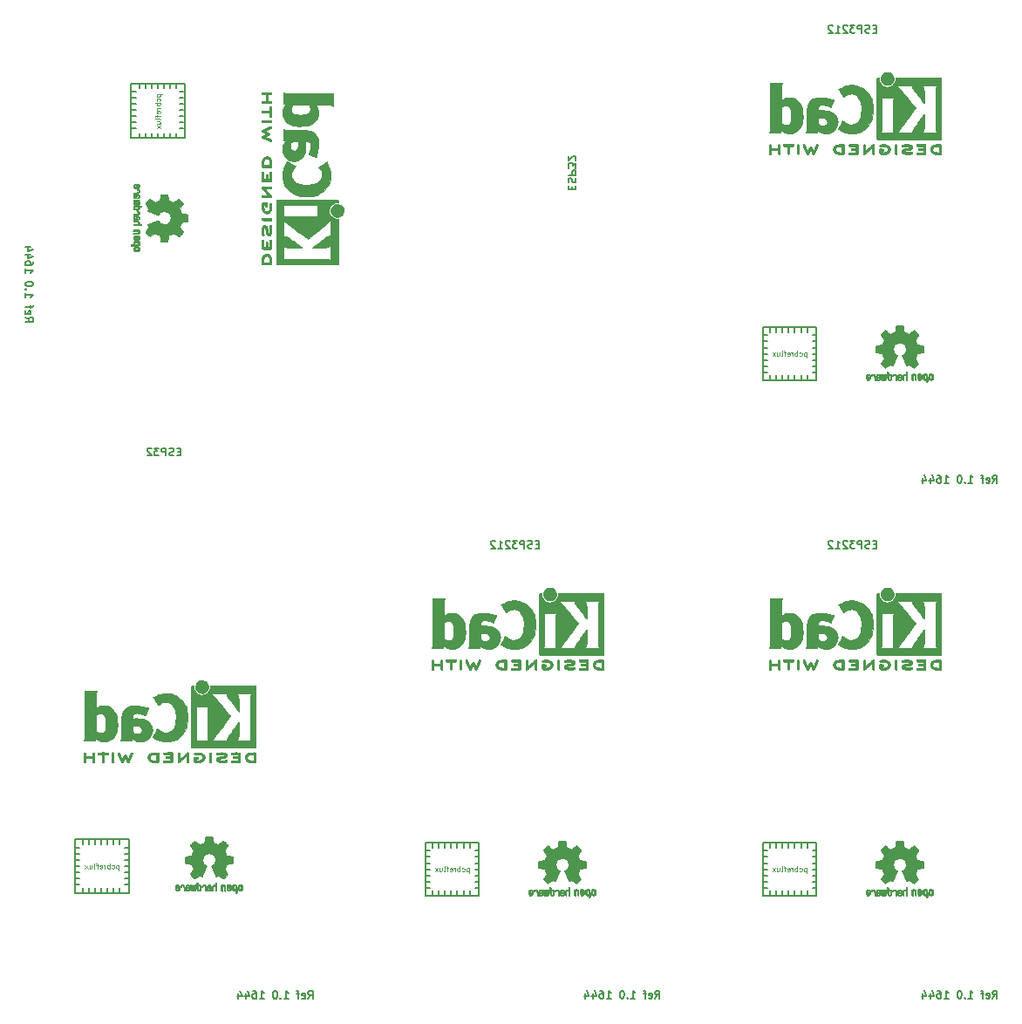
<source format=gbo>
G04 #@! TF.FileFunction,Legend,Bot*
%FSLAX46Y46*%
G04 Gerber Fmt 4.6, Leading zero omitted, Abs format (unit mm)*
G04 Created by KiCad (PCBNEW no-vcs-found-undefined) date Sat Nov  5 20:33:03 2016*
%MOMM*%
%LPD*%
G01*
G04 APERTURE LIST*
%ADD10C,0.100000*%
%ADD11C,0.187500*%
%ADD12C,0.150000*%
%ADD13C,0.010000*%
G04 APERTURE END LIST*
D10*
D11*
X105851828Y-93520028D02*
X105601828Y-93520028D01*
X105494685Y-93912885D02*
X105851828Y-93912885D01*
X105851828Y-93162885D01*
X105494685Y-93162885D01*
X105208971Y-93877171D02*
X105101828Y-93912885D01*
X104923257Y-93912885D01*
X104851828Y-93877171D01*
X104816114Y-93841457D01*
X104780400Y-93770028D01*
X104780400Y-93698600D01*
X104816114Y-93627171D01*
X104851828Y-93591457D01*
X104923257Y-93555742D01*
X105066114Y-93520028D01*
X105137542Y-93484314D01*
X105173257Y-93448600D01*
X105208971Y-93377171D01*
X105208971Y-93305742D01*
X105173257Y-93234314D01*
X105137542Y-93198600D01*
X105066114Y-93162885D01*
X104887542Y-93162885D01*
X104780400Y-93198600D01*
X104458971Y-93912885D02*
X104458971Y-93162885D01*
X104173257Y-93162885D01*
X104101828Y-93198600D01*
X104066114Y-93234314D01*
X104030400Y-93305742D01*
X104030400Y-93412885D01*
X104066114Y-93484314D01*
X104101828Y-93520028D01*
X104173257Y-93555742D01*
X104458971Y-93555742D01*
X103780400Y-93162885D02*
X103316114Y-93162885D01*
X103566114Y-93448600D01*
X103458971Y-93448600D01*
X103387542Y-93484314D01*
X103351828Y-93520028D01*
X103316114Y-93591457D01*
X103316114Y-93770028D01*
X103351828Y-93841457D01*
X103387542Y-93877171D01*
X103458971Y-93912885D01*
X103673257Y-93912885D01*
X103744685Y-93877171D01*
X103780400Y-93841457D01*
X103030400Y-93234314D02*
X102994685Y-93198600D01*
X102923257Y-93162885D01*
X102744685Y-93162885D01*
X102673257Y-93198600D01*
X102637542Y-93234314D01*
X102601828Y-93305742D01*
X102601828Y-93377171D01*
X102637542Y-93484314D01*
X103066114Y-93912885D01*
X102601828Y-93912885D01*
X101887542Y-93912885D02*
X102316114Y-93912885D01*
X102101828Y-93912885D02*
X102101828Y-93162885D01*
X102173257Y-93270028D01*
X102244685Y-93341457D01*
X102316114Y-93377171D01*
X101601828Y-93234314D02*
X101566114Y-93198600D01*
X101494685Y-93162885D01*
X101316114Y-93162885D01*
X101244685Y-93198600D01*
X101208971Y-93234314D01*
X101173257Y-93305742D01*
X101173257Y-93377171D01*
X101208971Y-93484314D01*
X101637542Y-93912885D01*
X101173257Y-93912885D01*
X117140828Y-137600885D02*
X117390828Y-137243742D01*
X117569400Y-137600885D02*
X117569400Y-136850885D01*
X117283685Y-136850885D01*
X117212257Y-136886600D01*
X117176542Y-136922314D01*
X117140828Y-136993742D01*
X117140828Y-137100885D01*
X117176542Y-137172314D01*
X117212257Y-137208028D01*
X117283685Y-137243742D01*
X117569400Y-137243742D01*
X116533685Y-137565171D02*
X116605114Y-137600885D01*
X116747971Y-137600885D01*
X116819400Y-137565171D01*
X116855114Y-137493742D01*
X116855114Y-137208028D01*
X116819400Y-137136600D01*
X116747971Y-137100885D01*
X116605114Y-137100885D01*
X116533685Y-137136600D01*
X116497971Y-137208028D01*
X116497971Y-137279457D01*
X116855114Y-137350885D01*
X116283685Y-137100885D02*
X115997971Y-137100885D01*
X116176542Y-137600885D02*
X116176542Y-136958028D01*
X116140828Y-136886600D01*
X116069400Y-136850885D01*
X115997971Y-136850885D01*
X114783685Y-137600885D02*
X115212257Y-137600885D01*
X114997971Y-137600885D02*
X114997971Y-136850885D01*
X115069400Y-136958028D01*
X115140828Y-137029457D01*
X115212257Y-137065171D01*
X114462257Y-137529457D02*
X114426542Y-137565171D01*
X114462257Y-137600885D01*
X114497971Y-137565171D01*
X114462257Y-137529457D01*
X114462257Y-137600885D01*
X113962257Y-136850885D02*
X113890828Y-136850885D01*
X113819400Y-136886600D01*
X113783685Y-136922314D01*
X113747971Y-136993742D01*
X113712257Y-137136600D01*
X113712257Y-137315171D01*
X113747971Y-137458028D01*
X113783685Y-137529457D01*
X113819400Y-137565171D01*
X113890828Y-137600885D01*
X113962257Y-137600885D01*
X114033685Y-137565171D01*
X114069400Y-137529457D01*
X114105114Y-137458028D01*
X114140828Y-137315171D01*
X114140828Y-137136600D01*
X114105114Y-136993742D01*
X114069400Y-136922314D01*
X114033685Y-136886600D01*
X113962257Y-136850885D01*
X112426542Y-137600885D02*
X112855114Y-137600885D01*
X112640828Y-137600885D02*
X112640828Y-136850885D01*
X112712257Y-136958028D01*
X112783685Y-137029457D01*
X112855114Y-137065171D01*
X111783685Y-136850885D02*
X111926542Y-136850885D01*
X111997971Y-136886600D01*
X112033685Y-136922314D01*
X112105114Y-137029457D01*
X112140828Y-137172314D01*
X112140828Y-137458028D01*
X112105114Y-137529457D01*
X112069400Y-137565171D01*
X111997971Y-137600885D01*
X111855114Y-137600885D01*
X111783685Y-137565171D01*
X111747971Y-137529457D01*
X111712257Y-137458028D01*
X111712257Y-137279457D01*
X111747971Y-137208028D01*
X111783685Y-137172314D01*
X111855114Y-137136600D01*
X111997971Y-137136600D01*
X112069400Y-137172314D01*
X112105114Y-137208028D01*
X112140828Y-137279457D01*
X111069400Y-137100885D02*
X111069400Y-137600885D01*
X111247971Y-136815171D02*
X111426542Y-137350885D01*
X110962257Y-137350885D01*
X110355114Y-137100885D02*
X110355114Y-137600885D01*
X110533685Y-136815171D02*
X110712257Y-137350885D01*
X110247971Y-137350885D01*
X117140828Y-187638885D02*
X117390828Y-187281742D01*
X117569400Y-187638885D02*
X117569400Y-186888885D01*
X117283685Y-186888885D01*
X117212257Y-186924600D01*
X117176542Y-186960314D01*
X117140828Y-187031742D01*
X117140828Y-187138885D01*
X117176542Y-187210314D01*
X117212257Y-187246028D01*
X117283685Y-187281742D01*
X117569400Y-187281742D01*
X116533685Y-187603171D02*
X116605114Y-187638885D01*
X116747971Y-187638885D01*
X116819400Y-187603171D01*
X116855114Y-187531742D01*
X116855114Y-187246028D01*
X116819400Y-187174600D01*
X116747971Y-187138885D01*
X116605114Y-187138885D01*
X116533685Y-187174600D01*
X116497971Y-187246028D01*
X116497971Y-187317457D01*
X116855114Y-187388885D01*
X116283685Y-187138885D02*
X115997971Y-187138885D01*
X116176542Y-187638885D02*
X116176542Y-186996028D01*
X116140828Y-186924600D01*
X116069400Y-186888885D01*
X115997971Y-186888885D01*
X114783685Y-187638885D02*
X115212257Y-187638885D01*
X114997971Y-187638885D02*
X114997971Y-186888885D01*
X115069400Y-186996028D01*
X115140828Y-187067457D01*
X115212257Y-187103171D01*
X114462257Y-187567457D02*
X114426542Y-187603171D01*
X114462257Y-187638885D01*
X114497971Y-187603171D01*
X114462257Y-187567457D01*
X114462257Y-187638885D01*
X113962257Y-186888885D02*
X113890828Y-186888885D01*
X113819400Y-186924600D01*
X113783685Y-186960314D01*
X113747971Y-187031742D01*
X113712257Y-187174600D01*
X113712257Y-187353171D01*
X113747971Y-187496028D01*
X113783685Y-187567457D01*
X113819400Y-187603171D01*
X113890828Y-187638885D01*
X113962257Y-187638885D01*
X114033685Y-187603171D01*
X114069400Y-187567457D01*
X114105114Y-187496028D01*
X114140828Y-187353171D01*
X114140828Y-187174600D01*
X114105114Y-187031742D01*
X114069400Y-186960314D01*
X114033685Y-186924600D01*
X113962257Y-186888885D01*
X112426542Y-187638885D02*
X112855114Y-187638885D01*
X112640828Y-187638885D02*
X112640828Y-186888885D01*
X112712257Y-186996028D01*
X112783685Y-187067457D01*
X112855114Y-187103171D01*
X111783685Y-186888885D02*
X111926542Y-186888885D01*
X111997971Y-186924600D01*
X112033685Y-186960314D01*
X112105114Y-187067457D01*
X112140828Y-187210314D01*
X112140828Y-187496028D01*
X112105114Y-187567457D01*
X112069400Y-187603171D01*
X111997971Y-187638885D01*
X111855114Y-187638885D01*
X111783685Y-187603171D01*
X111747971Y-187567457D01*
X111712257Y-187496028D01*
X111712257Y-187317457D01*
X111747971Y-187246028D01*
X111783685Y-187210314D01*
X111855114Y-187174600D01*
X111997971Y-187174600D01*
X112069400Y-187210314D01*
X112105114Y-187246028D01*
X112140828Y-187317457D01*
X111069400Y-187138885D02*
X111069400Y-187638885D01*
X111247971Y-186853171D02*
X111426542Y-187388885D01*
X110962257Y-187388885D01*
X110355114Y-187138885D02*
X110355114Y-187638885D01*
X110533685Y-186853171D02*
X110712257Y-187388885D01*
X110247971Y-187388885D01*
X105851828Y-143558028D02*
X105601828Y-143558028D01*
X105494685Y-143950885D02*
X105851828Y-143950885D01*
X105851828Y-143200885D01*
X105494685Y-143200885D01*
X105208971Y-143915171D02*
X105101828Y-143950885D01*
X104923257Y-143950885D01*
X104851828Y-143915171D01*
X104816114Y-143879457D01*
X104780400Y-143808028D01*
X104780400Y-143736600D01*
X104816114Y-143665171D01*
X104851828Y-143629457D01*
X104923257Y-143593742D01*
X105066114Y-143558028D01*
X105137542Y-143522314D01*
X105173257Y-143486600D01*
X105208971Y-143415171D01*
X105208971Y-143343742D01*
X105173257Y-143272314D01*
X105137542Y-143236600D01*
X105066114Y-143200885D01*
X104887542Y-143200885D01*
X104780400Y-143236600D01*
X104458971Y-143950885D02*
X104458971Y-143200885D01*
X104173257Y-143200885D01*
X104101828Y-143236600D01*
X104066114Y-143272314D01*
X104030400Y-143343742D01*
X104030400Y-143450885D01*
X104066114Y-143522314D01*
X104101828Y-143558028D01*
X104173257Y-143593742D01*
X104458971Y-143593742D01*
X103780400Y-143200885D02*
X103316114Y-143200885D01*
X103566114Y-143486600D01*
X103458971Y-143486600D01*
X103387542Y-143522314D01*
X103351828Y-143558028D01*
X103316114Y-143629457D01*
X103316114Y-143808028D01*
X103351828Y-143879457D01*
X103387542Y-143915171D01*
X103458971Y-143950885D01*
X103673257Y-143950885D01*
X103744685Y-143915171D01*
X103780400Y-143879457D01*
X103030400Y-143272314D02*
X102994685Y-143236600D01*
X102923257Y-143200885D01*
X102744685Y-143200885D01*
X102673257Y-143236600D01*
X102637542Y-143272314D01*
X102601828Y-143343742D01*
X102601828Y-143415171D01*
X102637542Y-143522314D01*
X103066114Y-143950885D01*
X102601828Y-143950885D01*
X101887542Y-143950885D02*
X102316114Y-143950885D01*
X102101828Y-143950885D02*
X102101828Y-143200885D01*
X102173257Y-143308028D01*
X102244685Y-143379457D01*
X102316114Y-143415171D01*
X101601828Y-143272314D02*
X101566114Y-143236600D01*
X101494685Y-143200885D01*
X101316114Y-143200885D01*
X101244685Y-143236600D01*
X101208971Y-143272314D01*
X101173257Y-143343742D01*
X101173257Y-143415171D01*
X101208971Y-143522314D01*
X101637542Y-143950885D01*
X101173257Y-143950885D01*
X23224714Y-121507428D02*
X23581857Y-121757428D01*
X23224714Y-121936000D02*
X23974714Y-121936000D01*
X23974714Y-121650285D01*
X23939000Y-121578857D01*
X23903285Y-121543142D01*
X23831857Y-121507428D01*
X23724714Y-121507428D01*
X23653285Y-121543142D01*
X23617571Y-121578857D01*
X23581857Y-121650285D01*
X23581857Y-121936000D01*
X23260428Y-120900285D02*
X23224714Y-120971714D01*
X23224714Y-121114571D01*
X23260428Y-121186000D01*
X23331857Y-121221714D01*
X23617571Y-121221714D01*
X23689000Y-121186000D01*
X23724714Y-121114571D01*
X23724714Y-120971714D01*
X23689000Y-120900285D01*
X23617571Y-120864571D01*
X23546142Y-120864571D01*
X23474714Y-121221714D01*
X23724714Y-120650285D02*
X23724714Y-120364571D01*
X23224714Y-120543142D02*
X23867571Y-120543142D01*
X23939000Y-120507428D01*
X23974714Y-120436000D01*
X23974714Y-120364571D01*
X23224714Y-119150285D02*
X23224714Y-119578857D01*
X23224714Y-119364571D02*
X23974714Y-119364571D01*
X23867571Y-119436000D01*
X23796142Y-119507428D01*
X23760428Y-119578857D01*
X23296142Y-118828857D02*
X23260428Y-118793142D01*
X23224714Y-118828857D01*
X23260428Y-118864571D01*
X23296142Y-118828857D01*
X23224714Y-118828857D01*
X23974714Y-118328857D02*
X23974714Y-118257428D01*
X23939000Y-118186000D01*
X23903285Y-118150285D01*
X23831857Y-118114571D01*
X23689000Y-118078857D01*
X23510428Y-118078857D01*
X23367571Y-118114571D01*
X23296142Y-118150285D01*
X23260428Y-118186000D01*
X23224714Y-118257428D01*
X23224714Y-118328857D01*
X23260428Y-118400285D01*
X23296142Y-118436000D01*
X23367571Y-118471714D01*
X23510428Y-118507428D01*
X23689000Y-118507428D01*
X23831857Y-118471714D01*
X23903285Y-118436000D01*
X23939000Y-118400285D01*
X23974714Y-118328857D01*
X23224714Y-116793142D02*
X23224714Y-117221714D01*
X23224714Y-117007428D02*
X23974714Y-117007428D01*
X23867571Y-117078857D01*
X23796142Y-117150285D01*
X23760428Y-117221714D01*
X23974714Y-116150285D02*
X23974714Y-116293142D01*
X23939000Y-116364571D01*
X23903285Y-116400285D01*
X23796142Y-116471714D01*
X23653285Y-116507428D01*
X23367571Y-116507428D01*
X23296142Y-116471714D01*
X23260428Y-116436000D01*
X23224714Y-116364571D01*
X23224714Y-116221714D01*
X23260428Y-116150285D01*
X23296142Y-116114571D01*
X23367571Y-116078857D01*
X23546142Y-116078857D01*
X23617571Y-116114571D01*
X23653285Y-116150285D01*
X23689000Y-116221714D01*
X23689000Y-116364571D01*
X23653285Y-116436000D01*
X23617571Y-116471714D01*
X23546142Y-116507428D01*
X23724714Y-115436000D02*
X23224714Y-115436000D01*
X24010428Y-115614571D02*
X23474714Y-115793142D01*
X23474714Y-115328857D01*
X23724714Y-114721714D02*
X23224714Y-114721714D01*
X24010428Y-114900285D02*
X23474714Y-115078857D01*
X23474714Y-114614571D01*
X76322571Y-109097742D02*
X76322571Y-108847742D01*
X75929714Y-108740600D02*
X75929714Y-109097742D01*
X76679714Y-109097742D01*
X76679714Y-108740600D01*
X75965428Y-108454885D02*
X75929714Y-108347742D01*
X75929714Y-108169171D01*
X75965428Y-108097742D01*
X76001142Y-108062028D01*
X76072571Y-108026314D01*
X76144000Y-108026314D01*
X76215428Y-108062028D01*
X76251142Y-108097742D01*
X76286857Y-108169171D01*
X76322571Y-108312028D01*
X76358285Y-108383457D01*
X76394000Y-108419171D01*
X76465428Y-108454885D01*
X76536857Y-108454885D01*
X76608285Y-108419171D01*
X76644000Y-108383457D01*
X76679714Y-108312028D01*
X76679714Y-108133457D01*
X76644000Y-108026314D01*
X75929714Y-107704885D02*
X76679714Y-107704885D01*
X76679714Y-107419171D01*
X76644000Y-107347742D01*
X76608285Y-107312028D01*
X76536857Y-107276314D01*
X76429714Y-107276314D01*
X76358285Y-107312028D01*
X76322571Y-107347742D01*
X76286857Y-107419171D01*
X76286857Y-107704885D01*
X76679714Y-107026314D02*
X76679714Y-106562028D01*
X76394000Y-106812028D01*
X76394000Y-106704885D01*
X76358285Y-106633457D01*
X76322571Y-106597742D01*
X76251142Y-106562028D01*
X76072571Y-106562028D01*
X76001142Y-106597742D01*
X75965428Y-106633457D01*
X75929714Y-106704885D01*
X75929714Y-106919171D01*
X75965428Y-106990600D01*
X76001142Y-107026314D01*
X76608285Y-106276314D02*
X76644000Y-106240600D01*
X76679714Y-106169171D01*
X76679714Y-105990600D01*
X76644000Y-105919171D01*
X76608285Y-105883457D01*
X76536857Y-105847742D01*
X76465428Y-105847742D01*
X76358285Y-105883457D01*
X75929714Y-106312028D01*
X75929714Y-105847742D01*
X38284742Y-134566428D02*
X38034742Y-134566428D01*
X37927600Y-134959285D02*
X38284742Y-134959285D01*
X38284742Y-134209285D01*
X37927600Y-134209285D01*
X37641885Y-134923571D02*
X37534742Y-134959285D01*
X37356171Y-134959285D01*
X37284742Y-134923571D01*
X37249028Y-134887857D01*
X37213314Y-134816428D01*
X37213314Y-134745000D01*
X37249028Y-134673571D01*
X37284742Y-134637857D01*
X37356171Y-134602142D01*
X37499028Y-134566428D01*
X37570457Y-134530714D01*
X37606171Y-134495000D01*
X37641885Y-134423571D01*
X37641885Y-134352142D01*
X37606171Y-134280714D01*
X37570457Y-134245000D01*
X37499028Y-134209285D01*
X37320457Y-134209285D01*
X37213314Y-134245000D01*
X36891885Y-134959285D02*
X36891885Y-134209285D01*
X36606171Y-134209285D01*
X36534742Y-134245000D01*
X36499028Y-134280714D01*
X36463314Y-134352142D01*
X36463314Y-134459285D01*
X36499028Y-134530714D01*
X36534742Y-134566428D01*
X36606171Y-134602142D01*
X36891885Y-134602142D01*
X36213314Y-134209285D02*
X35749028Y-134209285D01*
X35999028Y-134495000D01*
X35891885Y-134495000D01*
X35820457Y-134530714D01*
X35784742Y-134566428D01*
X35749028Y-134637857D01*
X35749028Y-134816428D01*
X35784742Y-134887857D01*
X35820457Y-134923571D01*
X35891885Y-134959285D01*
X36106171Y-134959285D01*
X36177600Y-134923571D01*
X36213314Y-134887857D01*
X35463314Y-134280714D02*
X35427600Y-134245000D01*
X35356171Y-134209285D01*
X35177600Y-134209285D01*
X35106171Y-134245000D01*
X35070457Y-134280714D01*
X35034742Y-134352142D01*
X35034742Y-134423571D01*
X35070457Y-134530714D01*
X35499028Y-134959285D01*
X35034742Y-134959285D01*
X50694428Y-187664285D02*
X50944428Y-187307142D01*
X51123000Y-187664285D02*
X51123000Y-186914285D01*
X50837285Y-186914285D01*
X50765857Y-186950000D01*
X50730142Y-186985714D01*
X50694428Y-187057142D01*
X50694428Y-187164285D01*
X50730142Y-187235714D01*
X50765857Y-187271428D01*
X50837285Y-187307142D01*
X51123000Y-187307142D01*
X50087285Y-187628571D02*
X50158714Y-187664285D01*
X50301571Y-187664285D01*
X50373000Y-187628571D01*
X50408714Y-187557142D01*
X50408714Y-187271428D01*
X50373000Y-187200000D01*
X50301571Y-187164285D01*
X50158714Y-187164285D01*
X50087285Y-187200000D01*
X50051571Y-187271428D01*
X50051571Y-187342857D01*
X50408714Y-187414285D01*
X49837285Y-187164285D02*
X49551571Y-187164285D01*
X49730142Y-187664285D02*
X49730142Y-187021428D01*
X49694428Y-186950000D01*
X49623000Y-186914285D01*
X49551571Y-186914285D01*
X48337285Y-187664285D02*
X48765857Y-187664285D01*
X48551571Y-187664285D02*
X48551571Y-186914285D01*
X48623000Y-187021428D01*
X48694428Y-187092857D01*
X48765857Y-187128571D01*
X48015857Y-187592857D02*
X47980142Y-187628571D01*
X48015857Y-187664285D01*
X48051571Y-187628571D01*
X48015857Y-187592857D01*
X48015857Y-187664285D01*
X47515857Y-186914285D02*
X47444428Y-186914285D01*
X47373000Y-186950000D01*
X47337285Y-186985714D01*
X47301571Y-187057142D01*
X47265857Y-187200000D01*
X47265857Y-187378571D01*
X47301571Y-187521428D01*
X47337285Y-187592857D01*
X47373000Y-187628571D01*
X47444428Y-187664285D01*
X47515857Y-187664285D01*
X47587285Y-187628571D01*
X47623000Y-187592857D01*
X47658714Y-187521428D01*
X47694428Y-187378571D01*
X47694428Y-187200000D01*
X47658714Y-187057142D01*
X47623000Y-186985714D01*
X47587285Y-186950000D01*
X47515857Y-186914285D01*
X45980142Y-187664285D02*
X46408714Y-187664285D01*
X46194428Y-187664285D02*
X46194428Y-186914285D01*
X46265857Y-187021428D01*
X46337285Y-187092857D01*
X46408714Y-187128571D01*
X45337285Y-186914285D02*
X45480142Y-186914285D01*
X45551571Y-186950000D01*
X45587285Y-186985714D01*
X45658714Y-187092857D01*
X45694428Y-187235714D01*
X45694428Y-187521428D01*
X45658714Y-187592857D01*
X45623000Y-187628571D01*
X45551571Y-187664285D01*
X45408714Y-187664285D01*
X45337285Y-187628571D01*
X45301571Y-187592857D01*
X45265857Y-187521428D01*
X45265857Y-187342857D01*
X45301571Y-187271428D01*
X45337285Y-187235714D01*
X45408714Y-187200000D01*
X45551571Y-187200000D01*
X45623000Y-187235714D01*
X45658714Y-187271428D01*
X45694428Y-187342857D01*
X44623000Y-187164285D02*
X44623000Y-187664285D01*
X44801571Y-186878571D02*
X44980142Y-187414285D01*
X44515857Y-187414285D01*
X43908714Y-187164285D02*
X43908714Y-187664285D01*
X44087285Y-186878571D02*
X44265857Y-187414285D01*
X43801571Y-187414285D01*
X73085828Y-143558028D02*
X72835828Y-143558028D01*
X72728685Y-143950885D02*
X73085828Y-143950885D01*
X73085828Y-143200885D01*
X72728685Y-143200885D01*
X72442971Y-143915171D02*
X72335828Y-143950885D01*
X72157257Y-143950885D01*
X72085828Y-143915171D01*
X72050114Y-143879457D01*
X72014400Y-143808028D01*
X72014400Y-143736600D01*
X72050114Y-143665171D01*
X72085828Y-143629457D01*
X72157257Y-143593742D01*
X72300114Y-143558028D01*
X72371542Y-143522314D01*
X72407257Y-143486600D01*
X72442971Y-143415171D01*
X72442971Y-143343742D01*
X72407257Y-143272314D01*
X72371542Y-143236600D01*
X72300114Y-143200885D01*
X72121542Y-143200885D01*
X72014400Y-143236600D01*
X71692971Y-143950885D02*
X71692971Y-143200885D01*
X71407257Y-143200885D01*
X71335828Y-143236600D01*
X71300114Y-143272314D01*
X71264400Y-143343742D01*
X71264400Y-143450885D01*
X71300114Y-143522314D01*
X71335828Y-143558028D01*
X71407257Y-143593742D01*
X71692971Y-143593742D01*
X71014400Y-143200885D02*
X70550114Y-143200885D01*
X70800114Y-143486600D01*
X70692971Y-143486600D01*
X70621542Y-143522314D01*
X70585828Y-143558028D01*
X70550114Y-143629457D01*
X70550114Y-143808028D01*
X70585828Y-143879457D01*
X70621542Y-143915171D01*
X70692971Y-143950885D01*
X70907257Y-143950885D01*
X70978685Y-143915171D01*
X71014400Y-143879457D01*
X70264400Y-143272314D02*
X70228685Y-143236600D01*
X70157257Y-143200885D01*
X69978685Y-143200885D01*
X69907257Y-143236600D01*
X69871542Y-143272314D01*
X69835828Y-143343742D01*
X69835828Y-143415171D01*
X69871542Y-143522314D01*
X70300114Y-143950885D01*
X69835828Y-143950885D01*
X69121542Y-143950885D02*
X69550114Y-143950885D01*
X69335828Y-143950885D02*
X69335828Y-143200885D01*
X69407257Y-143308028D01*
X69478685Y-143379457D01*
X69550114Y-143415171D01*
X68835828Y-143272314D02*
X68800114Y-143236600D01*
X68728685Y-143200885D01*
X68550114Y-143200885D01*
X68478685Y-143236600D01*
X68442971Y-143272314D01*
X68407257Y-143343742D01*
X68407257Y-143415171D01*
X68442971Y-143522314D01*
X68871542Y-143950885D01*
X68407257Y-143950885D01*
X84374828Y-187638885D02*
X84624828Y-187281742D01*
X84803400Y-187638885D02*
X84803400Y-186888885D01*
X84517685Y-186888885D01*
X84446257Y-186924600D01*
X84410542Y-186960314D01*
X84374828Y-187031742D01*
X84374828Y-187138885D01*
X84410542Y-187210314D01*
X84446257Y-187246028D01*
X84517685Y-187281742D01*
X84803400Y-187281742D01*
X83767685Y-187603171D02*
X83839114Y-187638885D01*
X83981971Y-187638885D01*
X84053400Y-187603171D01*
X84089114Y-187531742D01*
X84089114Y-187246028D01*
X84053400Y-187174600D01*
X83981971Y-187138885D01*
X83839114Y-187138885D01*
X83767685Y-187174600D01*
X83731971Y-187246028D01*
X83731971Y-187317457D01*
X84089114Y-187388885D01*
X83517685Y-187138885D02*
X83231971Y-187138885D01*
X83410542Y-187638885D02*
X83410542Y-186996028D01*
X83374828Y-186924600D01*
X83303400Y-186888885D01*
X83231971Y-186888885D01*
X82017685Y-187638885D02*
X82446257Y-187638885D01*
X82231971Y-187638885D02*
X82231971Y-186888885D01*
X82303400Y-186996028D01*
X82374828Y-187067457D01*
X82446257Y-187103171D01*
X81696257Y-187567457D02*
X81660542Y-187603171D01*
X81696257Y-187638885D01*
X81731971Y-187603171D01*
X81696257Y-187567457D01*
X81696257Y-187638885D01*
X81196257Y-186888885D02*
X81124828Y-186888885D01*
X81053400Y-186924600D01*
X81017685Y-186960314D01*
X80981971Y-187031742D01*
X80946257Y-187174600D01*
X80946257Y-187353171D01*
X80981971Y-187496028D01*
X81017685Y-187567457D01*
X81053400Y-187603171D01*
X81124828Y-187638885D01*
X81196257Y-187638885D01*
X81267685Y-187603171D01*
X81303400Y-187567457D01*
X81339114Y-187496028D01*
X81374828Y-187353171D01*
X81374828Y-187174600D01*
X81339114Y-187031742D01*
X81303400Y-186960314D01*
X81267685Y-186924600D01*
X81196257Y-186888885D01*
X79660542Y-187638885D02*
X80089114Y-187638885D01*
X79874828Y-187638885D02*
X79874828Y-186888885D01*
X79946257Y-186996028D01*
X80017685Y-187067457D01*
X80089114Y-187103171D01*
X79017685Y-186888885D02*
X79160542Y-186888885D01*
X79231971Y-186924600D01*
X79267685Y-186960314D01*
X79339114Y-187067457D01*
X79374828Y-187210314D01*
X79374828Y-187496028D01*
X79339114Y-187567457D01*
X79303400Y-187603171D01*
X79231971Y-187638885D01*
X79089114Y-187638885D01*
X79017685Y-187603171D01*
X78981971Y-187567457D01*
X78946257Y-187496028D01*
X78946257Y-187317457D01*
X78981971Y-187246028D01*
X79017685Y-187210314D01*
X79089114Y-187174600D01*
X79231971Y-187174600D01*
X79303400Y-187210314D01*
X79339114Y-187246028D01*
X79374828Y-187317457D01*
X78303400Y-187138885D02*
X78303400Y-187638885D01*
X78481971Y-186853171D02*
X78660542Y-187388885D01*
X78196257Y-187388885D01*
X77589114Y-187138885D02*
X77589114Y-187638885D01*
X77767685Y-186853171D02*
X77946257Y-187388885D01*
X77481971Y-187388885D01*
D12*
X94834400Y-122469600D02*
X94834400Y-127669600D01*
X100034400Y-127669600D02*
X100034400Y-122469600D01*
X99634400Y-126869600D02*
X100034400Y-126869600D01*
X99634400Y-126269600D02*
X100034400Y-126269600D01*
X99634400Y-125669600D02*
X100034400Y-125669600D01*
X99634400Y-125069600D02*
X100034400Y-125069600D01*
X99634400Y-124469600D02*
X100034400Y-124469600D01*
X99634400Y-123869600D02*
X100034400Y-123869600D01*
X99634400Y-123269600D02*
X100034400Y-123269600D01*
X94834400Y-123269600D02*
X95234400Y-123269600D01*
X94834400Y-123869600D02*
X95234400Y-123869600D01*
X94834400Y-124469600D02*
X95234400Y-124469600D01*
X94834400Y-125069600D02*
X95234400Y-125069600D01*
X94834400Y-125669600D02*
X95234400Y-125669600D01*
X94834400Y-126269600D02*
X95234400Y-126269600D01*
X94834400Y-126869600D02*
X95234400Y-126869600D01*
X99134400Y-127169600D02*
X99134400Y-127569600D01*
X98534400Y-127169600D02*
X98534400Y-127569600D01*
X97934400Y-127169600D02*
X97934400Y-127569600D01*
X97334400Y-127169600D02*
X97334400Y-127569600D01*
X96734400Y-127169600D02*
X96734400Y-127569600D01*
X96134400Y-127169600D02*
X96134400Y-127569600D01*
X95534400Y-127169600D02*
X95534400Y-127569600D01*
X94834400Y-122469600D02*
X100034400Y-122469600D01*
X94834400Y-127669600D02*
X100034400Y-127669600D01*
X95534400Y-122569600D02*
X95534400Y-122969600D01*
X96134400Y-122569600D02*
X96134400Y-122969600D01*
X96734400Y-122569600D02*
X96734400Y-122969600D01*
X97334400Y-122569600D02*
X97334400Y-122969600D01*
X97934400Y-122569600D02*
X97934400Y-122969600D01*
X98534400Y-122569600D02*
X98534400Y-122969600D01*
X99134400Y-122569600D02*
X99134400Y-122969600D01*
D13*
G36*
X111934154Y-104722545D02*
X111881589Y-104723080D01*
X111727565Y-104726796D01*
X111598571Y-104737835D01*
X111490209Y-104757382D01*
X111398084Y-104786619D01*
X111317799Y-104826733D01*
X111244958Y-104878905D01*
X111218941Y-104901569D01*
X111175783Y-104954598D01*
X111136867Y-105026557D01*
X111106873Y-105106320D01*
X111090481Y-105182761D01*
X111088778Y-105211008D01*
X111099451Y-105289310D01*
X111128053Y-105374841D01*
X111169457Y-105455799D01*
X111218541Y-105520382D01*
X111226513Y-105528174D01*
X111294046Y-105582944D01*
X111367998Y-105625699D01*
X111452634Y-105657559D01*
X111552217Y-105679644D01*
X111671012Y-105693074D01*
X111813280Y-105698970D01*
X111878446Y-105699470D01*
X111961301Y-105699071D01*
X112019569Y-105697402D01*
X112058716Y-105693758D01*
X112084209Y-105687429D01*
X112101514Y-105677710D01*
X112110790Y-105669410D01*
X112119552Y-105659328D01*
X112126425Y-105646321D01*
X112131638Y-105626905D01*
X112135419Y-105597596D01*
X112137997Y-105554909D01*
X112139600Y-105495361D01*
X112140457Y-105415466D01*
X112140797Y-105311741D01*
X112140849Y-105211008D01*
X112141180Y-105076655D01*
X112141108Y-104969328D01*
X112139830Y-104917931D01*
X111945465Y-104917931D01*
X111945465Y-105504085D01*
X111821471Y-105503971D01*
X111746861Y-105501832D01*
X111668718Y-105496319D01*
X111603520Y-105488608D01*
X111601536Y-105488291D01*
X111496163Y-105462814D01*
X111414432Y-105423136D01*
X111352262Y-105366674D01*
X111312760Y-105305542D01*
X111288420Y-105237729D01*
X111290307Y-105174055D01*
X111318555Y-105105801D01*
X111373808Y-105035192D01*
X111450373Y-104982871D01*
X111549895Y-104947899D01*
X111616407Y-104935522D01*
X111691907Y-104926830D01*
X111771925Y-104920540D01*
X111839984Y-104917924D01*
X111844015Y-104917912D01*
X111945465Y-104917931D01*
X112139830Y-104917931D01*
X112139036Y-104886017D01*
X112133361Y-104823715D01*
X112122487Y-104779411D01*
X112104814Y-104750096D01*
X112078743Y-104732761D01*
X112042675Y-104724397D01*
X111995012Y-104721995D01*
X111934154Y-104722545D01*
X111934154Y-104722545D01*
G37*
X111934154Y-104722545D02*
X111881589Y-104723080D01*
X111727565Y-104726796D01*
X111598571Y-104737835D01*
X111490209Y-104757382D01*
X111398084Y-104786619D01*
X111317799Y-104826733D01*
X111244958Y-104878905D01*
X111218941Y-104901569D01*
X111175783Y-104954598D01*
X111136867Y-105026557D01*
X111106873Y-105106320D01*
X111090481Y-105182761D01*
X111088778Y-105211008D01*
X111099451Y-105289310D01*
X111128053Y-105374841D01*
X111169457Y-105455799D01*
X111218541Y-105520382D01*
X111226513Y-105528174D01*
X111294046Y-105582944D01*
X111367998Y-105625699D01*
X111452634Y-105657559D01*
X111552217Y-105679644D01*
X111671012Y-105693074D01*
X111813280Y-105698970D01*
X111878446Y-105699470D01*
X111961301Y-105699071D01*
X112019569Y-105697402D01*
X112058716Y-105693758D01*
X112084209Y-105687429D01*
X112101514Y-105677710D01*
X112110790Y-105669410D01*
X112119552Y-105659328D01*
X112126425Y-105646321D01*
X112131638Y-105626905D01*
X112135419Y-105597596D01*
X112137997Y-105554909D01*
X112139600Y-105495361D01*
X112140457Y-105415466D01*
X112140797Y-105311741D01*
X112140849Y-105211008D01*
X112141180Y-105076655D01*
X112141108Y-104969328D01*
X112139830Y-104917931D01*
X111945465Y-104917931D01*
X111945465Y-105504085D01*
X111821471Y-105503971D01*
X111746861Y-105501832D01*
X111668718Y-105496319D01*
X111603520Y-105488608D01*
X111601536Y-105488291D01*
X111496163Y-105462814D01*
X111414432Y-105423136D01*
X111352262Y-105366674D01*
X111312760Y-105305542D01*
X111288420Y-105237729D01*
X111290307Y-105174055D01*
X111318555Y-105105801D01*
X111373808Y-105035192D01*
X111450373Y-104982871D01*
X111549895Y-104947899D01*
X111616407Y-104935522D01*
X111691907Y-104926830D01*
X111771925Y-104920540D01*
X111839984Y-104917924D01*
X111844015Y-104917912D01*
X111945465Y-104917931D01*
X112139830Y-104917931D01*
X112139036Y-104886017D01*
X112133361Y-104823715D01*
X112122487Y-104779411D01*
X112104814Y-104750096D01*
X112078743Y-104732761D01*
X112042675Y-104724397D01*
X111995012Y-104721995D01*
X111934154Y-104722545D01*
G36*
X110058830Y-104722652D02*
X109966422Y-104723148D01*
X109896673Y-104724301D01*
X109845883Y-104726380D01*
X109810351Y-104729651D01*
X109786378Y-104734383D01*
X109770264Y-104740843D01*
X109758309Y-104749299D01*
X109753979Y-104753191D01*
X109727651Y-104794540D01*
X109722911Y-104842052D01*
X109740230Y-104884231D01*
X109748239Y-104892756D01*
X109761192Y-104901021D01*
X109782048Y-104907397D01*
X109814676Y-104912195D01*
X109862942Y-104915724D01*
X109930714Y-104918294D01*
X110021860Y-104920217D01*
X110105191Y-104921387D01*
X110434992Y-104925446D01*
X110444006Y-105098286D01*
X110220142Y-105098286D01*
X110122954Y-105099125D01*
X110051803Y-105102632D01*
X110002691Y-105110295D01*
X109971617Y-105123603D01*
X109954584Y-105144041D01*
X109947592Y-105173099D01*
X109946530Y-105200067D01*
X109949830Y-105233157D01*
X109962283Y-105257540D01*
X109987720Y-105274489D01*
X110029971Y-105285279D01*
X110092866Y-105291184D01*
X110180235Y-105293477D01*
X110227921Y-105293671D01*
X110442506Y-105293671D01*
X110442506Y-105504085D01*
X110111855Y-105504085D01*
X110003470Y-105504236D01*
X109921097Y-105504914D01*
X109860689Y-105506456D01*
X109818199Y-105509199D01*
X109789581Y-105513481D01*
X109770788Y-105519639D01*
X109757774Y-105528009D01*
X109751145Y-105534144D01*
X109728407Y-105569949D01*
X109721086Y-105601777D01*
X109731539Y-105640654D01*
X109751145Y-105669410D01*
X109761605Y-105678463D01*
X109775108Y-105685493D01*
X109795286Y-105690754D01*
X109825771Y-105694501D01*
X109870195Y-105696990D01*
X109932191Y-105698475D01*
X110015391Y-105699211D01*
X110123427Y-105699454D01*
X110179489Y-105699470D01*
X110299544Y-105699363D01*
X110393174Y-105698875D01*
X110464009Y-105697749D01*
X110515681Y-105695731D01*
X110551823Y-105692566D01*
X110576068Y-105687999D01*
X110592047Y-105681776D01*
X110603393Y-105673640D01*
X110607832Y-105669410D01*
X110616617Y-105659296D01*
X110623504Y-105646248D01*
X110628721Y-105626770D01*
X110632499Y-105597364D01*
X110635070Y-105554534D01*
X110636664Y-105494784D01*
X110637511Y-105414617D01*
X110637842Y-105310537D01*
X110637891Y-105213628D01*
X110637846Y-105089523D01*
X110637534Y-104991966D01*
X110636688Y-104917446D01*
X110635042Y-104862451D01*
X110632329Y-104823470D01*
X110628283Y-104796993D01*
X110622637Y-104779506D01*
X110615126Y-104767500D01*
X110605482Y-104757463D01*
X110603106Y-104755226D01*
X110591575Y-104745319D01*
X110578178Y-104737648D01*
X110559196Y-104731926D01*
X110530915Y-104727868D01*
X110489618Y-104725188D01*
X110431588Y-104723602D01*
X110353109Y-104722824D01*
X110250466Y-104722568D01*
X110177596Y-104722546D01*
X110058830Y-104722652D01*
X110058830Y-104722652D01*
G37*
X110058830Y-104722652D02*
X109966422Y-104723148D01*
X109896673Y-104724301D01*
X109845883Y-104726380D01*
X109810351Y-104729651D01*
X109786378Y-104734383D01*
X109770264Y-104740843D01*
X109758309Y-104749299D01*
X109753979Y-104753191D01*
X109727651Y-104794540D01*
X109722911Y-104842052D01*
X109740230Y-104884231D01*
X109748239Y-104892756D01*
X109761192Y-104901021D01*
X109782048Y-104907397D01*
X109814676Y-104912195D01*
X109862942Y-104915724D01*
X109930714Y-104918294D01*
X110021860Y-104920217D01*
X110105191Y-104921387D01*
X110434992Y-104925446D01*
X110444006Y-105098286D01*
X110220142Y-105098286D01*
X110122954Y-105099125D01*
X110051803Y-105102632D01*
X110002691Y-105110295D01*
X109971617Y-105123603D01*
X109954584Y-105144041D01*
X109947592Y-105173099D01*
X109946530Y-105200067D01*
X109949830Y-105233157D01*
X109962283Y-105257540D01*
X109987720Y-105274489D01*
X110029971Y-105285279D01*
X110092866Y-105291184D01*
X110180235Y-105293477D01*
X110227921Y-105293671D01*
X110442506Y-105293671D01*
X110442506Y-105504085D01*
X110111855Y-105504085D01*
X110003470Y-105504236D01*
X109921097Y-105504914D01*
X109860689Y-105506456D01*
X109818199Y-105509199D01*
X109789581Y-105513481D01*
X109770788Y-105519639D01*
X109757774Y-105528009D01*
X109751145Y-105534144D01*
X109728407Y-105569949D01*
X109721086Y-105601777D01*
X109731539Y-105640654D01*
X109751145Y-105669410D01*
X109761605Y-105678463D01*
X109775108Y-105685493D01*
X109795286Y-105690754D01*
X109825771Y-105694501D01*
X109870195Y-105696990D01*
X109932191Y-105698475D01*
X110015391Y-105699211D01*
X110123427Y-105699454D01*
X110179489Y-105699470D01*
X110299544Y-105699363D01*
X110393174Y-105698875D01*
X110464009Y-105697749D01*
X110515681Y-105695731D01*
X110551823Y-105692566D01*
X110576068Y-105687999D01*
X110592047Y-105681776D01*
X110603393Y-105673640D01*
X110607832Y-105669410D01*
X110616617Y-105659296D01*
X110623504Y-105646248D01*
X110628721Y-105626770D01*
X110632499Y-105597364D01*
X110635070Y-105554534D01*
X110636664Y-105494784D01*
X110637511Y-105414617D01*
X110637842Y-105310537D01*
X110637891Y-105213628D01*
X110637846Y-105089523D01*
X110637534Y-104991966D01*
X110636688Y-104917446D01*
X110635042Y-104862451D01*
X110632329Y-104823470D01*
X110628283Y-104796993D01*
X110622637Y-104779506D01*
X110615126Y-104767500D01*
X110605482Y-104757463D01*
X110603106Y-104755226D01*
X110591575Y-104745319D01*
X110578178Y-104737648D01*
X110559196Y-104731926D01*
X110530915Y-104727868D01*
X110489618Y-104725188D01*
X110431588Y-104723602D01*
X110353109Y-104722824D01*
X110250466Y-104722568D01*
X110177596Y-104722546D01*
X110058830Y-104722652D01*
G36*
X108699388Y-104724257D02*
X108599783Y-104731220D01*
X108507144Y-104742095D01*
X108426858Y-104756474D01*
X108364308Y-104773946D01*
X108324881Y-104794102D01*
X108318829Y-104800035D01*
X108297784Y-104846075D01*
X108304166Y-104893340D01*
X108336807Y-104933778D01*
X108338364Y-104934937D01*
X108357563Y-104947397D01*
X108377605Y-104953949D01*
X108405560Y-104954744D01*
X108448499Y-104949936D01*
X108513491Y-104939675D01*
X108518719Y-104938811D01*
X108615561Y-104926914D01*
X108720044Y-104921045D01*
X108824835Y-104920988D01*
X108922602Y-104926527D01*
X109006012Y-104937445D01*
X109067733Y-104953525D01*
X109071788Y-104955141D01*
X109116564Y-104980229D01*
X109132296Y-105005618D01*
X109119980Y-105030587D01*
X109080615Y-105054416D01*
X109015198Y-105076382D01*
X108924726Y-105095766D01*
X108864400Y-105105098D01*
X108739000Y-105123049D01*
X108639265Y-105139459D01*
X108560946Y-105155748D01*
X108499793Y-105173338D01*
X108451559Y-105193649D01*
X108411995Y-105218103D01*
X108376852Y-105248120D01*
X108348611Y-105277596D01*
X108315108Y-105318667D01*
X108298619Y-105353982D01*
X108293463Y-105397493D01*
X108293276Y-105413428D01*
X108297148Y-105466305D01*
X108312627Y-105505643D01*
X108339415Y-105540560D01*
X108393859Y-105593934D01*
X108454570Y-105634638D01*
X108526058Y-105664000D01*
X108612836Y-105683347D01*
X108719414Y-105694006D01*
X108850303Y-105697305D01*
X108871915Y-105697249D01*
X108959198Y-105695440D01*
X109045759Y-105691329D01*
X109122162Y-105685506D01*
X109178970Y-105678561D01*
X109183564Y-105677764D01*
X109240045Y-105664384D01*
X109287952Y-105647482D01*
X109315073Y-105632031D01*
X109340311Y-105591266D01*
X109342069Y-105543798D01*
X109320312Y-105501495D01*
X109315444Y-105496712D01*
X109295322Y-105482499D01*
X109270158Y-105476376D01*
X109231213Y-105477418D01*
X109183935Y-105482834D01*
X109131105Y-105487673D01*
X109057048Y-105491755D01*
X108970591Y-105494718D01*
X108880563Y-105496197D01*
X108856885Y-105496294D01*
X108766522Y-105495930D01*
X108700389Y-105494176D01*
X108652667Y-105490423D01*
X108617538Y-105484063D01*
X108589182Y-105474487D01*
X108572141Y-105466511D01*
X108534696Y-105444365D01*
X108510821Y-105424308D01*
X108507332Y-105418623D01*
X108514693Y-105395145D01*
X108549687Y-105372417D01*
X108609888Y-105351470D01*
X108692871Y-105333336D01*
X108717320Y-105329297D01*
X108845022Y-105309239D01*
X108946940Y-105292474D01*
X109027006Y-105277783D01*
X109089154Y-105263948D01*
X109137318Y-105249751D01*
X109175432Y-105233973D01*
X109207430Y-105215396D01*
X109237244Y-105192802D01*
X109268810Y-105164973D01*
X109279432Y-105155216D01*
X109316673Y-105118802D01*
X109336387Y-105089952D01*
X109344099Y-105056938D01*
X109345347Y-105015335D01*
X109331615Y-104933751D01*
X109290578Y-104864434D01*
X109222470Y-104807608D01*
X109127527Y-104763497D01*
X109059784Y-104743712D01*
X108986159Y-104730933D01*
X108897961Y-104723704D01*
X108800576Y-104721615D01*
X108699388Y-104724257D01*
X108699388Y-104724257D01*
G37*
X108699388Y-104724257D02*
X108599783Y-104731220D01*
X108507144Y-104742095D01*
X108426858Y-104756474D01*
X108364308Y-104773946D01*
X108324881Y-104794102D01*
X108318829Y-104800035D01*
X108297784Y-104846075D01*
X108304166Y-104893340D01*
X108336807Y-104933778D01*
X108338364Y-104934937D01*
X108357563Y-104947397D01*
X108377605Y-104953949D01*
X108405560Y-104954744D01*
X108448499Y-104949936D01*
X108513491Y-104939675D01*
X108518719Y-104938811D01*
X108615561Y-104926914D01*
X108720044Y-104921045D01*
X108824835Y-104920988D01*
X108922602Y-104926527D01*
X109006012Y-104937445D01*
X109067733Y-104953525D01*
X109071788Y-104955141D01*
X109116564Y-104980229D01*
X109132296Y-105005618D01*
X109119980Y-105030587D01*
X109080615Y-105054416D01*
X109015198Y-105076382D01*
X108924726Y-105095766D01*
X108864400Y-105105098D01*
X108739000Y-105123049D01*
X108639265Y-105139459D01*
X108560946Y-105155748D01*
X108499793Y-105173338D01*
X108451559Y-105193649D01*
X108411995Y-105218103D01*
X108376852Y-105248120D01*
X108348611Y-105277596D01*
X108315108Y-105318667D01*
X108298619Y-105353982D01*
X108293463Y-105397493D01*
X108293276Y-105413428D01*
X108297148Y-105466305D01*
X108312627Y-105505643D01*
X108339415Y-105540560D01*
X108393859Y-105593934D01*
X108454570Y-105634638D01*
X108526058Y-105664000D01*
X108612836Y-105683347D01*
X108719414Y-105694006D01*
X108850303Y-105697305D01*
X108871915Y-105697249D01*
X108959198Y-105695440D01*
X109045759Y-105691329D01*
X109122162Y-105685506D01*
X109178970Y-105678561D01*
X109183564Y-105677764D01*
X109240045Y-105664384D01*
X109287952Y-105647482D01*
X109315073Y-105632031D01*
X109340311Y-105591266D01*
X109342069Y-105543798D01*
X109320312Y-105501495D01*
X109315444Y-105496712D01*
X109295322Y-105482499D01*
X109270158Y-105476376D01*
X109231213Y-105477418D01*
X109183935Y-105482834D01*
X109131105Y-105487673D01*
X109057048Y-105491755D01*
X108970591Y-105494718D01*
X108880563Y-105496197D01*
X108856885Y-105496294D01*
X108766522Y-105495930D01*
X108700389Y-105494176D01*
X108652667Y-105490423D01*
X108617538Y-105484063D01*
X108589182Y-105474487D01*
X108572141Y-105466511D01*
X108534696Y-105444365D01*
X108510821Y-105424308D01*
X108507332Y-105418623D01*
X108514693Y-105395145D01*
X108549687Y-105372417D01*
X108609888Y-105351470D01*
X108692871Y-105333336D01*
X108717320Y-105329297D01*
X108845022Y-105309239D01*
X108946940Y-105292474D01*
X109027006Y-105277783D01*
X109089154Y-105263948D01*
X109137318Y-105249751D01*
X109175432Y-105233973D01*
X109207430Y-105215396D01*
X109237244Y-105192802D01*
X109268810Y-105164973D01*
X109279432Y-105155216D01*
X109316673Y-105118802D01*
X109336387Y-105089952D01*
X109344099Y-105056938D01*
X109345347Y-105015335D01*
X109331615Y-104933751D01*
X109290578Y-104864434D01*
X109222470Y-104807608D01*
X109127527Y-104763497D01*
X109059784Y-104743712D01*
X108986159Y-104730933D01*
X108897961Y-104723704D01*
X108800576Y-104721615D01*
X108699388Y-104724257D01*
G36*
X107677063Y-104752606D02*
X107668301Y-104762688D01*
X107661428Y-104775695D01*
X107656215Y-104795111D01*
X107652434Y-104824420D01*
X107649856Y-104867107D01*
X107648253Y-104926655D01*
X107647395Y-105006550D01*
X107647056Y-105110276D01*
X107647003Y-105211008D01*
X107647096Y-105335952D01*
X107647527Y-105434321D01*
X107648523Y-105509601D01*
X107650315Y-105565274D01*
X107653129Y-105604826D01*
X107657196Y-105631741D01*
X107662742Y-105649503D01*
X107669997Y-105661597D01*
X107677063Y-105669410D01*
X107721002Y-105695612D01*
X107767820Y-105693261D01*
X107809709Y-105664684D01*
X107819334Y-105653527D01*
X107826855Y-105640583D01*
X107832534Y-105622272D01*
X107836627Y-105595018D01*
X107839395Y-105555240D01*
X107841096Y-105499362D01*
X107841989Y-105423804D01*
X107842333Y-105324988D01*
X107842388Y-105213114D01*
X107842388Y-104796328D01*
X107805497Y-104759437D01*
X107760025Y-104728400D01*
X107715916Y-104727281D01*
X107677063Y-104752606D01*
X107677063Y-104752606D01*
G37*
X107677063Y-104752606D02*
X107668301Y-104762688D01*
X107661428Y-104775695D01*
X107656215Y-104795111D01*
X107652434Y-104824420D01*
X107649856Y-104867107D01*
X107648253Y-104926655D01*
X107647395Y-105006550D01*
X107647056Y-105110276D01*
X107647003Y-105211008D01*
X107647096Y-105335952D01*
X107647527Y-105434321D01*
X107648523Y-105509601D01*
X107650315Y-105565274D01*
X107653129Y-105604826D01*
X107657196Y-105631741D01*
X107662742Y-105649503D01*
X107669997Y-105661597D01*
X107677063Y-105669410D01*
X107721002Y-105695612D01*
X107767820Y-105693261D01*
X107809709Y-105664684D01*
X107819334Y-105653527D01*
X107826855Y-105640583D01*
X107832534Y-105622272D01*
X107836627Y-105595018D01*
X107839395Y-105555240D01*
X107841096Y-105499362D01*
X107841989Y-105423804D01*
X107842333Y-105324988D01*
X107842388Y-105213114D01*
X107842388Y-104796328D01*
X107805497Y-104759437D01*
X107760025Y-104728400D01*
X107715916Y-104727281D01*
X107677063Y-104752606D01*
G36*
X106380662Y-104729912D02*
X106289441Y-104745218D01*
X106219382Y-104769011D01*
X106173804Y-104800340D01*
X106161384Y-104818214D01*
X106148754Y-104859785D01*
X106157253Y-104897392D01*
X106184085Y-104933055D01*
X106225776Y-104949739D01*
X106286270Y-104948384D01*
X106333059Y-104939345D01*
X106437028Y-104922123D01*
X106543280Y-104920487D01*
X106662209Y-104934465D01*
X106695060Y-104940388D01*
X106805645Y-104971567D01*
X106892159Y-105017946D01*
X106953653Y-105078735D01*
X106989178Y-105153144D01*
X106996525Y-105191614D01*
X106991716Y-105269663D01*
X106960666Y-105338717D01*
X106906206Y-105397429D01*
X106831164Y-105444453D01*
X106738370Y-105478443D01*
X106630652Y-105498054D01*
X106510841Y-105501941D01*
X106381765Y-105488756D01*
X106374477Y-105487512D01*
X106323138Y-105477950D01*
X106294672Y-105468714D01*
X106282334Y-105455009D01*
X106279378Y-105432042D01*
X106279311Y-105419879D01*
X106279311Y-105368819D01*
X106370477Y-105368819D01*
X106450982Y-105363304D01*
X106505921Y-105345730D01*
X106537886Y-105314553D01*
X106549472Y-105268230D01*
X106549613Y-105262184D01*
X106542835Y-105222589D01*
X106519591Y-105194317D01*
X106476330Y-105175607D01*
X106409501Y-105164700D01*
X106344770Y-105160690D01*
X106250687Y-105158389D01*
X106182444Y-105161900D01*
X106135901Y-105174855D01*
X106106918Y-105200886D01*
X106091355Y-105243627D01*
X106085071Y-105306710D01*
X106083926Y-105389564D01*
X106085802Y-105482046D01*
X106091446Y-105544954D01*
X106100882Y-105578539D01*
X106102713Y-105581169D01*
X106154525Y-105623134D01*
X106230490Y-105656368D01*
X106325792Y-105680159D01*
X106435616Y-105693799D01*
X106555146Y-105696578D01*
X106679566Y-105687785D01*
X106752743Y-105676985D01*
X106867520Y-105644498D01*
X106974196Y-105591386D01*
X107063511Y-105522455D01*
X107077086Y-105508678D01*
X107121192Y-105450758D01*
X107160989Y-105378976D01*
X107191827Y-105303719D01*
X107209057Y-105235377D01*
X107211134Y-105209129D01*
X107202293Y-105154377D01*
X107178795Y-105086255D01*
X107145149Y-105014550D01*
X107105864Y-104949049D01*
X107071155Y-104905298D01*
X106990003Y-104840219D01*
X106885098Y-104788421D01*
X106760200Y-104751074D01*
X106619067Y-104729353D01*
X106489725Y-104724045D01*
X106380662Y-104729912D01*
X106380662Y-104729912D01*
G37*
X106380662Y-104729912D02*
X106289441Y-104745218D01*
X106219382Y-104769011D01*
X106173804Y-104800340D01*
X106161384Y-104818214D01*
X106148754Y-104859785D01*
X106157253Y-104897392D01*
X106184085Y-104933055D01*
X106225776Y-104949739D01*
X106286270Y-104948384D01*
X106333059Y-104939345D01*
X106437028Y-104922123D01*
X106543280Y-104920487D01*
X106662209Y-104934465D01*
X106695060Y-104940388D01*
X106805645Y-104971567D01*
X106892159Y-105017946D01*
X106953653Y-105078735D01*
X106989178Y-105153144D01*
X106996525Y-105191614D01*
X106991716Y-105269663D01*
X106960666Y-105338717D01*
X106906206Y-105397429D01*
X106831164Y-105444453D01*
X106738370Y-105478443D01*
X106630652Y-105498054D01*
X106510841Y-105501941D01*
X106381765Y-105488756D01*
X106374477Y-105487512D01*
X106323138Y-105477950D01*
X106294672Y-105468714D01*
X106282334Y-105455009D01*
X106279378Y-105432042D01*
X106279311Y-105419879D01*
X106279311Y-105368819D01*
X106370477Y-105368819D01*
X106450982Y-105363304D01*
X106505921Y-105345730D01*
X106537886Y-105314553D01*
X106549472Y-105268230D01*
X106549613Y-105262184D01*
X106542835Y-105222589D01*
X106519591Y-105194317D01*
X106476330Y-105175607D01*
X106409501Y-105164700D01*
X106344770Y-105160690D01*
X106250687Y-105158389D01*
X106182444Y-105161900D01*
X106135901Y-105174855D01*
X106106918Y-105200886D01*
X106091355Y-105243627D01*
X106085071Y-105306710D01*
X106083926Y-105389564D01*
X106085802Y-105482046D01*
X106091446Y-105544954D01*
X106100882Y-105578539D01*
X106102713Y-105581169D01*
X106154525Y-105623134D01*
X106230490Y-105656368D01*
X106325792Y-105680159D01*
X106435616Y-105693799D01*
X106555146Y-105696578D01*
X106679566Y-105687785D01*
X106752743Y-105676985D01*
X106867520Y-105644498D01*
X106974196Y-105591386D01*
X107063511Y-105522455D01*
X107077086Y-105508678D01*
X107121192Y-105450758D01*
X107160989Y-105378976D01*
X107191827Y-105303719D01*
X107209057Y-105235377D01*
X107211134Y-105209129D01*
X107202293Y-105154377D01*
X107178795Y-105086255D01*
X107145149Y-105014550D01*
X107105864Y-104949049D01*
X107071155Y-104905298D01*
X106990003Y-104840219D01*
X106885098Y-104788421D01*
X106760200Y-104751074D01*
X106619067Y-104729353D01*
X106489725Y-104724045D01*
X106380662Y-104729912D01*
G36*
X105515320Y-104728380D02*
X105483945Y-104746785D01*
X105442922Y-104776885D01*
X105390124Y-104820096D01*
X105323425Y-104877838D01*
X105240699Y-104951528D01*
X105139820Y-105042584D01*
X105024341Y-105147274D01*
X104783867Y-105365343D01*
X104776352Y-105072644D01*
X104773639Y-104971890D01*
X104771022Y-104896858D01*
X104767920Y-104843220D01*
X104763756Y-104806646D01*
X104757951Y-104782807D01*
X104749924Y-104767374D01*
X104739097Y-104756018D01*
X104733356Y-104751246D01*
X104687383Y-104726013D01*
X104643637Y-104729702D01*
X104608935Y-104751259D01*
X104573453Y-104779971D01*
X104569040Y-105199286D01*
X104567819Y-105322607D01*
X104567197Y-105419484D01*
X104567390Y-105493530D01*
X104568614Y-105548357D01*
X104571084Y-105587579D01*
X104575014Y-105614809D01*
X104580620Y-105633659D01*
X104588118Y-105647741D01*
X104596433Y-105659035D01*
X104614422Y-105679982D01*
X104632321Y-105693867D01*
X104652612Y-105699196D01*
X104677778Y-105694476D01*
X104710300Y-105678213D01*
X104752663Y-105648913D01*
X104807348Y-105605082D01*
X104876837Y-105545227D01*
X104963615Y-105467854D01*
X105061915Y-105378950D01*
X105415110Y-105058571D01*
X105422625Y-105350313D01*
X105425343Y-105450883D01*
X105427967Y-105525740D01*
X105431079Y-105579220D01*
X105435262Y-105615662D01*
X105441097Y-105639404D01*
X105449166Y-105654782D01*
X105460051Y-105666136D01*
X105465621Y-105670762D01*
X105514856Y-105696178D01*
X105561377Y-105692345D01*
X105601889Y-105659869D01*
X105611156Y-105646803D01*
X105618379Y-105631545D01*
X105623812Y-105610432D01*
X105627708Y-105579805D01*
X105630321Y-105536002D01*
X105631907Y-105475363D01*
X105632718Y-105394227D01*
X105633008Y-105288933D01*
X105633039Y-105211008D01*
X105632941Y-105089124D01*
X105632479Y-104993639D01*
X105631397Y-104920891D01*
X105629443Y-104867219D01*
X105626362Y-104828963D01*
X105621900Y-104802463D01*
X105615803Y-104784056D01*
X105607817Y-104770084D01*
X105601889Y-104762147D01*
X105586862Y-104743348D01*
X105572818Y-104729153D01*
X105557630Y-104720982D01*
X105539173Y-104720252D01*
X105515320Y-104728380D01*
X105515320Y-104728380D01*
G37*
X105515320Y-104728380D02*
X105483945Y-104746785D01*
X105442922Y-104776885D01*
X105390124Y-104820096D01*
X105323425Y-104877838D01*
X105240699Y-104951528D01*
X105139820Y-105042584D01*
X105024341Y-105147274D01*
X104783867Y-105365343D01*
X104776352Y-105072644D01*
X104773639Y-104971890D01*
X104771022Y-104896858D01*
X104767920Y-104843220D01*
X104763756Y-104806646D01*
X104757951Y-104782807D01*
X104749924Y-104767374D01*
X104739097Y-104756018D01*
X104733356Y-104751246D01*
X104687383Y-104726013D01*
X104643637Y-104729702D01*
X104608935Y-104751259D01*
X104573453Y-104779971D01*
X104569040Y-105199286D01*
X104567819Y-105322607D01*
X104567197Y-105419484D01*
X104567390Y-105493530D01*
X104568614Y-105548357D01*
X104571084Y-105587579D01*
X104575014Y-105614809D01*
X104580620Y-105633659D01*
X104588118Y-105647741D01*
X104596433Y-105659035D01*
X104614422Y-105679982D01*
X104632321Y-105693867D01*
X104652612Y-105699196D01*
X104677778Y-105694476D01*
X104710300Y-105678213D01*
X104752663Y-105648913D01*
X104807348Y-105605082D01*
X104876837Y-105545227D01*
X104963615Y-105467854D01*
X105061915Y-105378950D01*
X105415110Y-105058571D01*
X105422625Y-105350313D01*
X105425343Y-105450883D01*
X105427967Y-105525740D01*
X105431079Y-105579220D01*
X105435262Y-105615662D01*
X105441097Y-105639404D01*
X105449166Y-105654782D01*
X105460051Y-105666136D01*
X105465621Y-105670762D01*
X105514856Y-105696178D01*
X105561377Y-105692345D01*
X105601889Y-105659869D01*
X105611156Y-105646803D01*
X105618379Y-105631545D01*
X105623812Y-105610432D01*
X105627708Y-105579805D01*
X105630321Y-105536002D01*
X105631907Y-105475363D01*
X105632718Y-105394227D01*
X105633008Y-105288933D01*
X105633039Y-105211008D01*
X105632941Y-105089124D01*
X105632479Y-104993639D01*
X105631397Y-104920891D01*
X105629443Y-104867219D01*
X105626362Y-104828963D01*
X105621900Y-104802463D01*
X105615803Y-104784056D01*
X105607817Y-104770084D01*
X105601889Y-104762147D01*
X105586862Y-104743348D01*
X105572818Y-104729153D01*
X105557630Y-104720982D01*
X105539173Y-104720252D01*
X105515320Y-104728380D01*
G36*
X103477730Y-104722803D02*
X103376069Y-104724020D01*
X103298164Y-104726866D01*
X103240865Y-104732010D01*
X103201019Y-104740120D01*
X103175478Y-104751867D01*
X103161089Y-104767918D01*
X103154701Y-104788944D01*
X103153165Y-104815612D01*
X103153157Y-104818762D01*
X103154491Y-104848926D01*
X103160795Y-104872239D01*
X103175524Y-104889642D01*
X103202131Y-104902076D01*
X103244072Y-104910481D01*
X103304800Y-104915801D01*
X103387770Y-104918975D01*
X103496435Y-104920945D01*
X103529741Y-104921381D01*
X103852033Y-104925446D01*
X103856540Y-105011866D01*
X103861048Y-105098286D01*
X103637183Y-105098286D01*
X103549725Y-105098609D01*
X103487277Y-105099973D01*
X103444792Y-105102975D01*
X103417223Y-105108209D01*
X103399524Y-105116271D01*
X103386649Y-105127756D01*
X103386566Y-105127847D01*
X103363216Y-105172607D01*
X103364060Y-105220983D01*
X103388567Y-105262222D01*
X103393417Y-105266461D01*
X103410631Y-105277385D01*
X103434220Y-105284985D01*
X103469439Y-105289833D01*
X103521546Y-105292502D01*
X103595796Y-105293564D01*
X103643284Y-105293671D01*
X103859548Y-105293671D01*
X103859548Y-105504085D01*
X103531226Y-105504085D01*
X103422828Y-105504275D01*
X103340511Y-105505050D01*
X103280297Y-105506720D01*
X103238211Y-105509594D01*
X103210275Y-105513983D01*
X103192512Y-105520195D01*
X103180946Y-105528540D01*
X103178031Y-105531570D01*
X103156510Y-105573570D01*
X103154936Y-105621350D01*
X103172591Y-105662778D01*
X103186561Y-105676073D01*
X103201092Y-105683392D01*
X103223608Y-105689055D01*
X103257670Y-105693259D01*
X103306839Y-105696204D01*
X103374678Y-105698087D01*
X103464748Y-105699106D01*
X103580609Y-105699461D01*
X103606803Y-105699470D01*
X103724607Y-105699392D01*
X103816050Y-105698967D01*
X103884832Y-105697902D01*
X103934650Y-105695905D01*
X103969206Y-105692686D01*
X103992196Y-105687952D01*
X104007320Y-105681413D01*
X104018277Y-105672777D01*
X104024288Y-105666576D01*
X104033336Y-105655593D01*
X104040404Y-105641988D01*
X104045737Y-105622192D01*
X104049578Y-105592638D01*
X104052171Y-105549757D01*
X104053759Y-105489981D01*
X104054585Y-105409743D01*
X104054894Y-105305475D01*
X104054932Y-105217716D01*
X104054838Y-105094744D01*
X104054389Y-104998205D01*
X104053338Y-104924475D01*
X104051436Y-104869926D01*
X104048437Y-104830935D01*
X104044091Y-104803875D01*
X104038152Y-104785120D01*
X104030371Y-104771046D01*
X104023782Y-104762147D01*
X103992632Y-104722546D01*
X103606298Y-104722546D01*
X103477730Y-104722803D01*
X103477730Y-104722803D01*
G37*
X103477730Y-104722803D02*
X103376069Y-104724020D01*
X103298164Y-104726866D01*
X103240865Y-104732010D01*
X103201019Y-104740120D01*
X103175478Y-104751867D01*
X103161089Y-104767918D01*
X103154701Y-104788944D01*
X103153165Y-104815612D01*
X103153157Y-104818762D01*
X103154491Y-104848926D01*
X103160795Y-104872239D01*
X103175524Y-104889642D01*
X103202131Y-104902076D01*
X103244072Y-104910481D01*
X103304800Y-104915801D01*
X103387770Y-104918975D01*
X103496435Y-104920945D01*
X103529741Y-104921381D01*
X103852033Y-104925446D01*
X103856540Y-105011866D01*
X103861048Y-105098286D01*
X103637183Y-105098286D01*
X103549725Y-105098609D01*
X103487277Y-105099973D01*
X103444792Y-105102975D01*
X103417223Y-105108209D01*
X103399524Y-105116271D01*
X103386649Y-105127756D01*
X103386566Y-105127847D01*
X103363216Y-105172607D01*
X103364060Y-105220983D01*
X103388567Y-105262222D01*
X103393417Y-105266461D01*
X103410631Y-105277385D01*
X103434220Y-105284985D01*
X103469439Y-105289833D01*
X103521546Y-105292502D01*
X103595796Y-105293564D01*
X103643284Y-105293671D01*
X103859548Y-105293671D01*
X103859548Y-105504085D01*
X103531226Y-105504085D01*
X103422828Y-105504275D01*
X103340511Y-105505050D01*
X103280297Y-105506720D01*
X103238211Y-105509594D01*
X103210275Y-105513983D01*
X103192512Y-105520195D01*
X103180946Y-105528540D01*
X103178031Y-105531570D01*
X103156510Y-105573570D01*
X103154936Y-105621350D01*
X103172591Y-105662778D01*
X103186561Y-105676073D01*
X103201092Y-105683392D01*
X103223608Y-105689055D01*
X103257670Y-105693259D01*
X103306839Y-105696204D01*
X103374678Y-105698087D01*
X103464748Y-105699106D01*
X103580609Y-105699461D01*
X103606803Y-105699470D01*
X103724607Y-105699392D01*
X103816050Y-105698967D01*
X103884832Y-105697902D01*
X103934650Y-105695905D01*
X103969206Y-105692686D01*
X103992196Y-105687952D01*
X104007320Y-105681413D01*
X104018277Y-105672777D01*
X104024288Y-105666576D01*
X104033336Y-105655593D01*
X104040404Y-105641988D01*
X104045737Y-105622192D01*
X104049578Y-105592638D01*
X104052171Y-105549757D01*
X104053759Y-105489981D01*
X104054585Y-105409743D01*
X104054894Y-105305475D01*
X104054932Y-105217716D01*
X104054838Y-105094744D01*
X104054389Y-104998205D01*
X104053338Y-104924475D01*
X104051436Y-104869926D01*
X104048437Y-104830935D01*
X104044091Y-104803875D01*
X104038152Y-104785120D01*
X104030371Y-104771046D01*
X104023782Y-104762147D01*
X103992632Y-104722546D01*
X103606298Y-104722546D01*
X103477730Y-104722803D01*
G36*
X102428663Y-104722823D02*
X102256945Y-104728629D01*
X102110891Y-104746237D01*
X101988093Y-104776699D01*
X101886143Y-104821071D01*
X101802632Y-104880407D01*
X101735153Y-104955760D01*
X101681297Y-105048186D01*
X101680238Y-105050440D01*
X101648097Y-105133160D01*
X101636645Y-105206420D01*
X101645926Y-105280148D01*
X101675985Y-105364271D01*
X101681685Y-105377073D01*
X101720561Y-105451998D01*
X101764251Y-105509893D01*
X101820640Y-105559108D01*
X101897608Y-105607993D01*
X101902080Y-105610545D01*
X101969083Y-105642731D01*
X102044815Y-105666768D01*
X102134142Y-105683487D01*
X102241931Y-105693715D01*
X102373048Y-105698282D01*
X102419374Y-105698679D01*
X102639970Y-105699470D01*
X102671120Y-105659869D01*
X102680360Y-105646847D01*
X102687568Y-105631640D01*
X102692996Y-105610602D01*
X102696895Y-105580086D01*
X102699517Y-105536447D01*
X102700372Y-105504085D01*
X102491855Y-105504085D01*
X102366864Y-105504085D01*
X102293723Y-105501946D01*
X102218639Y-105496317D01*
X102157016Y-105488379D01*
X102153297Y-105487711D01*
X102043847Y-105458348D01*
X101958952Y-105414233D01*
X101895928Y-105353319D01*
X101852086Y-105273560D01*
X101844463Y-105252420D01*
X101836990Y-105219498D01*
X101840225Y-105186972D01*
X101855967Y-105143700D01*
X101865456Y-105122443D01*
X101896529Y-105065956D01*
X101933967Y-105026327D01*
X101975159Y-104998730D01*
X102057670Y-104962818D01*
X102163267Y-104936804D01*
X102286282Y-104921824D01*
X102375376Y-104918528D01*
X102491855Y-104917931D01*
X102491855Y-105504085D01*
X102700372Y-105504085D01*
X102701114Y-105476036D01*
X102701936Y-105395208D01*
X102702236Y-105290317D01*
X102702270Y-105208298D01*
X102702270Y-104796328D01*
X102665379Y-104759437D01*
X102649006Y-104744484D01*
X102631303Y-104734244D01*
X102606581Y-104727837D01*
X102569152Y-104724383D01*
X102513327Y-104723003D01*
X102433418Y-104722817D01*
X102428663Y-104722823D01*
X102428663Y-104722823D01*
G37*
X102428663Y-104722823D02*
X102256945Y-104728629D01*
X102110891Y-104746237D01*
X101988093Y-104776699D01*
X101886143Y-104821071D01*
X101802632Y-104880407D01*
X101735153Y-104955760D01*
X101681297Y-105048186D01*
X101680238Y-105050440D01*
X101648097Y-105133160D01*
X101636645Y-105206420D01*
X101645926Y-105280148D01*
X101675985Y-105364271D01*
X101681685Y-105377073D01*
X101720561Y-105451998D01*
X101764251Y-105509893D01*
X101820640Y-105559108D01*
X101897608Y-105607993D01*
X101902080Y-105610545D01*
X101969083Y-105642731D01*
X102044815Y-105666768D01*
X102134142Y-105683487D01*
X102241931Y-105693715D01*
X102373048Y-105698282D01*
X102419374Y-105698679D01*
X102639970Y-105699470D01*
X102671120Y-105659869D01*
X102680360Y-105646847D01*
X102687568Y-105631640D01*
X102692996Y-105610602D01*
X102696895Y-105580086D01*
X102699517Y-105536447D01*
X102700372Y-105504085D01*
X102491855Y-105504085D01*
X102366864Y-105504085D01*
X102293723Y-105501946D01*
X102218639Y-105496317D01*
X102157016Y-105488379D01*
X102153297Y-105487711D01*
X102043847Y-105458348D01*
X101958952Y-105414233D01*
X101895928Y-105353319D01*
X101852086Y-105273560D01*
X101844463Y-105252420D01*
X101836990Y-105219498D01*
X101840225Y-105186972D01*
X101855967Y-105143700D01*
X101865456Y-105122443D01*
X101896529Y-105065956D01*
X101933967Y-105026327D01*
X101975159Y-104998730D01*
X102057670Y-104962818D01*
X102163267Y-104936804D01*
X102286282Y-104921824D01*
X102375376Y-104918528D01*
X102491855Y-104917931D01*
X102491855Y-105504085D01*
X102700372Y-105504085D01*
X102701114Y-105476036D01*
X102701936Y-105395208D01*
X102702236Y-105290317D01*
X102702270Y-105208298D01*
X102702270Y-104796328D01*
X102665379Y-104759437D01*
X102649006Y-104744484D01*
X102631303Y-104734244D01*
X102606581Y-104727837D01*
X102569152Y-104724383D01*
X102513327Y-104723003D01*
X102433418Y-104722817D01*
X102428663Y-104722823D01*
G36*
X98798899Y-104725166D02*
X98772818Y-104734486D01*
X98771812Y-104734942D01*
X98736394Y-104761970D01*
X98716880Y-104789772D01*
X98713062Y-104802808D01*
X98713251Y-104820128D01*
X98718624Y-104844803D01*
X98730358Y-104879900D01*
X98749633Y-104928489D01*
X98777624Y-104993638D01*
X98815510Y-105078417D01*
X98864468Y-105185895D01*
X98891415Y-105244639D01*
X98940076Y-105349509D01*
X98985756Y-105445950D01*
X99026712Y-105530434D01*
X99061200Y-105599436D01*
X99087477Y-105649430D01*
X99103800Y-105676890D01*
X99107030Y-105680683D01*
X99148357Y-105697416D01*
X99195037Y-105695175D01*
X99232476Y-105674823D01*
X99234002Y-105673168D01*
X99248895Y-105650622D01*
X99273877Y-105606707D01*
X99305867Y-105547076D01*
X99341786Y-105477382D01*
X99354694Y-105451699D01*
X99452132Y-105256533D01*
X99558340Y-105468543D01*
X99596249Y-105541797D01*
X99631419Y-105605326D01*
X99660978Y-105654267D01*
X99682052Y-105683758D01*
X99689194Y-105690012D01*
X99744708Y-105698481D01*
X99790517Y-105680683D01*
X99803992Y-105661661D01*
X99827310Y-105619385D01*
X99858569Y-105558016D01*
X99895866Y-105481712D01*
X99937300Y-105394635D01*
X99980968Y-105300943D01*
X100024968Y-105204797D01*
X100067398Y-105110357D01*
X100106356Y-105021781D01*
X100139939Y-104943232D01*
X100166245Y-104878867D01*
X100183372Y-104832847D01*
X100189417Y-104809333D01*
X100189355Y-104808481D01*
X100174646Y-104778892D01*
X100145244Y-104748756D01*
X100143513Y-104747444D01*
X100107376Y-104727018D01*
X100073952Y-104727216D01*
X100061424Y-104731067D01*
X100046159Y-104739389D01*
X100029948Y-104755761D01*
X100010847Y-104783578D01*
X99986911Y-104826236D01*
X99956195Y-104887131D01*
X99916755Y-104969661D01*
X99881188Y-105045843D01*
X99840269Y-105134150D01*
X99803602Y-105213562D01*
X99773092Y-105279932D01*
X99750644Y-105329111D01*
X99738163Y-105356949D01*
X99736343Y-105361304D01*
X99728156Y-105354185D01*
X99709341Y-105324377D01*
X99682400Y-105276232D01*
X99649838Y-105214099D01*
X99636880Y-105188464D01*
X99592986Y-105101901D01*
X99559135Y-105038861D01*
X99532549Y-104995678D01*
X99510451Y-104968688D01*
X99490062Y-104954224D01*
X99468606Y-104948623D01*
X99454623Y-104947990D01*
X99429958Y-104950176D01*
X99408344Y-104959215D01*
X99386868Y-104978833D01*
X99362616Y-105012753D01*
X99332676Y-105064698D01*
X99294133Y-105138394D01*
X99272868Y-105180316D01*
X99238374Y-105247130D01*
X99208290Y-105302537D01*
X99185269Y-105341863D01*
X99171966Y-105360432D01*
X99170157Y-105361205D01*
X99161566Y-105346591D01*
X99142332Y-105308643D01*
X99114381Y-105251332D01*
X99079639Y-105178632D01*
X99040033Y-105094512D01*
X99020550Y-105052730D01*
X98969866Y-104944899D01*
X98929053Y-104861926D01*
X98895992Y-104801102D01*
X98868565Y-104759721D01*
X98844654Y-104735076D01*
X98822138Y-104724460D01*
X98798899Y-104725166D01*
X98798899Y-104725166D01*
G37*
X98798899Y-104725166D02*
X98772818Y-104734486D01*
X98771812Y-104734942D01*
X98736394Y-104761970D01*
X98716880Y-104789772D01*
X98713062Y-104802808D01*
X98713251Y-104820128D01*
X98718624Y-104844803D01*
X98730358Y-104879900D01*
X98749633Y-104928489D01*
X98777624Y-104993638D01*
X98815510Y-105078417D01*
X98864468Y-105185895D01*
X98891415Y-105244639D01*
X98940076Y-105349509D01*
X98985756Y-105445950D01*
X99026712Y-105530434D01*
X99061200Y-105599436D01*
X99087477Y-105649430D01*
X99103800Y-105676890D01*
X99107030Y-105680683D01*
X99148357Y-105697416D01*
X99195037Y-105695175D01*
X99232476Y-105674823D01*
X99234002Y-105673168D01*
X99248895Y-105650622D01*
X99273877Y-105606707D01*
X99305867Y-105547076D01*
X99341786Y-105477382D01*
X99354694Y-105451699D01*
X99452132Y-105256533D01*
X99558340Y-105468543D01*
X99596249Y-105541797D01*
X99631419Y-105605326D01*
X99660978Y-105654267D01*
X99682052Y-105683758D01*
X99689194Y-105690012D01*
X99744708Y-105698481D01*
X99790517Y-105680683D01*
X99803992Y-105661661D01*
X99827310Y-105619385D01*
X99858569Y-105558016D01*
X99895866Y-105481712D01*
X99937300Y-105394635D01*
X99980968Y-105300943D01*
X100024968Y-105204797D01*
X100067398Y-105110357D01*
X100106356Y-105021781D01*
X100139939Y-104943232D01*
X100166245Y-104878867D01*
X100183372Y-104832847D01*
X100189417Y-104809333D01*
X100189355Y-104808481D01*
X100174646Y-104778892D01*
X100145244Y-104748756D01*
X100143513Y-104747444D01*
X100107376Y-104727018D01*
X100073952Y-104727216D01*
X100061424Y-104731067D01*
X100046159Y-104739389D01*
X100029948Y-104755761D01*
X100010847Y-104783578D01*
X99986911Y-104826236D01*
X99956195Y-104887131D01*
X99916755Y-104969661D01*
X99881188Y-105045843D01*
X99840269Y-105134150D01*
X99803602Y-105213562D01*
X99773092Y-105279932D01*
X99750644Y-105329111D01*
X99738163Y-105356949D01*
X99736343Y-105361304D01*
X99728156Y-105354185D01*
X99709341Y-105324377D01*
X99682400Y-105276232D01*
X99649838Y-105214099D01*
X99636880Y-105188464D01*
X99592986Y-105101901D01*
X99559135Y-105038861D01*
X99532549Y-104995678D01*
X99510451Y-104968688D01*
X99490062Y-104954224D01*
X99468606Y-104948623D01*
X99454623Y-104947990D01*
X99429958Y-104950176D01*
X99408344Y-104959215D01*
X99386868Y-104978833D01*
X99362616Y-105012753D01*
X99332676Y-105064698D01*
X99294133Y-105138394D01*
X99272868Y-105180316D01*
X99238374Y-105247130D01*
X99208290Y-105302537D01*
X99185269Y-105341863D01*
X99171966Y-105360432D01*
X99170157Y-105361205D01*
X99161566Y-105346591D01*
X99142332Y-105308643D01*
X99114381Y-105251332D01*
X99079639Y-105178632D01*
X99040033Y-105094512D01*
X99020550Y-105052730D01*
X98969866Y-104944899D01*
X98929053Y-104861926D01*
X98895992Y-104801102D01*
X98868565Y-104759721D01*
X98844654Y-104735076D01*
X98822138Y-104724460D01*
X98798899Y-104725166D01*
G36*
X98207842Y-104731613D02*
X98176272Y-104751278D01*
X98140790Y-104780009D01*
X98140790Y-105208102D01*
X98140903Y-105333326D01*
X98141387Y-105431983D01*
X98142460Y-105507566D01*
X98144338Y-105563569D01*
X98147240Y-105603483D01*
X98151383Y-105630802D01*
X98156984Y-105649017D01*
X98164261Y-105661622D01*
X98169422Y-105667832D01*
X98211278Y-105695116D01*
X98258941Y-105694003D01*
X98300693Y-105670738D01*
X98336175Y-105642007D01*
X98336175Y-104780009D01*
X98300693Y-104751278D01*
X98266448Y-104730378D01*
X98238483Y-104722546D01*
X98207842Y-104731613D01*
X98207842Y-104731613D01*
G37*
X98207842Y-104731613D02*
X98176272Y-104751278D01*
X98140790Y-104780009D01*
X98140790Y-105208102D01*
X98140903Y-105333326D01*
X98141387Y-105431983D01*
X98142460Y-105507566D01*
X98144338Y-105563569D01*
X98147240Y-105603483D01*
X98151383Y-105630802D01*
X98156984Y-105649017D01*
X98164261Y-105661622D01*
X98169422Y-105667832D01*
X98211278Y-105695116D01*
X98258941Y-105694003D01*
X98300693Y-105670738D01*
X98336175Y-105642007D01*
X98336175Y-104780009D01*
X98300693Y-104751278D01*
X98266448Y-104730378D01*
X98238483Y-104722546D01*
X98207842Y-104731613D01*
G36*
X97176769Y-104722675D02*
X97071981Y-104723179D01*
X96990647Y-104724232D01*
X96929466Y-104726012D01*
X96885135Y-104728693D01*
X96854352Y-104732450D01*
X96833815Y-104737461D01*
X96820221Y-104743899D01*
X96813643Y-104748848D01*
X96779502Y-104792165D01*
X96775372Y-104837139D01*
X96796470Y-104877996D01*
X96810267Y-104894322D01*
X96825114Y-104905454D01*
X96846631Y-104912386D01*
X96880438Y-104916113D01*
X96932154Y-104917630D01*
X97007399Y-104917930D01*
X97022177Y-104917931D01*
X97216471Y-104917931D01*
X97216471Y-105278641D01*
X97216599Y-105392337D01*
X97217180Y-105479821D01*
X97218510Y-105544938D01*
X97220886Y-105591534D01*
X97224602Y-105623455D01*
X97229954Y-105644548D01*
X97237239Y-105658659D01*
X97246530Y-105669410D01*
X97290375Y-105695832D01*
X97336146Y-105693750D01*
X97377656Y-105663605D01*
X97380705Y-105659869D01*
X97390634Y-105645746D01*
X97398198Y-105629222D01*
X97403717Y-105606282D01*
X97407513Y-105572909D01*
X97409904Y-105525091D01*
X97411212Y-105458810D01*
X97411755Y-105370054D01*
X97411855Y-105269099D01*
X97411855Y-104917931D01*
X97597396Y-104917931D01*
X97677019Y-104917392D01*
X97732142Y-104915293D01*
X97768314Y-104910907D01*
X97791084Y-104903512D01*
X97805999Y-104892381D01*
X97807810Y-104890446D01*
X97829588Y-104846193D01*
X97827662Y-104796165D01*
X97802625Y-104752606D01*
X97792942Y-104744156D01*
X97780458Y-104737457D01*
X97761843Y-104732305D01*
X97733769Y-104728497D01*
X97692905Y-104725833D01*
X97635924Y-104724108D01*
X97559494Y-104723120D01*
X97460289Y-104722668D01*
X97334977Y-104722548D01*
X97308313Y-104722546D01*
X97176769Y-104722675D01*
X97176769Y-104722675D01*
G37*
X97176769Y-104722675D02*
X97071981Y-104723179D01*
X96990647Y-104724232D01*
X96929466Y-104726012D01*
X96885135Y-104728693D01*
X96854352Y-104732450D01*
X96833815Y-104737461D01*
X96820221Y-104743899D01*
X96813643Y-104748848D01*
X96779502Y-104792165D01*
X96775372Y-104837139D01*
X96796470Y-104877996D01*
X96810267Y-104894322D01*
X96825114Y-104905454D01*
X96846631Y-104912386D01*
X96880438Y-104916113D01*
X96932154Y-104917630D01*
X97007399Y-104917930D01*
X97022177Y-104917931D01*
X97216471Y-104917931D01*
X97216471Y-105278641D01*
X97216599Y-105392337D01*
X97217180Y-105479821D01*
X97218510Y-105544938D01*
X97220886Y-105591534D01*
X97224602Y-105623455D01*
X97229954Y-105644548D01*
X97237239Y-105658659D01*
X97246530Y-105669410D01*
X97290375Y-105695832D01*
X97336146Y-105693750D01*
X97377656Y-105663605D01*
X97380705Y-105659869D01*
X97390634Y-105645746D01*
X97398198Y-105629222D01*
X97403717Y-105606282D01*
X97407513Y-105572909D01*
X97409904Y-105525091D01*
X97411212Y-105458810D01*
X97411755Y-105370054D01*
X97411855Y-105269099D01*
X97411855Y-104917931D01*
X97597396Y-104917931D01*
X97677019Y-104917392D01*
X97732142Y-104915293D01*
X97768314Y-104910907D01*
X97791084Y-104903512D01*
X97805999Y-104892381D01*
X97807810Y-104890446D01*
X97829588Y-104846193D01*
X97827662Y-104796165D01*
X97802625Y-104752606D01*
X97792942Y-104744156D01*
X97780458Y-104737457D01*
X97761843Y-104732305D01*
X97733769Y-104728497D01*
X97692905Y-104725833D01*
X97635924Y-104724108D01*
X97559494Y-104723120D01*
X97460289Y-104722668D01*
X97334977Y-104722548D01*
X97308313Y-104722546D01*
X97176769Y-104722675D01*
G36*
X95491587Y-104729824D02*
X95449811Y-104759437D01*
X95412921Y-104796328D01*
X95412921Y-105208298D01*
X95413017Y-105330622D01*
X95413474Y-105426534D01*
X95414543Y-105499680D01*
X95416475Y-105553706D01*
X95419523Y-105592259D01*
X95423937Y-105618984D01*
X95429970Y-105637530D01*
X95437872Y-105651541D01*
X95444071Y-105659869D01*
X95484985Y-105692585D01*
X95531964Y-105696136D01*
X95574902Y-105676073D01*
X95589090Y-105664228D01*
X95598574Y-105648494D01*
X95604295Y-105623158D01*
X95607193Y-105582506D01*
X95608208Y-105520824D01*
X95608305Y-105473174D01*
X95608305Y-105293671D01*
X96269607Y-105293671D01*
X96269607Y-105456969D01*
X96270291Y-105531641D01*
X96273027Y-105582960D01*
X96278842Y-105617613D01*
X96288762Y-105642291D01*
X96300757Y-105659869D01*
X96341900Y-105692493D01*
X96388429Y-105696356D01*
X96432973Y-105673168D01*
X96445134Y-105661012D01*
X96453723Y-105644897D01*
X96459388Y-105619796D01*
X96462777Y-105580680D01*
X96464538Y-105522522D01*
X96465318Y-105440294D01*
X96465410Y-105421422D01*
X96466054Y-105266493D01*
X96466386Y-105138810D01*
X96466278Y-105035563D01*
X96465601Y-104953939D01*
X96464228Y-104891128D01*
X96462030Y-104844317D01*
X96458880Y-104810695D01*
X96454648Y-104787451D01*
X96449208Y-104771772D01*
X96442431Y-104760847D01*
X96434932Y-104752606D01*
X96392513Y-104726243D01*
X96348274Y-104729824D01*
X96306498Y-104759437D01*
X96289593Y-104778543D01*
X96278817Y-104799647D01*
X96272805Y-104829704D01*
X96270190Y-104875669D01*
X96269607Y-104944496D01*
X96269607Y-105098286D01*
X95608305Y-105098286D01*
X95608305Y-104940475D01*
X95607630Y-104867772D01*
X95604920Y-104818681D01*
X95599145Y-104786772D01*
X95589277Y-104765614D01*
X95578246Y-104752606D01*
X95535827Y-104726243D01*
X95491587Y-104729824D01*
X95491587Y-104729824D01*
G37*
X95491587Y-104729824D02*
X95449811Y-104759437D01*
X95412921Y-104796328D01*
X95412921Y-105208298D01*
X95413017Y-105330622D01*
X95413474Y-105426534D01*
X95414543Y-105499680D01*
X95416475Y-105553706D01*
X95419523Y-105592259D01*
X95423937Y-105618984D01*
X95429970Y-105637530D01*
X95437872Y-105651541D01*
X95444071Y-105659869D01*
X95484985Y-105692585D01*
X95531964Y-105696136D01*
X95574902Y-105676073D01*
X95589090Y-105664228D01*
X95598574Y-105648494D01*
X95604295Y-105623158D01*
X95607193Y-105582506D01*
X95608208Y-105520824D01*
X95608305Y-105473174D01*
X95608305Y-105293671D01*
X96269607Y-105293671D01*
X96269607Y-105456969D01*
X96270291Y-105531641D01*
X96273027Y-105582960D01*
X96278842Y-105617613D01*
X96288762Y-105642291D01*
X96300757Y-105659869D01*
X96341900Y-105692493D01*
X96388429Y-105696356D01*
X96432973Y-105673168D01*
X96445134Y-105661012D01*
X96453723Y-105644897D01*
X96459388Y-105619796D01*
X96462777Y-105580680D01*
X96464538Y-105522522D01*
X96465318Y-105440294D01*
X96465410Y-105421422D01*
X96466054Y-105266493D01*
X96466386Y-105138810D01*
X96466278Y-105035563D01*
X96465601Y-104953939D01*
X96464228Y-104891128D01*
X96462030Y-104844317D01*
X96458880Y-104810695D01*
X96454648Y-104787451D01*
X96449208Y-104771772D01*
X96442431Y-104760847D01*
X96434932Y-104752606D01*
X96392513Y-104726243D01*
X96348274Y-104729824D01*
X96306498Y-104759437D01*
X96289593Y-104778543D01*
X96278817Y-104799647D01*
X96272805Y-104829704D01*
X96270190Y-104875669D01*
X96269607Y-104944496D01*
X96269607Y-105098286D01*
X95608305Y-105098286D01*
X95608305Y-104940475D01*
X95607630Y-104867772D01*
X95604920Y-104818681D01*
X95599145Y-104786772D01*
X95589277Y-104765614D01*
X95578246Y-104752606D01*
X95535827Y-104726243D01*
X95491587Y-104729824D01*
G36*
X107707122Y-98358624D02*
X107692656Y-98510319D01*
X107650563Y-98653603D01*
X107582793Y-98785407D01*
X107491299Y-98902658D01*
X107378035Y-99002287D01*
X107248910Y-99079329D01*
X107107428Y-99132079D01*
X106964954Y-99156801D01*
X106824296Y-99155284D01*
X106688264Y-99129317D01*
X106559667Y-99080690D01*
X106441314Y-99011193D01*
X106336014Y-98922614D01*
X106246577Y-98816743D01*
X106175812Y-98695370D01*
X106126529Y-98560283D01*
X106101535Y-98413274D01*
X106098956Y-98346844D01*
X106098956Y-98229765D01*
X106029820Y-98229765D01*
X105981481Y-98233553D01*
X105945671Y-98249262D01*
X105909583Y-98280866D01*
X105858483Y-98331967D01*
X105858483Y-101249738D01*
X105858495Y-101598738D01*
X105858538Y-101918932D01*
X105858623Y-102211574D01*
X105858761Y-102477918D01*
X105858962Y-102719217D01*
X105859238Y-102936725D01*
X105859600Y-103131695D01*
X105860058Y-103305380D01*
X105860623Y-103459035D01*
X105861306Y-103593913D01*
X105862117Y-103711268D01*
X105863069Y-103812353D01*
X105864171Y-103898421D01*
X105865435Y-103970727D01*
X105866870Y-104030523D01*
X105868489Y-104079064D01*
X105870302Y-104117603D01*
X105872320Y-104147393D01*
X105874554Y-104169689D01*
X105877014Y-104185743D01*
X105879712Y-104196810D01*
X105882658Y-104204142D01*
X105884099Y-104206605D01*
X105889641Y-104215940D01*
X105894347Y-104224523D01*
X105899445Y-104232384D01*
X105906165Y-104239555D01*
X105915736Y-104246067D01*
X105929386Y-104251953D01*
X105948345Y-104257242D01*
X105973842Y-104261968D01*
X106007105Y-104266160D01*
X106049364Y-104269851D01*
X106101848Y-104273072D01*
X106165786Y-104275854D01*
X106242407Y-104278230D01*
X106332940Y-104280229D01*
X106438614Y-104281884D01*
X106560658Y-104283227D01*
X106700301Y-104284287D01*
X106858772Y-104285098D01*
X107037300Y-104285690D01*
X107237115Y-104286095D01*
X107459445Y-104286344D01*
X107705519Y-104286469D01*
X107976566Y-104286501D01*
X108273816Y-104286471D01*
X108598497Y-104286411D01*
X108951838Y-104286352D01*
X109002941Y-104286346D01*
X109358385Y-104286289D01*
X109684994Y-104286195D01*
X109983992Y-104286055D01*
X110256604Y-104285859D01*
X110504053Y-104285597D01*
X110727564Y-104285260D01*
X110928360Y-104284839D01*
X111107666Y-104284323D01*
X111266707Y-104283704D01*
X111406706Y-104282971D01*
X111528887Y-104282115D01*
X111634475Y-104281126D01*
X111724693Y-104279994D01*
X111800766Y-104278711D01*
X111863919Y-104277266D01*
X111915375Y-104275649D01*
X111956358Y-104273852D01*
X111988092Y-104271865D01*
X112011802Y-104269677D01*
X112028712Y-104267279D01*
X112040046Y-104264663D01*
X112045848Y-104262441D01*
X112057114Y-104257688D01*
X112067458Y-104254178D01*
X112076917Y-104250668D01*
X112085532Y-104245913D01*
X112093342Y-104238669D01*
X112100385Y-104227691D01*
X112106702Y-104211735D01*
X112112331Y-104189555D01*
X112117312Y-104159909D01*
X112121684Y-104121551D01*
X112125486Y-104073237D01*
X112128758Y-104013722D01*
X112131539Y-103941763D01*
X112133867Y-103856113D01*
X112135783Y-103755531D01*
X112137325Y-103638769D01*
X112138534Y-103504585D01*
X112139447Y-103351734D01*
X112140105Y-103178971D01*
X112140546Y-102985052D01*
X112140811Y-102768733D01*
X112140936Y-102528768D01*
X112140964Y-102263914D01*
X112140933Y-101972926D01*
X112140881Y-101654560D01*
X112140849Y-101307570D01*
X112140849Y-101251452D01*
X112140867Y-100901441D01*
X112140901Y-100580236D01*
X112140915Y-100286583D01*
X112140876Y-100019228D01*
X112140751Y-99776917D01*
X112140503Y-99558397D01*
X112140100Y-99362413D01*
X112139507Y-99187713D01*
X112138735Y-99041363D01*
X111735549Y-99041363D01*
X111682574Y-99118375D01*
X111667702Y-99139368D01*
X111654295Y-99157956D01*
X111642276Y-99175720D01*
X111631570Y-99194238D01*
X111622103Y-99215091D01*
X111613797Y-99239857D01*
X111606578Y-99270117D01*
X111600369Y-99307450D01*
X111595096Y-99353435D01*
X111590682Y-99409652D01*
X111587052Y-99477680D01*
X111584130Y-99559100D01*
X111581841Y-99655490D01*
X111580109Y-99768430D01*
X111578858Y-99899499D01*
X111578014Y-100050278D01*
X111577499Y-100222346D01*
X111577239Y-100417281D01*
X111577157Y-100636665D01*
X111577179Y-100882076D01*
X111577228Y-101155094D01*
X111577240Y-101318345D01*
X111577208Y-101607183D01*
X111577163Y-101867543D01*
X111577179Y-102101006D01*
X111577331Y-102309154D01*
X111577694Y-102493569D01*
X111578343Y-102655831D01*
X111579353Y-102797522D01*
X111580799Y-102920224D01*
X111582755Y-103025517D01*
X111585296Y-103114983D01*
X111588497Y-103190203D01*
X111592433Y-103252759D01*
X111597180Y-103304232D01*
X111602810Y-103346203D01*
X111609401Y-103380253D01*
X111617026Y-103407965D01*
X111625760Y-103430918D01*
X111635679Y-103450696D01*
X111646856Y-103468878D01*
X111659367Y-103487046D01*
X111673288Y-103506782D01*
X111681397Y-103518619D01*
X111733018Y-103595328D01*
X111025314Y-103595328D01*
X110861226Y-103595281D01*
X110724767Y-103595081D01*
X110613509Y-103594633D01*
X110525021Y-103593844D01*
X110456876Y-103592620D01*
X110406643Y-103590869D01*
X110371893Y-103588497D01*
X110350198Y-103585410D01*
X110339127Y-103581516D01*
X110336251Y-103576720D01*
X110339141Y-103570930D01*
X110340733Y-103569026D01*
X110374217Y-103519670D01*
X110408696Y-103449373D01*
X110440129Y-103366827D01*
X110451138Y-103331661D01*
X110457284Y-103307775D01*
X110462478Y-103279735D01*
X110466830Y-103244765D01*
X110470448Y-103200089D01*
X110473443Y-103142929D01*
X110475923Y-103070510D01*
X110477998Y-102980055D01*
X110479777Y-102868788D01*
X110481370Y-102733931D01*
X110482886Y-102572709D01*
X110483388Y-102513197D01*
X110484742Y-102346576D01*
X110485752Y-102207626D01*
X110486341Y-102093961D01*
X110486431Y-102003196D01*
X110485944Y-101932944D01*
X110484803Y-101880819D01*
X110482930Y-101844434D01*
X110480247Y-101821404D01*
X110476676Y-101809342D01*
X110472139Y-101805861D01*
X110466559Y-101808576D01*
X110460603Y-101814322D01*
X110446817Y-101831543D01*
X110417450Y-101870251D01*
X110374579Y-101927610D01*
X110320282Y-102000781D01*
X110256637Y-102086926D01*
X110185723Y-102183209D01*
X110109616Y-102286792D01*
X110030395Y-102394837D01*
X109950138Y-102504507D01*
X109870922Y-102612964D01*
X109794826Y-102717370D01*
X109723927Y-102814889D01*
X109660303Y-102902683D01*
X109606033Y-102977914D01*
X109563193Y-103037744D01*
X109533862Y-103079337D01*
X109527780Y-103088167D01*
X109497264Y-103137298D01*
X109461572Y-103201190D01*
X109427757Y-103267142D01*
X109423469Y-103276037D01*
X109394608Y-103340202D01*
X109377852Y-103390210D01*
X109370223Y-103437907D01*
X109368734Y-103493878D01*
X109369578Y-103595328D01*
X107832604Y-103595328D01*
X107953975Y-103470538D01*
X108016279Y-103404110D01*
X108083230Y-103328916D01*
X108144532Y-103256663D01*
X108171725Y-103222910D01*
X108212249Y-103170261D01*
X108265576Y-103099417D01*
X108330147Y-103012547D01*
X108404401Y-102911822D01*
X108486781Y-102799409D01*
X108575726Y-102677479D01*
X108669678Y-102548202D01*
X108767078Y-102413746D01*
X108866365Y-102276281D01*
X108965981Y-102137977D01*
X109064367Y-102001003D01*
X109159964Y-101867529D01*
X109251212Y-101739724D01*
X109336552Y-101619757D01*
X109414425Y-101509799D01*
X109483271Y-101412018D01*
X109541532Y-101328584D01*
X109587649Y-101261666D01*
X109620061Y-101213434D01*
X109637210Y-101186058D01*
X109639550Y-101180596D01*
X109628954Y-101165517D01*
X109601268Y-101129330D01*
X109558309Y-101074301D01*
X109501890Y-101002693D01*
X109433826Y-100916771D01*
X109355933Y-100818798D01*
X109270025Y-100711038D01*
X109177917Y-100595755D01*
X109081423Y-100475214D01*
X108982359Y-100351679D01*
X108902838Y-100252682D01*
X107556826Y-100252682D01*
X107548958Y-100269933D01*
X107529880Y-100299555D01*
X107528486Y-100301528D01*
X107503473Y-100341673D01*
X107477316Y-100390709D01*
X107472125Y-100401541D01*
X107467417Y-100412763D01*
X107463257Y-100426234D01*
X107459603Y-100443810D01*
X107456415Y-100467345D01*
X107453655Y-100498694D01*
X107451281Y-100539712D01*
X107449253Y-100592252D01*
X107447532Y-100658171D01*
X107446076Y-100739323D01*
X107444847Y-100837562D01*
X107443804Y-100954743D01*
X107442906Y-101092721D01*
X107442114Y-101253351D01*
X107441388Y-101438488D01*
X107440687Y-101649986D01*
X107439977Y-101888109D01*
X107439260Y-102134567D01*
X107438682Y-102352829D01*
X107438331Y-102544755D01*
X107438298Y-102712207D01*
X107438672Y-102857049D01*
X107439543Y-102981140D01*
X107441001Y-103086344D01*
X107443136Y-103174522D01*
X107446037Y-103247536D01*
X107449794Y-103307248D01*
X107454497Y-103355520D01*
X107460235Y-103394214D01*
X107467099Y-103425191D01*
X107475178Y-103450314D01*
X107484562Y-103471445D01*
X107495340Y-103490445D01*
X107507603Y-103509176D01*
X107518920Y-103525775D01*
X107541734Y-103560782D01*
X107555243Y-103584193D01*
X107556826Y-103588480D01*
X107542305Y-103589914D01*
X107500775Y-103591246D01*
X107435289Y-103592445D01*
X107348895Y-103593477D01*
X107244646Y-103594312D01*
X107125592Y-103594917D01*
X106994784Y-103595260D01*
X106903039Y-103595328D01*
X106763255Y-103595034D01*
X106634324Y-103594193D01*
X106519158Y-103592863D01*
X106420670Y-103591103D01*
X106341776Y-103588972D01*
X106285388Y-103586528D01*
X106254420Y-103583831D01*
X106249252Y-103582138D01*
X106259500Y-103562297D01*
X106270149Y-103551606D01*
X106287686Y-103528804D01*
X106310637Y-103488529D01*
X106326510Y-103455831D01*
X106361974Y-103377399D01*
X106366068Y-101810564D01*
X106370162Y-100243730D01*
X106963494Y-100243730D01*
X107093723Y-100243949D01*
X107214070Y-100244573D01*
X107321332Y-100245553D01*
X107412307Y-100246843D01*
X107483793Y-100248392D01*
X107532586Y-100250154D01*
X107555485Y-100252079D01*
X107556826Y-100252682D01*
X108902838Y-100252682D01*
X108882540Y-100227413D01*
X108783780Y-100104681D01*
X108687893Y-99985747D01*
X108596696Y-99872874D01*
X108512002Y-99768328D01*
X108435627Y-99674371D01*
X108369384Y-99593268D01*
X108315090Y-99527284D01*
X108292238Y-99499765D01*
X108177352Y-99365749D01*
X108075371Y-99254903D01*
X107983755Y-99164609D01*
X107899966Y-99092251D01*
X107887477Y-99082442D01*
X107834873Y-99041696D01*
X108588264Y-99041530D01*
X109341654Y-99041363D01*
X109334613Y-99105239D01*
X109339010Y-99181584D01*
X109367676Y-99272482D01*
X109420896Y-99378657D01*
X109481217Y-99474892D01*
X109502809Y-99505041D01*
X109540158Y-99555041D01*
X109591037Y-99622042D01*
X109653220Y-99703191D01*
X109724481Y-99795638D01*
X109802592Y-99896533D01*
X109885328Y-100003023D01*
X109970463Y-100112258D01*
X110055769Y-100221387D01*
X110139021Y-100327559D01*
X110217992Y-100427923D01*
X110290455Y-100519627D01*
X110354185Y-100599821D01*
X110406955Y-100665654D01*
X110446538Y-100714274D01*
X110470709Y-100742830D01*
X110474781Y-100747221D01*
X110478588Y-100736562D01*
X110481535Y-100696230D01*
X110483617Y-100626600D01*
X110484829Y-100528047D01*
X110485166Y-100400944D01*
X110484623Y-100245668D01*
X110483413Y-100085919D01*
X110481653Y-99910031D01*
X110479623Y-99761267D01*
X110476993Y-99636692D01*
X110473431Y-99533371D01*
X110468606Y-99448369D01*
X110462187Y-99378752D01*
X110453844Y-99321584D01*
X110443244Y-99273931D01*
X110430057Y-99232857D01*
X110413952Y-99195427D01*
X110394597Y-99158707D01*
X110375050Y-99125371D01*
X110324463Y-99041363D01*
X111735549Y-99041363D01*
X112138735Y-99041363D01*
X112138691Y-99033042D01*
X112137618Y-98897147D01*
X112136253Y-98778774D01*
X112134562Y-98676669D01*
X112132512Y-98589579D01*
X112130068Y-98516250D01*
X112127196Y-98455429D01*
X112123862Y-98405860D01*
X112120033Y-98366292D01*
X112115674Y-98335470D01*
X112110751Y-98312140D01*
X112105230Y-98295048D01*
X112099078Y-98282942D01*
X112092259Y-98274567D01*
X112084740Y-98268670D01*
X112076487Y-98263996D01*
X112067467Y-98259293D01*
X112059484Y-98254542D01*
X112052517Y-98251112D01*
X112041632Y-98248012D01*
X112025372Y-98245225D01*
X112002279Y-98242734D01*
X111970897Y-98240523D01*
X111929768Y-98238576D01*
X111877434Y-98236876D01*
X111812439Y-98235407D01*
X111733325Y-98234152D01*
X111638636Y-98233094D01*
X111526912Y-98232218D01*
X111396699Y-98231507D01*
X111246537Y-98230945D01*
X111074970Y-98230514D01*
X110880541Y-98230199D01*
X110661792Y-98229983D01*
X110417266Y-98229850D01*
X110145505Y-98229783D01*
X109864396Y-98229765D01*
X107707122Y-98229765D01*
X107707122Y-98358624D01*
X107707122Y-98358624D01*
G37*
X107707122Y-98358624D02*
X107692656Y-98510319D01*
X107650563Y-98653603D01*
X107582793Y-98785407D01*
X107491299Y-98902658D01*
X107378035Y-99002287D01*
X107248910Y-99079329D01*
X107107428Y-99132079D01*
X106964954Y-99156801D01*
X106824296Y-99155284D01*
X106688264Y-99129317D01*
X106559667Y-99080690D01*
X106441314Y-99011193D01*
X106336014Y-98922614D01*
X106246577Y-98816743D01*
X106175812Y-98695370D01*
X106126529Y-98560283D01*
X106101535Y-98413274D01*
X106098956Y-98346844D01*
X106098956Y-98229765D01*
X106029820Y-98229765D01*
X105981481Y-98233553D01*
X105945671Y-98249262D01*
X105909583Y-98280866D01*
X105858483Y-98331967D01*
X105858483Y-101249738D01*
X105858495Y-101598738D01*
X105858538Y-101918932D01*
X105858623Y-102211574D01*
X105858761Y-102477918D01*
X105858962Y-102719217D01*
X105859238Y-102936725D01*
X105859600Y-103131695D01*
X105860058Y-103305380D01*
X105860623Y-103459035D01*
X105861306Y-103593913D01*
X105862117Y-103711268D01*
X105863069Y-103812353D01*
X105864171Y-103898421D01*
X105865435Y-103970727D01*
X105866870Y-104030523D01*
X105868489Y-104079064D01*
X105870302Y-104117603D01*
X105872320Y-104147393D01*
X105874554Y-104169689D01*
X105877014Y-104185743D01*
X105879712Y-104196810D01*
X105882658Y-104204142D01*
X105884099Y-104206605D01*
X105889641Y-104215940D01*
X105894347Y-104224523D01*
X105899445Y-104232384D01*
X105906165Y-104239555D01*
X105915736Y-104246067D01*
X105929386Y-104251953D01*
X105948345Y-104257242D01*
X105973842Y-104261968D01*
X106007105Y-104266160D01*
X106049364Y-104269851D01*
X106101848Y-104273072D01*
X106165786Y-104275854D01*
X106242407Y-104278230D01*
X106332940Y-104280229D01*
X106438614Y-104281884D01*
X106560658Y-104283227D01*
X106700301Y-104284287D01*
X106858772Y-104285098D01*
X107037300Y-104285690D01*
X107237115Y-104286095D01*
X107459445Y-104286344D01*
X107705519Y-104286469D01*
X107976566Y-104286501D01*
X108273816Y-104286471D01*
X108598497Y-104286411D01*
X108951838Y-104286352D01*
X109002941Y-104286346D01*
X109358385Y-104286289D01*
X109684994Y-104286195D01*
X109983992Y-104286055D01*
X110256604Y-104285859D01*
X110504053Y-104285597D01*
X110727564Y-104285260D01*
X110928360Y-104284839D01*
X111107666Y-104284323D01*
X111266707Y-104283704D01*
X111406706Y-104282971D01*
X111528887Y-104282115D01*
X111634475Y-104281126D01*
X111724693Y-104279994D01*
X111800766Y-104278711D01*
X111863919Y-104277266D01*
X111915375Y-104275649D01*
X111956358Y-104273852D01*
X111988092Y-104271865D01*
X112011802Y-104269677D01*
X112028712Y-104267279D01*
X112040046Y-104264663D01*
X112045848Y-104262441D01*
X112057114Y-104257688D01*
X112067458Y-104254178D01*
X112076917Y-104250668D01*
X112085532Y-104245913D01*
X112093342Y-104238669D01*
X112100385Y-104227691D01*
X112106702Y-104211735D01*
X112112331Y-104189555D01*
X112117312Y-104159909D01*
X112121684Y-104121551D01*
X112125486Y-104073237D01*
X112128758Y-104013722D01*
X112131539Y-103941763D01*
X112133867Y-103856113D01*
X112135783Y-103755531D01*
X112137325Y-103638769D01*
X112138534Y-103504585D01*
X112139447Y-103351734D01*
X112140105Y-103178971D01*
X112140546Y-102985052D01*
X112140811Y-102768733D01*
X112140936Y-102528768D01*
X112140964Y-102263914D01*
X112140933Y-101972926D01*
X112140881Y-101654560D01*
X112140849Y-101307570D01*
X112140849Y-101251452D01*
X112140867Y-100901441D01*
X112140901Y-100580236D01*
X112140915Y-100286583D01*
X112140876Y-100019228D01*
X112140751Y-99776917D01*
X112140503Y-99558397D01*
X112140100Y-99362413D01*
X112139507Y-99187713D01*
X112138735Y-99041363D01*
X111735549Y-99041363D01*
X111682574Y-99118375D01*
X111667702Y-99139368D01*
X111654295Y-99157956D01*
X111642276Y-99175720D01*
X111631570Y-99194238D01*
X111622103Y-99215091D01*
X111613797Y-99239857D01*
X111606578Y-99270117D01*
X111600369Y-99307450D01*
X111595096Y-99353435D01*
X111590682Y-99409652D01*
X111587052Y-99477680D01*
X111584130Y-99559100D01*
X111581841Y-99655490D01*
X111580109Y-99768430D01*
X111578858Y-99899499D01*
X111578014Y-100050278D01*
X111577499Y-100222346D01*
X111577239Y-100417281D01*
X111577157Y-100636665D01*
X111577179Y-100882076D01*
X111577228Y-101155094D01*
X111577240Y-101318345D01*
X111577208Y-101607183D01*
X111577163Y-101867543D01*
X111577179Y-102101006D01*
X111577331Y-102309154D01*
X111577694Y-102493569D01*
X111578343Y-102655831D01*
X111579353Y-102797522D01*
X111580799Y-102920224D01*
X111582755Y-103025517D01*
X111585296Y-103114983D01*
X111588497Y-103190203D01*
X111592433Y-103252759D01*
X111597180Y-103304232D01*
X111602810Y-103346203D01*
X111609401Y-103380253D01*
X111617026Y-103407965D01*
X111625760Y-103430918D01*
X111635679Y-103450696D01*
X111646856Y-103468878D01*
X111659367Y-103487046D01*
X111673288Y-103506782D01*
X111681397Y-103518619D01*
X111733018Y-103595328D01*
X111025314Y-103595328D01*
X110861226Y-103595281D01*
X110724767Y-103595081D01*
X110613509Y-103594633D01*
X110525021Y-103593844D01*
X110456876Y-103592620D01*
X110406643Y-103590869D01*
X110371893Y-103588497D01*
X110350198Y-103585410D01*
X110339127Y-103581516D01*
X110336251Y-103576720D01*
X110339141Y-103570930D01*
X110340733Y-103569026D01*
X110374217Y-103519670D01*
X110408696Y-103449373D01*
X110440129Y-103366827D01*
X110451138Y-103331661D01*
X110457284Y-103307775D01*
X110462478Y-103279735D01*
X110466830Y-103244765D01*
X110470448Y-103200089D01*
X110473443Y-103142929D01*
X110475923Y-103070510D01*
X110477998Y-102980055D01*
X110479777Y-102868788D01*
X110481370Y-102733931D01*
X110482886Y-102572709D01*
X110483388Y-102513197D01*
X110484742Y-102346576D01*
X110485752Y-102207626D01*
X110486341Y-102093961D01*
X110486431Y-102003196D01*
X110485944Y-101932944D01*
X110484803Y-101880819D01*
X110482930Y-101844434D01*
X110480247Y-101821404D01*
X110476676Y-101809342D01*
X110472139Y-101805861D01*
X110466559Y-101808576D01*
X110460603Y-101814322D01*
X110446817Y-101831543D01*
X110417450Y-101870251D01*
X110374579Y-101927610D01*
X110320282Y-102000781D01*
X110256637Y-102086926D01*
X110185723Y-102183209D01*
X110109616Y-102286792D01*
X110030395Y-102394837D01*
X109950138Y-102504507D01*
X109870922Y-102612964D01*
X109794826Y-102717370D01*
X109723927Y-102814889D01*
X109660303Y-102902683D01*
X109606033Y-102977914D01*
X109563193Y-103037744D01*
X109533862Y-103079337D01*
X109527780Y-103088167D01*
X109497264Y-103137298D01*
X109461572Y-103201190D01*
X109427757Y-103267142D01*
X109423469Y-103276037D01*
X109394608Y-103340202D01*
X109377852Y-103390210D01*
X109370223Y-103437907D01*
X109368734Y-103493878D01*
X109369578Y-103595328D01*
X107832604Y-103595328D01*
X107953975Y-103470538D01*
X108016279Y-103404110D01*
X108083230Y-103328916D01*
X108144532Y-103256663D01*
X108171725Y-103222910D01*
X108212249Y-103170261D01*
X108265576Y-103099417D01*
X108330147Y-103012547D01*
X108404401Y-102911822D01*
X108486781Y-102799409D01*
X108575726Y-102677479D01*
X108669678Y-102548202D01*
X108767078Y-102413746D01*
X108866365Y-102276281D01*
X108965981Y-102137977D01*
X109064367Y-102001003D01*
X109159964Y-101867529D01*
X109251212Y-101739724D01*
X109336552Y-101619757D01*
X109414425Y-101509799D01*
X109483271Y-101412018D01*
X109541532Y-101328584D01*
X109587649Y-101261666D01*
X109620061Y-101213434D01*
X109637210Y-101186058D01*
X109639550Y-101180596D01*
X109628954Y-101165517D01*
X109601268Y-101129330D01*
X109558309Y-101074301D01*
X109501890Y-101002693D01*
X109433826Y-100916771D01*
X109355933Y-100818798D01*
X109270025Y-100711038D01*
X109177917Y-100595755D01*
X109081423Y-100475214D01*
X108982359Y-100351679D01*
X108902838Y-100252682D01*
X107556826Y-100252682D01*
X107548958Y-100269933D01*
X107529880Y-100299555D01*
X107528486Y-100301528D01*
X107503473Y-100341673D01*
X107477316Y-100390709D01*
X107472125Y-100401541D01*
X107467417Y-100412763D01*
X107463257Y-100426234D01*
X107459603Y-100443810D01*
X107456415Y-100467345D01*
X107453655Y-100498694D01*
X107451281Y-100539712D01*
X107449253Y-100592252D01*
X107447532Y-100658171D01*
X107446076Y-100739323D01*
X107444847Y-100837562D01*
X107443804Y-100954743D01*
X107442906Y-101092721D01*
X107442114Y-101253351D01*
X107441388Y-101438488D01*
X107440687Y-101649986D01*
X107439977Y-101888109D01*
X107439260Y-102134567D01*
X107438682Y-102352829D01*
X107438331Y-102544755D01*
X107438298Y-102712207D01*
X107438672Y-102857049D01*
X107439543Y-102981140D01*
X107441001Y-103086344D01*
X107443136Y-103174522D01*
X107446037Y-103247536D01*
X107449794Y-103307248D01*
X107454497Y-103355520D01*
X107460235Y-103394214D01*
X107467099Y-103425191D01*
X107475178Y-103450314D01*
X107484562Y-103471445D01*
X107495340Y-103490445D01*
X107507603Y-103509176D01*
X107518920Y-103525775D01*
X107541734Y-103560782D01*
X107555243Y-103584193D01*
X107556826Y-103588480D01*
X107542305Y-103589914D01*
X107500775Y-103591246D01*
X107435289Y-103592445D01*
X107348895Y-103593477D01*
X107244646Y-103594312D01*
X107125592Y-103594917D01*
X106994784Y-103595260D01*
X106903039Y-103595328D01*
X106763255Y-103595034D01*
X106634324Y-103594193D01*
X106519158Y-103592863D01*
X106420670Y-103591103D01*
X106341776Y-103588972D01*
X106285388Y-103586528D01*
X106254420Y-103583831D01*
X106249252Y-103582138D01*
X106259500Y-103562297D01*
X106270149Y-103551606D01*
X106287686Y-103528804D01*
X106310637Y-103488529D01*
X106326510Y-103455831D01*
X106361974Y-103377399D01*
X106366068Y-101810564D01*
X106370162Y-100243730D01*
X106963494Y-100243730D01*
X107093723Y-100243949D01*
X107214070Y-100244573D01*
X107321332Y-100245553D01*
X107412307Y-100246843D01*
X107483793Y-100248392D01*
X107532586Y-100250154D01*
X107555485Y-100252079D01*
X107556826Y-100252682D01*
X108902838Y-100252682D01*
X108882540Y-100227413D01*
X108783780Y-100104681D01*
X108687893Y-99985747D01*
X108596696Y-99872874D01*
X108512002Y-99768328D01*
X108435627Y-99674371D01*
X108369384Y-99593268D01*
X108315090Y-99527284D01*
X108292238Y-99499765D01*
X108177352Y-99365749D01*
X108075371Y-99254903D01*
X107983755Y-99164609D01*
X107899966Y-99092251D01*
X107887477Y-99082442D01*
X107834873Y-99041696D01*
X108588264Y-99041530D01*
X109341654Y-99041363D01*
X109334613Y-99105239D01*
X109339010Y-99181584D01*
X109367676Y-99272482D01*
X109420896Y-99378657D01*
X109481217Y-99474892D01*
X109502809Y-99505041D01*
X109540158Y-99555041D01*
X109591037Y-99622042D01*
X109653220Y-99703191D01*
X109724481Y-99795638D01*
X109802592Y-99896533D01*
X109885328Y-100003023D01*
X109970463Y-100112258D01*
X110055769Y-100221387D01*
X110139021Y-100327559D01*
X110217992Y-100427923D01*
X110290455Y-100519627D01*
X110354185Y-100599821D01*
X110406955Y-100665654D01*
X110446538Y-100714274D01*
X110470709Y-100742830D01*
X110474781Y-100747221D01*
X110478588Y-100736562D01*
X110481535Y-100696230D01*
X110483617Y-100626600D01*
X110484829Y-100528047D01*
X110485166Y-100400944D01*
X110484623Y-100245668D01*
X110483413Y-100085919D01*
X110481653Y-99910031D01*
X110479623Y-99761267D01*
X110476993Y-99636692D01*
X110473431Y-99533371D01*
X110468606Y-99448369D01*
X110462187Y-99378752D01*
X110453844Y-99321584D01*
X110443244Y-99273931D01*
X110430057Y-99232857D01*
X110413952Y-99195427D01*
X110394597Y-99158707D01*
X110375050Y-99125371D01*
X110324463Y-99041363D01*
X111735549Y-99041363D01*
X112138735Y-99041363D01*
X112138691Y-99033042D01*
X112137618Y-98897147D01*
X112136253Y-98778774D01*
X112134562Y-98676669D01*
X112132512Y-98589579D01*
X112130068Y-98516250D01*
X112127196Y-98455429D01*
X112123862Y-98405860D01*
X112120033Y-98366292D01*
X112115674Y-98335470D01*
X112110751Y-98312140D01*
X112105230Y-98295048D01*
X112099078Y-98282942D01*
X112092259Y-98274567D01*
X112084740Y-98268670D01*
X112076487Y-98263996D01*
X112067467Y-98259293D01*
X112059484Y-98254542D01*
X112052517Y-98251112D01*
X112041632Y-98248012D01*
X112025372Y-98245225D01*
X112002279Y-98242734D01*
X111970897Y-98240523D01*
X111929768Y-98238576D01*
X111877434Y-98236876D01*
X111812439Y-98235407D01*
X111733325Y-98234152D01*
X111638636Y-98233094D01*
X111526912Y-98232218D01*
X111396699Y-98231507D01*
X111246537Y-98230945D01*
X111074970Y-98230514D01*
X110880541Y-98230199D01*
X110661792Y-98229983D01*
X110417266Y-98229850D01*
X110145505Y-98229783D01*
X109864396Y-98229765D01*
X107707122Y-98229765D01*
X107707122Y-98358624D01*
G36*
X103347142Y-98971073D02*
X103133936Y-98999263D01*
X102915673Y-99052703D01*
X102689604Y-99131925D01*
X102452982Y-99237456D01*
X102437980Y-99244838D01*
X102361168Y-99282150D01*
X102292540Y-99314205D01*
X102237103Y-99338766D01*
X102199864Y-99353592D01*
X102187122Y-99356984D01*
X102161537Y-99363651D01*
X102155397Y-99369251D01*
X102162192Y-99383141D01*
X102183547Y-99418140D01*
X102217004Y-99470580D01*
X102260106Y-99536794D01*
X102310392Y-99613114D01*
X102365405Y-99695873D01*
X102422686Y-99781401D01*
X102479777Y-99866033D01*
X102534217Y-99946100D01*
X102583550Y-100017934D01*
X102625317Y-100077868D01*
X102657058Y-100122235D01*
X102676315Y-100147365D01*
X102678958Y-100150280D01*
X102692429Y-100144091D01*
X102722173Y-100121223D01*
X102762873Y-100085914D01*
X102783834Y-100066640D01*
X102912296Y-99966414D01*
X103054366Y-99892602D01*
X103208144Y-99845870D01*
X103371728Y-99826884D01*
X103464125Y-99828443D01*
X103625405Y-99851290D01*
X103770813Y-99899062D01*
X103900784Y-99972108D01*
X104015753Y-100070776D01*
X104116154Y-100195415D01*
X104202422Y-100346376D01*
X104252239Y-100461659D01*
X104310622Y-100642324D01*
X104353652Y-100838678D01*
X104381440Y-101045657D01*
X104394095Y-101258198D01*
X104391730Y-101471238D01*
X104374455Y-101679713D01*
X104342381Y-101878561D01*
X104295618Y-102062718D01*
X104234277Y-102227120D01*
X104212600Y-102272724D01*
X104121740Y-102424614D01*
X104014619Y-102553081D01*
X103892812Y-102657078D01*
X103757890Y-102735558D01*
X103611429Y-102787474D01*
X103455000Y-102811779D01*
X103399792Y-102813567D01*
X103237954Y-102799028D01*
X103077609Y-102755337D01*
X102920790Y-102683398D01*
X102769533Y-102584112D01*
X102647836Y-102479832D01*
X102585888Y-102420545D01*
X102344555Y-102816309D01*
X102284514Y-102915046D01*
X102229611Y-103005862D01*
X102181794Y-103085495D01*
X102143009Y-103150680D01*
X102115206Y-103198154D01*
X102100330Y-103224655D01*
X102098397Y-103228775D01*
X102109353Y-103241609D01*
X102143407Y-103264616D01*
X102196255Y-103295615D01*
X102263589Y-103332429D01*
X102341106Y-103372878D01*
X102424498Y-103414782D01*
X102509460Y-103455963D01*
X102591686Y-103494242D01*
X102666871Y-103527438D01*
X102730709Y-103553375D01*
X102761933Y-103564597D01*
X102940023Y-103614942D01*
X103123609Y-103648230D01*
X103320258Y-103665543D01*
X103489059Y-103668643D01*
X103579533Y-103667185D01*
X103666871Y-103664392D01*
X103743332Y-103660609D01*
X103801170Y-103656178D01*
X103819949Y-103653937D01*
X104005028Y-103615547D01*
X104193451Y-103555477D01*
X104376490Y-103477302D01*
X104545413Y-103384600D01*
X104648601Y-103314464D01*
X104818226Y-103170409D01*
X104975730Y-103001902D01*
X105118195Y-102813108D01*
X105242703Y-102608191D01*
X105346338Y-102391315D01*
X105404724Y-102235150D01*
X105471622Y-101990676D01*
X105516221Y-101731664D01*
X105538535Y-101463719D01*
X105538579Y-101192445D01*
X105516366Y-100923447D01*
X105471909Y-100662329D01*
X105405224Y-100414695D01*
X105400143Y-100399266D01*
X105316422Y-100183515D01*
X105214244Y-99986583D01*
X105090142Y-99802899D01*
X104940650Y-99626888D01*
X104882250Y-99566627D01*
X104700996Y-99401616D01*
X104514663Y-99265095D01*
X104320391Y-99155579D01*
X104115321Y-99071581D01*
X103896590Y-99011615D01*
X103769370Y-98988330D01*
X103558037Y-98967605D01*
X103347142Y-98971073D01*
X103347142Y-98971073D01*
G37*
X103347142Y-98971073D02*
X103133936Y-98999263D01*
X102915673Y-99052703D01*
X102689604Y-99131925D01*
X102452982Y-99237456D01*
X102437980Y-99244838D01*
X102361168Y-99282150D01*
X102292540Y-99314205D01*
X102237103Y-99338766D01*
X102199864Y-99353592D01*
X102187122Y-99356984D01*
X102161537Y-99363651D01*
X102155397Y-99369251D01*
X102162192Y-99383141D01*
X102183547Y-99418140D01*
X102217004Y-99470580D01*
X102260106Y-99536794D01*
X102310392Y-99613114D01*
X102365405Y-99695873D01*
X102422686Y-99781401D01*
X102479777Y-99866033D01*
X102534217Y-99946100D01*
X102583550Y-100017934D01*
X102625317Y-100077868D01*
X102657058Y-100122235D01*
X102676315Y-100147365D01*
X102678958Y-100150280D01*
X102692429Y-100144091D01*
X102722173Y-100121223D01*
X102762873Y-100085914D01*
X102783834Y-100066640D01*
X102912296Y-99966414D01*
X103054366Y-99892602D01*
X103208144Y-99845870D01*
X103371728Y-99826884D01*
X103464125Y-99828443D01*
X103625405Y-99851290D01*
X103770813Y-99899062D01*
X103900784Y-99972108D01*
X104015753Y-100070776D01*
X104116154Y-100195415D01*
X104202422Y-100346376D01*
X104252239Y-100461659D01*
X104310622Y-100642324D01*
X104353652Y-100838678D01*
X104381440Y-101045657D01*
X104394095Y-101258198D01*
X104391730Y-101471238D01*
X104374455Y-101679713D01*
X104342381Y-101878561D01*
X104295618Y-102062718D01*
X104234277Y-102227120D01*
X104212600Y-102272724D01*
X104121740Y-102424614D01*
X104014619Y-102553081D01*
X103892812Y-102657078D01*
X103757890Y-102735558D01*
X103611429Y-102787474D01*
X103455000Y-102811779D01*
X103399792Y-102813567D01*
X103237954Y-102799028D01*
X103077609Y-102755337D01*
X102920790Y-102683398D01*
X102769533Y-102584112D01*
X102647836Y-102479832D01*
X102585888Y-102420545D01*
X102344555Y-102816309D01*
X102284514Y-102915046D01*
X102229611Y-103005862D01*
X102181794Y-103085495D01*
X102143009Y-103150680D01*
X102115206Y-103198154D01*
X102100330Y-103224655D01*
X102098397Y-103228775D01*
X102109353Y-103241609D01*
X102143407Y-103264616D01*
X102196255Y-103295615D01*
X102263589Y-103332429D01*
X102341106Y-103372878D01*
X102424498Y-103414782D01*
X102509460Y-103455963D01*
X102591686Y-103494242D01*
X102666871Y-103527438D01*
X102730709Y-103553375D01*
X102761933Y-103564597D01*
X102940023Y-103614942D01*
X103123609Y-103648230D01*
X103320258Y-103665543D01*
X103489059Y-103668643D01*
X103579533Y-103667185D01*
X103666871Y-103664392D01*
X103743332Y-103660609D01*
X103801170Y-103656178D01*
X103819949Y-103653937D01*
X104005028Y-103615547D01*
X104193451Y-103555477D01*
X104376490Y-103477302D01*
X104545413Y-103384600D01*
X104648601Y-103314464D01*
X104818226Y-103170409D01*
X104975730Y-103001902D01*
X105118195Y-102813108D01*
X105242703Y-102608191D01*
X105346338Y-102391315D01*
X105404724Y-102235150D01*
X105471622Y-101990676D01*
X105516221Y-101731664D01*
X105538535Y-101463719D01*
X105538579Y-101192445D01*
X105516366Y-100923447D01*
X105471909Y-100662329D01*
X105405224Y-100414695D01*
X105400143Y-100399266D01*
X105316422Y-100183515D01*
X105214244Y-99986583D01*
X105090142Y-99802899D01*
X104940650Y-99626888D01*
X104882250Y-99566627D01*
X104700996Y-99401616D01*
X104514663Y-99265095D01*
X104320391Y-99155579D01*
X104115321Y-99071581D01*
X103896590Y-99011615D01*
X103769370Y-98988330D01*
X103558037Y-98967605D01*
X103347142Y-98971073D01*
G36*
X100224908Y-100192571D02*
X100022650Y-100219218D01*
X99842564Y-100263998D01*
X99683489Y-100327269D01*
X99544262Y-100409387D01*
X99440935Y-100494009D01*
X99349284Y-100592708D01*
X99277734Y-100698913D01*
X99220614Y-100821692D01*
X99200012Y-100879033D01*
X99182892Y-100930931D01*
X99167978Y-100979055D01*
X99155098Y-101025846D01*
X99144080Y-101073744D01*
X99134750Y-101125187D01*
X99126937Y-101182616D01*
X99120468Y-101248470D01*
X99115170Y-101325189D01*
X99110870Y-101415212D01*
X99107397Y-101520980D01*
X99104577Y-101644931D01*
X99102238Y-101789506D01*
X99100207Y-101957144D01*
X99098312Y-102150285D01*
X99096645Y-102340357D01*
X99094879Y-102548303D01*
X99093274Y-102728397D01*
X99091663Y-102882844D01*
X99089880Y-103013849D01*
X99087757Y-103123617D01*
X99085128Y-103214353D01*
X99081824Y-103288262D01*
X99077681Y-103347550D01*
X99072530Y-103394422D01*
X99066204Y-103431083D01*
X99058537Y-103459737D01*
X99049362Y-103482590D01*
X99038512Y-103501848D01*
X99025819Y-103519715D01*
X99011117Y-103538396D01*
X99005391Y-103545629D01*
X98984330Y-103576036D01*
X98974962Y-103596742D01*
X98974932Y-103597354D01*
X98989414Y-103600282D01*
X99030667Y-103602978D01*
X99095403Y-103605369D01*
X99180336Y-103607378D01*
X99282177Y-103608929D01*
X99397640Y-103609946D01*
X99523436Y-103610353D01*
X99537957Y-103610357D01*
X100100981Y-103610357D01*
X100105324Y-103482458D01*
X100109666Y-103354558D01*
X100192329Y-103422441D01*
X100321910Y-103512326D01*
X100468228Y-103585141D01*
X100583344Y-103625387D01*
X100675302Y-103644942D01*
X100786274Y-103658247D01*
X100905785Y-103664885D01*
X101023363Y-103664443D01*
X101128533Y-103656505D01*
X101176767Y-103648898D01*
X101363182Y-103598490D01*
X101531500Y-103525474D01*
X101680504Y-103430937D01*
X101808976Y-103315965D01*
X101915701Y-103181646D01*
X101999460Y-103029067D01*
X102058540Y-102861194D01*
X102074962Y-102785861D01*
X102085093Y-102703051D01*
X102089924Y-102603415D01*
X102090583Y-102558286D01*
X102090496Y-102554046D01*
X101078744Y-102554046D01*
X101066371Y-102653967D01*
X101028844Y-102738943D01*
X100964315Y-102813017D01*
X100957582Y-102818892D01*
X100893285Y-102865259D01*
X100824442Y-102895324D01*
X100743586Y-102911195D01*
X100643251Y-102914980D01*
X100619143Y-102914440D01*
X100547491Y-102910909D01*
X100494197Y-102903698D01*
X100447577Y-102890166D01*
X100395948Y-102867672D01*
X100381780Y-102860778D01*
X100301032Y-102813078D01*
X100238699Y-102756319D01*
X100221741Y-102736031D01*
X100162270Y-102660794D01*
X100162270Y-102400013D01*
X100162983Y-102295306D01*
X100165233Y-102218152D01*
X100169185Y-102166078D01*
X100175004Y-102136609D01*
X100180442Y-102128000D01*
X100201645Y-102123788D01*
X100246622Y-102120297D01*
X100309095Y-102117856D01*
X100382781Y-102116794D01*
X100394614Y-102116774D01*
X100555410Y-102123769D01*
X100692101Y-102145293D01*
X100807335Y-102182169D01*
X100903759Y-102235220D01*
X100976891Y-102297727D01*
X101036199Y-102374795D01*
X101069115Y-102458735D01*
X101078744Y-102554046D01*
X102090496Y-102554046D01*
X102088009Y-102433464D01*
X102076899Y-102328421D01*
X102055271Y-102233598D01*
X102021139Y-102139437D01*
X101989191Y-102069711D01*
X101911148Y-101942836D01*
X101807173Y-101825642D01*
X101680430Y-101720262D01*
X101534082Y-101628828D01*
X101371294Y-101553474D01*
X101195229Y-101496332D01*
X101109134Y-101476442D01*
X100927826Y-101447013D01*
X100730192Y-101427597D01*
X100528550Y-101419102D01*
X100360054Y-101421275D01*
X100144525Y-101430300D01*
X100154403Y-101351778D01*
X100180089Y-101219770D01*
X100221539Y-101112302D01*
X100279899Y-101028552D01*
X100356317Y-100967695D01*
X100451939Y-100928908D01*
X100567910Y-100911366D01*
X100705379Y-100914247D01*
X100755938Y-100919574D01*
X100943914Y-100953082D01*
X101126062Y-101007713D01*
X101251915Y-101058306D01*
X101312039Y-101084101D01*
X101363206Y-101104831D01*
X101398289Y-101117671D01*
X101408525Y-101120397D01*
X101421498Y-101108310D01*
X101443757Y-101069742D01*
X101475510Y-101004255D01*
X101516968Y-100911416D01*
X101568339Y-100790787D01*
X101577123Y-100769765D01*
X101617139Y-100673485D01*
X101653059Y-100586485D01*
X101683331Y-100512569D01*
X101706404Y-100455541D01*
X101720726Y-100419207D01*
X101724862Y-100407439D01*
X101711550Y-100401109D01*
X101676567Y-100394083D01*
X101638926Y-100389185D01*
X101598777Y-100382852D01*
X101535154Y-100370277D01*
X101453703Y-100352692D01*
X101360064Y-100331330D01*
X101259880Y-100307425D01*
X101221855Y-100298075D01*
X101081981Y-100264008D01*
X100965269Y-100237298D01*
X100865965Y-100217091D01*
X100778315Y-100202534D01*
X100696564Y-100192773D01*
X100614959Y-100186956D01*
X100527744Y-100184230D01*
X100450502Y-100183700D01*
X100224908Y-100192571D01*
X100224908Y-100192571D01*
G37*
X100224908Y-100192571D02*
X100022650Y-100219218D01*
X99842564Y-100263998D01*
X99683489Y-100327269D01*
X99544262Y-100409387D01*
X99440935Y-100494009D01*
X99349284Y-100592708D01*
X99277734Y-100698913D01*
X99220614Y-100821692D01*
X99200012Y-100879033D01*
X99182892Y-100930931D01*
X99167978Y-100979055D01*
X99155098Y-101025846D01*
X99144080Y-101073744D01*
X99134750Y-101125187D01*
X99126937Y-101182616D01*
X99120468Y-101248470D01*
X99115170Y-101325189D01*
X99110870Y-101415212D01*
X99107397Y-101520980D01*
X99104577Y-101644931D01*
X99102238Y-101789506D01*
X99100207Y-101957144D01*
X99098312Y-102150285D01*
X99096645Y-102340357D01*
X99094879Y-102548303D01*
X99093274Y-102728397D01*
X99091663Y-102882844D01*
X99089880Y-103013849D01*
X99087757Y-103123617D01*
X99085128Y-103214353D01*
X99081824Y-103288262D01*
X99077681Y-103347550D01*
X99072530Y-103394422D01*
X99066204Y-103431083D01*
X99058537Y-103459737D01*
X99049362Y-103482590D01*
X99038512Y-103501848D01*
X99025819Y-103519715D01*
X99011117Y-103538396D01*
X99005391Y-103545629D01*
X98984330Y-103576036D01*
X98974962Y-103596742D01*
X98974932Y-103597354D01*
X98989414Y-103600282D01*
X99030667Y-103602978D01*
X99095403Y-103605369D01*
X99180336Y-103607378D01*
X99282177Y-103608929D01*
X99397640Y-103609946D01*
X99523436Y-103610353D01*
X99537957Y-103610357D01*
X100100981Y-103610357D01*
X100105324Y-103482458D01*
X100109666Y-103354558D01*
X100192329Y-103422441D01*
X100321910Y-103512326D01*
X100468228Y-103585141D01*
X100583344Y-103625387D01*
X100675302Y-103644942D01*
X100786274Y-103658247D01*
X100905785Y-103664885D01*
X101023363Y-103664443D01*
X101128533Y-103656505D01*
X101176767Y-103648898D01*
X101363182Y-103598490D01*
X101531500Y-103525474D01*
X101680504Y-103430937D01*
X101808976Y-103315965D01*
X101915701Y-103181646D01*
X101999460Y-103029067D01*
X102058540Y-102861194D01*
X102074962Y-102785861D01*
X102085093Y-102703051D01*
X102089924Y-102603415D01*
X102090583Y-102558286D01*
X102090496Y-102554046D01*
X101078744Y-102554046D01*
X101066371Y-102653967D01*
X101028844Y-102738943D01*
X100964315Y-102813017D01*
X100957582Y-102818892D01*
X100893285Y-102865259D01*
X100824442Y-102895324D01*
X100743586Y-102911195D01*
X100643251Y-102914980D01*
X100619143Y-102914440D01*
X100547491Y-102910909D01*
X100494197Y-102903698D01*
X100447577Y-102890166D01*
X100395948Y-102867672D01*
X100381780Y-102860778D01*
X100301032Y-102813078D01*
X100238699Y-102756319D01*
X100221741Y-102736031D01*
X100162270Y-102660794D01*
X100162270Y-102400013D01*
X100162983Y-102295306D01*
X100165233Y-102218152D01*
X100169185Y-102166078D01*
X100175004Y-102136609D01*
X100180442Y-102128000D01*
X100201645Y-102123788D01*
X100246622Y-102120297D01*
X100309095Y-102117856D01*
X100382781Y-102116794D01*
X100394614Y-102116774D01*
X100555410Y-102123769D01*
X100692101Y-102145293D01*
X100807335Y-102182169D01*
X100903759Y-102235220D01*
X100976891Y-102297727D01*
X101036199Y-102374795D01*
X101069115Y-102458735D01*
X101078744Y-102554046D01*
X102090496Y-102554046D01*
X102088009Y-102433464D01*
X102076899Y-102328421D01*
X102055271Y-102233598D01*
X102021139Y-102139437D01*
X101989191Y-102069711D01*
X101911148Y-101942836D01*
X101807173Y-101825642D01*
X101680430Y-101720262D01*
X101534082Y-101628828D01*
X101371294Y-101553474D01*
X101195229Y-101496332D01*
X101109134Y-101476442D01*
X100927826Y-101447013D01*
X100730192Y-101427597D01*
X100528550Y-101419102D01*
X100360054Y-101421275D01*
X100144525Y-101430300D01*
X100154403Y-101351778D01*
X100180089Y-101219770D01*
X100221539Y-101112302D01*
X100279899Y-101028552D01*
X100356317Y-100967695D01*
X100451939Y-100928908D01*
X100567910Y-100911366D01*
X100705379Y-100914247D01*
X100755938Y-100919574D01*
X100943914Y-100953082D01*
X101126062Y-101007713D01*
X101251915Y-101058306D01*
X101312039Y-101084101D01*
X101363206Y-101104831D01*
X101398289Y-101117671D01*
X101408525Y-101120397D01*
X101421498Y-101108310D01*
X101443757Y-101069742D01*
X101475510Y-101004255D01*
X101516968Y-100911416D01*
X101568339Y-100790787D01*
X101577123Y-100769765D01*
X101617139Y-100673485D01*
X101653059Y-100586485D01*
X101683331Y-100512569D01*
X101706404Y-100455541D01*
X101720726Y-100419207D01*
X101724862Y-100407439D01*
X101711550Y-100401109D01*
X101676567Y-100394083D01*
X101638926Y-100389185D01*
X101598777Y-100382852D01*
X101535154Y-100370277D01*
X101453703Y-100352692D01*
X101360064Y-100331330D01*
X101259880Y-100307425D01*
X101221855Y-100298075D01*
X101081981Y-100264008D01*
X100965269Y-100237298D01*
X100865965Y-100217091D01*
X100778315Y-100202534D01*
X100696564Y-100192773D01*
X100614959Y-100186956D01*
X100527744Y-100184230D01*
X100450502Y-100183700D01*
X100224908Y-100192571D01*
G36*
X95547926Y-100998967D02*
X95547900Y-101311061D01*
X95547865Y-101594562D01*
X95547769Y-101850936D01*
X95547559Y-102081648D01*
X95547184Y-102288165D01*
X95546591Y-102471951D01*
X95545730Y-102634474D01*
X95544547Y-102777198D01*
X95542992Y-102901590D01*
X95541011Y-103009115D01*
X95538554Y-103101240D01*
X95535567Y-103179430D01*
X95532000Y-103245151D01*
X95527801Y-103299869D01*
X95522916Y-103345049D01*
X95517296Y-103382158D01*
X95510887Y-103412662D01*
X95503637Y-103438026D01*
X95495495Y-103459715D01*
X95486410Y-103479197D01*
X95476327Y-103497937D01*
X95465197Y-103517400D01*
X95458283Y-103529524D01*
X95412664Y-103610357D01*
X96555169Y-103610357D01*
X96555169Y-103482606D01*
X96556143Y-103424873D01*
X96558742Y-103380719D01*
X96562482Y-103357046D01*
X96564135Y-103354854D01*
X96579342Y-103364019D01*
X96609583Y-103387775D01*
X96639805Y-103413569D01*
X96712476Y-103467801D01*
X96804977Y-103522392D01*
X96907561Y-103572325D01*
X97010481Y-103612587D01*
X97051557Y-103625433D01*
X97142751Y-103644825D01*
X97253057Y-103658087D01*
X97372071Y-103664802D01*
X97489395Y-103664553D01*
X97594627Y-103656924D01*
X97644814Y-103649192D01*
X97828670Y-103598518D01*
X97998155Y-103521667D01*
X98152354Y-103419337D01*
X98290356Y-103292228D01*
X98411249Y-103141040D01*
X98500186Y-102993527D01*
X98573235Y-102838083D01*
X98629152Y-102679186D01*
X98669089Y-102511443D01*
X98694193Y-102329461D01*
X98705614Y-102127845D01*
X98706581Y-102024736D01*
X98703793Y-101949145D01*
X97599940Y-101949145D01*
X97599663Y-102073052D01*
X97595785Y-102189799D01*
X97588246Y-102292420D01*
X97576989Y-102373949D01*
X97573549Y-102390379D01*
X97531211Y-102533212D01*
X97475748Y-102649073D01*
X97406697Y-102738254D01*
X97323596Y-102801044D01*
X97225982Y-102837737D01*
X97113390Y-102848621D01*
X96985359Y-102833990D01*
X96900849Y-102813058D01*
X96835422Y-102788841D01*
X96763357Y-102754428D01*
X96709222Y-102722872D01*
X96615287Y-102661140D01*
X96615287Y-101129820D01*
X96705031Y-101071816D01*
X96809577Y-101017333D01*
X96921658Y-100981851D01*
X97034989Y-100965976D01*
X97143283Y-100970312D01*
X97240255Y-100995465D01*
X97282797Y-101016193D01*
X97359915Y-101073438D01*
X97425095Y-101149022D01*
X97479887Y-101245708D01*
X97525839Y-101366258D01*
X97564503Y-101513433D01*
X97566209Y-101521245D01*
X97579750Y-101604127D01*
X97589924Y-101707716D01*
X97596674Y-101825044D01*
X97599940Y-101949145D01*
X98703793Y-101949145D01*
X98696128Y-101741401D01*
X98666912Y-101480673D01*
X98619004Y-101242723D01*
X98552472Y-101027724D01*
X98467385Y-100835850D01*
X98363813Y-100667274D01*
X98241825Y-100522168D01*
X98101489Y-100400705D01*
X98041359Y-100359498D01*
X97906959Y-100284745D01*
X97769443Y-100232009D01*
X97622876Y-100199843D01*
X97461327Y-100186803D01*
X97338169Y-100188195D01*
X97165552Y-100202795D01*
X97015649Y-100231839D01*
X96884122Y-100276663D01*
X96766635Y-100338600D01*
X96701577Y-100384149D01*
X96662480Y-100413325D01*
X96633602Y-100433256D01*
X96622672Y-100439115D01*
X96620522Y-100424697D01*
X96618804Y-100383887D01*
X96617500Y-100320347D01*
X96616595Y-100237740D01*
X96616072Y-100139730D01*
X96615913Y-100029979D01*
X96616102Y-99912151D01*
X96616622Y-99789907D01*
X96617456Y-99666913D01*
X96618588Y-99546830D01*
X96620001Y-99433321D01*
X96621677Y-99330050D01*
X96623600Y-99240680D01*
X96625754Y-99168873D01*
X96628120Y-99118293D01*
X96628775Y-99108996D01*
X96638863Y-99015247D01*
X96654255Y-98941824D01*
X96677872Y-98879089D01*
X96712633Y-98817402D01*
X96720977Y-98804647D01*
X96753505Y-98755801D01*
X95548187Y-98755801D01*
X95547926Y-100998967D01*
X95547926Y-100998967D01*
G37*
X95547926Y-100998967D02*
X95547900Y-101311061D01*
X95547865Y-101594562D01*
X95547769Y-101850936D01*
X95547559Y-102081648D01*
X95547184Y-102288165D01*
X95546591Y-102471951D01*
X95545730Y-102634474D01*
X95544547Y-102777198D01*
X95542992Y-102901590D01*
X95541011Y-103009115D01*
X95538554Y-103101240D01*
X95535567Y-103179430D01*
X95532000Y-103245151D01*
X95527801Y-103299869D01*
X95522916Y-103345049D01*
X95517296Y-103382158D01*
X95510887Y-103412662D01*
X95503637Y-103438026D01*
X95495495Y-103459715D01*
X95486410Y-103479197D01*
X95476327Y-103497937D01*
X95465197Y-103517400D01*
X95458283Y-103529524D01*
X95412664Y-103610357D01*
X96555169Y-103610357D01*
X96555169Y-103482606D01*
X96556143Y-103424873D01*
X96558742Y-103380719D01*
X96562482Y-103357046D01*
X96564135Y-103354854D01*
X96579342Y-103364019D01*
X96609583Y-103387775D01*
X96639805Y-103413569D01*
X96712476Y-103467801D01*
X96804977Y-103522392D01*
X96907561Y-103572325D01*
X97010481Y-103612587D01*
X97051557Y-103625433D01*
X97142751Y-103644825D01*
X97253057Y-103658087D01*
X97372071Y-103664802D01*
X97489395Y-103664553D01*
X97594627Y-103656924D01*
X97644814Y-103649192D01*
X97828670Y-103598518D01*
X97998155Y-103521667D01*
X98152354Y-103419337D01*
X98290356Y-103292228D01*
X98411249Y-103141040D01*
X98500186Y-102993527D01*
X98573235Y-102838083D01*
X98629152Y-102679186D01*
X98669089Y-102511443D01*
X98694193Y-102329461D01*
X98705614Y-102127845D01*
X98706581Y-102024736D01*
X98703793Y-101949145D01*
X97599940Y-101949145D01*
X97599663Y-102073052D01*
X97595785Y-102189799D01*
X97588246Y-102292420D01*
X97576989Y-102373949D01*
X97573549Y-102390379D01*
X97531211Y-102533212D01*
X97475748Y-102649073D01*
X97406697Y-102738254D01*
X97323596Y-102801044D01*
X97225982Y-102837737D01*
X97113390Y-102848621D01*
X96985359Y-102833990D01*
X96900849Y-102813058D01*
X96835422Y-102788841D01*
X96763357Y-102754428D01*
X96709222Y-102722872D01*
X96615287Y-102661140D01*
X96615287Y-101129820D01*
X96705031Y-101071816D01*
X96809577Y-101017333D01*
X96921658Y-100981851D01*
X97034989Y-100965976D01*
X97143283Y-100970312D01*
X97240255Y-100995465D01*
X97282797Y-101016193D01*
X97359915Y-101073438D01*
X97425095Y-101149022D01*
X97479887Y-101245708D01*
X97525839Y-101366258D01*
X97564503Y-101513433D01*
X97566209Y-101521245D01*
X97579750Y-101604127D01*
X97589924Y-101707716D01*
X97596674Y-101825044D01*
X97599940Y-101949145D01*
X98703793Y-101949145D01*
X98696128Y-101741401D01*
X98666912Y-101480673D01*
X98619004Y-101242723D01*
X98552472Y-101027724D01*
X98467385Y-100835850D01*
X98363813Y-100667274D01*
X98241825Y-100522168D01*
X98101489Y-100400705D01*
X98041359Y-100359498D01*
X97906959Y-100284745D01*
X97769443Y-100232009D01*
X97622876Y-100199843D01*
X97461327Y-100186803D01*
X97338169Y-100188195D01*
X97165552Y-100202795D01*
X97015649Y-100231839D01*
X96884122Y-100276663D01*
X96766635Y-100338600D01*
X96701577Y-100384149D01*
X96662480Y-100413325D01*
X96633602Y-100433256D01*
X96622672Y-100439115D01*
X96620522Y-100424697D01*
X96618804Y-100383887D01*
X96617500Y-100320347D01*
X96616595Y-100237740D01*
X96616072Y-100139730D01*
X96615913Y-100029979D01*
X96616102Y-99912151D01*
X96616622Y-99789907D01*
X96617456Y-99666913D01*
X96618588Y-99546830D01*
X96620001Y-99433321D01*
X96621677Y-99330050D01*
X96623600Y-99240680D01*
X96625754Y-99168873D01*
X96628120Y-99118293D01*
X96628775Y-99108996D01*
X96638863Y-99015247D01*
X96654255Y-98941824D01*
X96677872Y-98879089D01*
X96712633Y-98817402D01*
X96720977Y-98804647D01*
X96753505Y-98755801D01*
X95548187Y-98755801D01*
X95547926Y-100998967D01*
G36*
X106810640Y-97742893D02*
X106682463Y-97775162D01*
X106567189Y-97832187D01*
X106467589Y-97911772D01*
X106386435Y-98011725D01*
X106326498Y-98129851D01*
X106291534Y-98258075D01*
X106283744Y-98387569D01*
X106303520Y-98512529D01*
X106348388Y-98629499D01*
X106415872Y-98735022D01*
X106503498Y-98825642D01*
X106608793Y-98897903D01*
X106729282Y-98948348D01*
X106797535Y-98964888D01*
X106856778Y-98974902D01*
X106902446Y-98978859D01*
X106946328Y-98976430D01*
X107000214Y-98967284D01*
X107044277Y-98957998D01*
X107168648Y-98916047D01*
X107280047Y-98847983D01*
X107375965Y-98755869D01*
X107453896Y-98641770D01*
X107472467Y-98605505D01*
X107494351Y-98557087D01*
X107508075Y-98516428D01*
X107515485Y-98473649D01*
X107518427Y-98418872D01*
X107518797Y-98357517D01*
X107513357Y-98245206D01*
X107495496Y-98152971D01*
X107461959Y-98072258D01*
X107409490Y-97994514D01*
X107358169Y-97935582D01*
X107262454Y-97847955D01*
X107162478Y-97787468D01*
X107052307Y-97751253D01*
X106948949Y-97737573D01*
X106810640Y-97742893D01*
X106810640Y-97742893D01*
G37*
X106810640Y-97742893D02*
X106682463Y-97775162D01*
X106567189Y-97832187D01*
X106467589Y-97911772D01*
X106386435Y-98011725D01*
X106326498Y-98129851D01*
X106291534Y-98258075D01*
X106283744Y-98387569D01*
X106303520Y-98512529D01*
X106348388Y-98629499D01*
X106415872Y-98735022D01*
X106503498Y-98825642D01*
X106608793Y-98897903D01*
X106729282Y-98948348D01*
X106797535Y-98964888D01*
X106856778Y-98974902D01*
X106902446Y-98978859D01*
X106946328Y-98976430D01*
X107000214Y-98967284D01*
X107044277Y-98957998D01*
X107168648Y-98916047D01*
X107280047Y-98847983D01*
X107375965Y-98755869D01*
X107453896Y-98641770D01*
X107472467Y-98605505D01*
X107494351Y-98557087D01*
X107508075Y-98516428D01*
X107515485Y-98473649D01*
X107518427Y-98418872D01*
X107518797Y-98357517D01*
X107513357Y-98245206D01*
X107495496Y-98152971D01*
X107461959Y-98072258D01*
X107409490Y-97994514D01*
X107358169Y-97935582D01*
X107262454Y-97847955D01*
X107162478Y-97787468D01*
X107052307Y-97751253D01*
X106948949Y-97737573D01*
X106810640Y-97742893D01*
G36*
X110502656Y-126989518D02*
X110447199Y-127017168D01*
X110398252Y-127068080D01*
X110384771Y-127086938D01*
X110370086Y-127111615D01*
X110360558Y-127138416D01*
X110355107Y-127174187D01*
X110352653Y-127225769D01*
X110352114Y-127293867D01*
X110354548Y-127387188D01*
X110363006Y-127457257D01*
X110379226Y-127509531D01*
X110404946Y-127549469D01*
X110441903Y-127582529D01*
X110444618Y-127584486D01*
X110481040Y-127604508D01*
X110524898Y-127614415D01*
X110580676Y-127616857D01*
X110671352Y-127616857D01*
X110671390Y-127704883D01*
X110672234Y-127753908D01*
X110677376Y-127782665D01*
X110690813Y-127799911D01*
X110716542Y-127814408D01*
X110722721Y-127817369D01*
X110751636Y-127831248D01*
X110774024Y-127840014D01*
X110790671Y-127840771D01*
X110802364Y-127830623D01*
X110809890Y-127806673D01*
X110814034Y-127766026D01*
X110815585Y-127705786D01*
X110815329Y-127623055D01*
X110814051Y-127514939D01*
X110813652Y-127482600D01*
X110812215Y-127371124D01*
X110810928Y-127298203D01*
X110671429Y-127298203D01*
X110670645Y-127360099D01*
X110667160Y-127400597D01*
X110659276Y-127427308D01*
X110645295Y-127447844D01*
X110635803Y-127457860D01*
X110596996Y-127487167D01*
X110562637Y-127489552D01*
X110527184Y-127465350D01*
X110526286Y-127464457D01*
X110511861Y-127445753D01*
X110503087Y-127420332D01*
X110498661Y-127381184D01*
X110497282Y-127321297D01*
X110497257Y-127308030D01*
X110500588Y-127225501D01*
X110511431Y-127168291D01*
X110531060Y-127133366D01*
X110560750Y-127117694D01*
X110577909Y-127116114D01*
X110618634Y-127123526D01*
X110646568Y-127147930D01*
X110663383Y-127192580D01*
X110670750Y-127260730D01*
X110671429Y-127298203D01*
X110810928Y-127298203D01*
X110810692Y-127284845D01*
X110808723Y-127219933D01*
X110805950Y-127172558D01*
X110802012Y-127138890D01*
X110796551Y-127115098D01*
X110789208Y-127097353D01*
X110779623Y-127081824D01*
X110775513Y-127075981D01*
X110720995Y-127020785D01*
X110652064Y-126989490D01*
X110572328Y-126980765D01*
X110502656Y-126989518D01*
X110502656Y-126989518D01*
G37*
X110502656Y-126989518D02*
X110447199Y-127017168D01*
X110398252Y-127068080D01*
X110384771Y-127086938D01*
X110370086Y-127111615D01*
X110360558Y-127138416D01*
X110355107Y-127174187D01*
X110352653Y-127225769D01*
X110352114Y-127293867D01*
X110354548Y-127387188D01*
X110363006Y-127457257D01*
X110379226Y-127509531D01*
X110404946Y-127549469D01*
X110441903Y-127582529D01*
X110444618Y-127584486D01*
X110481040Y-127604508D01*
X110524898Y-127614415D01*
X110580676Y-127616857D01*
X110671352Y-127616857D01*
X110671390Y-127704883D01*
X110672234Y-127753908D01*
X110677376Y-127782665D01*
X110690813Y-127799911D01*
X110716542Y-127814408D01*
X110722721Y-127817369D01*
X110751636Y-127831248D01*
X110774024Y-127840014D01*
X110790671Y-127840771D01*
X110802364Y-127830623D01*
X110809890Y-127806673D01*
X110814034Y-127766026D01*
X110815585Y-127705786D01*
X110815329Y-127623055D01*
X110814051Y-127514939D01*
X110813652Y-127482600D01*
X110812215Y-127371124D01*
X110810928Y-127298203D01*
X110671429Y-127298203D01*
X110670645Y-127360099D01*
X110667160Y-127400597D01*
X110659276Y-127427308D01*
X110645295Y-127447844D01*
X110635803Y-127457860D01*
X110596996Y-127487167D01*
X110562637Y-127489552D01*
X110527184Y-127465350D01*
X110526286Y-127464457D01*
X110511861Y-127445753D01*
X110503087Y-127420332D01*
X110498661Y-127381184D01*
X110497282Y-127321297D01*
X110497257Y-127308030D01*
X110500588Y-127225501D01*
X110511431Y-127168291D01*
X110531060Y-127133366D01*
X110560750Y-127117694D01*
X110577909Y-127116114D01*
X110618634Y-127123526D01*
X110646568Y-127147930D01*
X110663383Y-127192580D01*
X110670750Y-127260730D01*
X110671429Y-127298203D01*
X110810928Y-127298203D01*
X110810692Y-127284845D01*
X110808723Y-127219933D01*
X110805950Y-127172558D01*
X110802012Y-127138890D01*
X110796551Y-127115098D01*
X110789208Y-127097353D01*
X110779623Y-127081824D01*
X110775513Y-127075981D01*
X110720995Y-127020785D01*
X110652064Y-126989490D01*
X110572328Y-126980765D01*
X110502656Y-126989518D01*
G36*
X109386307Y-126997380D02*
X109339728Y-127024323D01*
X109307343Y-127051066D01*
X109283658Y-127079084D01*
X109267341Y-127113348D01*
X109257061Y-127158827D01*
X109251486Y-127220492D01*
X109249284Y-127303311D01*
X109249029Y-127362846D01*
X109249029Y-127581991D01*
X109310714Y-127609644D01*
X109372400Y-127637297D01*
X109379657Y-127397270D01*
X109382656Y-127307628D01*
X109385802Y-127242562D01*
X109389699Y-127197626D01*
X109394953Y-127168370D01*
X109402169Y-127150348D01*
X109411950Y-127139111D01*
X109415088Y-127136679D01*
X109462639Y-127117683D01*
X109510703Y-127125200D01*
X109539314Y-127145143D01*
X109550953Y-127159275D01*
X109559009Y-127177820D01*
X109564129Y-127205934D01*
X109566959Y-127248773D01*
X109568144Y-127311495D01*
X109568343Y-127376861D01*
X109568382Y-127458868D01*
X109569786Y-127516916D01*
X109574486Y-127556065D01*
X109584413Y-127581380D01*
X109601497Y-127597923D01*
X109627668Y-127610756D01*
X109662625Y-127624091D01*
X109700804Y-127638607D01*
X109696259Y-127380989D01*
X109694429Y-127288119D01*
X109692288Y-127219489D01*
X109689219Y-127170311D01*
X109684606Y-127135798D01*
X109677832Y-127111162D01*
X109668281Y-127091616D01*
X109656766Y-127074370D01*
X109601210Y-127019280D01*
X109533420Y-126987422D01*
X109459687Y-126979791D01*
X109386307Y-126997380D01*
X109386307Y-126997380D01*
G37*
X109386307Y-126997380D02*
X109339728Y-127024323D01*
X109307343Y-127051066D01*
X109283658Y-127079084D01*
X109267341Y-127113348D01*
X109257061Y-127158827D01*
X109251486Y-127220492D01*
X109249284Y-127303311D01*
X109249029Y-127362846D01*
X109249029Y-127581991D01*
X109310714Y-127609644D01*
X109372400Y-127637297D01*
X109379657Y-127397270D01*
X109382656Y-127307628D01*
X109385802Y-127242562D01*
X109389699Y-127197626D01*
X109394953Y-127168370D01*
X109402169Y-127150348D01*
X109411950Y-127139111D01*
X109415088Y-127136679D01*
X109462639Y-127117683D01*
X109510703Y-127125200D01*
X109539314Y-127145143D01*
X109550953Y-127159275D01*
X109559009Y-127177820D01*
X109564129Y-127205934D01*
X109566959Y-127248773D01*
X109568144Y-127311495D01*
X109568343Y-127376861D01*
X109568382Y-127458868D01*
X109569786Y-127516916D01*
X109574486Y-127556065D01*
X109584413Y-127581380D01*
X109601497Y-127597923D01*
X109627668Y-127610756D01*
X109662625Y-127624091D01*
X109700804Y-127638607D01*
X109696259Y-127380989D01*
X109694429Y-127288119D01*
X109692288Y-127219489D01*
X109689219Y-127170311D01*
X109684606Y-127135798D01*
X109677832Y-127111162D01*
X109668281Y-127091616D01*
X109656766Y-127074370D01*
X109601210Y-127019280D01*
X109533420Y-126987422D01*
X109459687Y-126979791D01*
X109386307Y-126997380D01*
G36*
X111061285Y-126991562D02*
X110993255Y-127027333D01*
X110943049Y-127084901D01*
X110925215Y-127121912D01*
X110911337Y-127177482D01*
X110904233Y-127247696D01*
X110903560Y-127324327D01*
X110908973Y-127399152D01*
X110920130Y-127463942D01*
X110936686Y-127510473D01*
X110941774Y-127518487D01*
X111002045Y-127578307D01*
X111073631Y-127614135D01*
X111151308Y-127624620D01*
X111229852Y-127608410D01*
X111251711Y-127598692D01*
X111294278Y-127568743D01*
X111331637Y-127529033D01*
X111335168Y-127523997D01*
X111349519Y-127499724D01*
X111359006Y-127473778D01*
X111364610Y-127439622D01*
X111367314Y-127390719D01*
X111368101Y-127320535D01*
X111368114Y-127304800D01*
X111368078Y-127299792D01*
X111222971Y-127299792D01*
X111222127Y-127366030D01*
X111218804Y-127409986D01*
X111211817Y-127438379D01*
X111199984Y-127457925D01*
X111193943Y-127464457D01*
X111159214Y-127489280D01*
X111125497Y-127488148D01*
X111091405Y-127466616D01*
X111071071Y-127443629D01*
X111059029Y-127410078D01*
X111052266Y-127357169D01*
X111051802Y-127350999D01*
X111050648Y-127255113D01*
X111062712Y-127183899D01*
X111087830Y-127137794D01*
X111125840Y-127117235D01*
X111139408Y-127116114D01*
X111175036Y-127121752D01*
X111199406Y-127141286D01*
X111214307Y-127178642D01*
X111221525Y-127237750D01*
X111222971Y-127299792D01*
X111368078Y-127299792D01*
X111367574Y-127230013D01*
X111365304Y-127177759D01*
X111360332Y-127141549D01*
X111351687Y-127114899D01*
X111338395Y-127091322D01*
X111335457Y-127086938D01*
X111286087Y-127027849D01*
X111232291Y-126993547D01*
X111166798Y-126979931D01*
X111144558Y-126979265D01*
X111061285Y-126991562D01*
X111061285Y-126991562D01*
G37*
X111061285Y-126991562D02*
X110993255Y-127027333D01*
X110943049Y-127084901D01*
X110925215Y-127121912D01*
X110911337Y-127177482D01*
X110904233Y-127247696D01*
X110903560Y-127324327D01*
X110908973Y-127399152D01*
X110920130Y-127463942D01*
X110936686Y-127510473D01*
X110941774Y-127518487D01*
X111002045Y-127578307D01*
X111073631Y-127614135D01*
X111151308Y-127624620D01*
X111229852Y-127608410D01*
X111251711Y-127598692D01*
X111294278Y-127568743D01*
X111331637Y-127529033D01*
X111335168Y-127523997D01*
X111349519Y-127499724D01*
X111359006Y-127473778D01*
X111364610Y-127439622D01*
X111367314Y-127390719D01*
X111368101Y-127320535D01*
X111368114Y-127304800D01*
X111368078Y-127299792D01*
X111222971Y-127299792D01*
X111222127Y-127366030D01*
X111218804Y-127409986D01*
X111211817Y-127438379D01*
X111199984Y-127457925D01*
X111193943Y-127464457D01*
X111159214Y-127489280D01*
X111125497Y-127488148D01*
X111091405Y-127466616D01*
X111071071Y-127443629D01*
X111059029Y-127410078D01*
X111052266Y-127357169D01*
X111051802Y-127350999D01*
X111050648Y-127255113D01*
X111062712Y-127183899D01*
X111087830Y-127137794D01*
X111125840Y-127117235D01*
X111139408Y-127116114D01*
X111175036Y-127121752D01*
X111199406Y-127141286D01*
X111214307Y-127178642D01*
X111221525Y-127237750D01*
X111222971Y-127299792D01*
X111368078Y-127299792D01*
X111367574Y-127230013D01*
X111365304Y-127177759D01*
X111360332Y-127141549D01*
X111351687Y-127114899D01*
X111338395Y-127091322D01*
X111335457Y-127086938D01*
X111286087Y-127027849D01*
X111232291Y-126993547D01*
X111166798Y-126979931D01*
X111144558Y-126979265D01*
X111061285Y-126991562D01*
G36*
X109934097Y-127000839D02*
X109876873Y-127039335D01*
X109832651Y-127094935D01*
X109806233Y-127165686D01*
X109800890Y-127217762D01*
X109801497Y-127239493D01*
X109806578Y-127256131D01*
X109820545Y-127271037D01*
X109847811Y-127287573D01*
X109892788Y-127309098D01*
X109959889Y-127338974D01*
X109960229Y-127339124D01*
X110021993Y-127367413D01*
X110072641Y-127392533D01*
X110106996Y-127411779D01*
X110119882Y-127422448D01*
X110119886Y-127422534D01*
X110108528Y-127445766D01*
X110081969Y-127471374D01*
X110051477Y-127489821D01*
X110036030Y-127493486D01*
X109993885Y-127480812D01*
X109957592Y-127449071D01*
X109939883Y-127414172D01*
X109922848Y-127388445D01*
X109889478Y-127359146D01*
X109850251Y-127333835D01*
X109815644Y-127320071D01*
X109808407Y-127319314D01*
X109800261Y-127331760D01*
X109799770Y-127363572D01*
X109805757Y-127406466D01*
X109817043Y-127452158D01*
X109832450Y-127492361D01*
X109833229Y-127493922D01*
X109879596Y-127558662D01*
X109939689Y-127602697D01*
X110007935Y-127624311D01*
X110078762Y-127621785D01*
X110146596Y-127593404D01*
X110149612Y-127591408D01*
X110202973Y-127543048D01*
X110238060Y-127479952D01*
X110257478Y-127396987D01*
X110260084Y-127373678D01*
X110264699Y-127263655D01*
X110259167Y-127212348D01*
X110119886Y-127212348D01*
X110118076Y-127244353D01*
X110108178Y-127253693D01*
X110083502Y-127246705D01*
X110044605Y-127230187D01*
X110001125Y-127209481D01*
X110000044Y-127208933D01*
X109963191Y-127189549D01*
X109948400Y-127176613D01*
X109952047Y-127163051D01*
X109967405Y-127145232D01*
X110006477Y-127119445D01*
X110048554Y-127117550D01*
X110086297Y-127136317D01*
X110112366Y-127172515D01*
X110119886Y-127212348D01*
X110259167Y-127212348D01*
X110255206Y-127175627D01*
X110230850Y-127105812D01*
X110196944Y-127056902D01*
X110135747Y-127007478D01*
X110068337Y-126982959D01*
X109999520Y-126981397D01*
X109934097Y-127000839D01*
X109934097Y-127000839D01*
G37*
X109934097Y-127000839D02*
X109876873Y-127039335D01*
X109832651Y-127094935D01*
X109806233Y-127165686D01*
X109800890Y-127217762D01*
X109801497Y-127239493D01*
X109806578Y-127256131D01*
X109820545Y-127271037D01*
X109847811Y-127287573D01*
X109892788Y-127309098D01*
X109959889Y-127338974D01*
X109960229Y-127339124D01*
X110021993Y-127367413D01*
X110072641Y-127392533D01*
X110106996Y-127411779D01*
X110119882Y-127422448D01*
X110119886Y-127422534D01*
X110108528Y-127445766D01*
X110081969Y-127471374D01*
X110051477Y-127489821D01*
X110036030Y-127493486D01*
X109993885Y-127480812D01*
X109957592Y-127449071D01*
X109939883Y-127414172D01*
X109922848Y-127388445D01*
X109889478Y-127359146D01*
X109850251Y-127333835D01*
X109815644Y-127320071D01*
X109808407Y-127319314D01*
X109800261Y-127331760D01*
X109799770Y-127363572D01*
X109805757Y-127406466D01*
X109817043Y-127452158D01*
X109832450Y-127492361D01*
X109833229Y-127493922D01*
X109879596Y-127558662D01*
X109939689Y-127602697D01*
X110007935Y-127624311D01*
X110078762Y-127621785D01*
X110146596Y-127593404D01*
X110149612Y-127591408D01*
X110202973Y-127543048D01*
X110238060Y-127479952D01*
X110257478Y-127396987D01*
X110260084Y-127373678D01*
X110264699Y-127263655D01*
X110259167Y-127212348D01*
X110119886Y-127212348D01*
X110118076Y-127244353D01*
X110108178Y-127253693D01*
X110083502Y-127246705D01*
X110044605Y-127230187D01*
X110001125Y-127209481D01*
X110000044Y-127208933D01*
X109963191Y-127189549D01*
X109948400Y-127176613D01*
X109952047Y-127163051D01*
X109967405Y-127145232D01*
X110006477Y-127119445D01*
X110048554Y-127117550D01*
X110086297Y-127136317D01*
X110112366Y-127172515D01*
X110119886Y-127212348D01*
X110259167Y-127212348D01*
X110255206Y-127175627D01*
X110230850Y-127105812D01*
X110196944Y-127056902D01*
X110135747Y-127007478D01*
X110068337Y-126982959D01*
X109999520Y-126981397D01*
X109934097Y-127000839D01*
G36*
X108726514Y-126920889D02*
X108722261Y-126980213D01*
X108717375Y-127015172D01*
X108710605Y-127030420D01*
X108700698Y-127030615D01*
X108697486Y-127028795D01*
X108654756Y-127015615D01*
X108599173Y-127016385D01*
X108542663Y-127029933D01*
X108507318Y-127047461D01*
X108471079Y-127075461D01*
X108444587Y-127107149D01*
X108426401Y-127147413D01*
X108415078Y-127201143D01*
X108409178Y-127273226D01*
X108407257Y-127368551D01*
X108407223Y-127386837D01*
X108407200Y-127592246D01*
X108452909Y-127608180D01*
X108485373Y-127619020D01*
X108503185Y-127624068D01*
X108503709Y-127624114D01*
X108505463Y-127610428D01*
X108506956Y-127572676D01*
X108508074Y-127515824D01*
X108508703Y-127444834D01*
X108508800Y-127401673D01*
X108509002Y-127316573D01*
X108510042Y-127255581D01*
X108512569Y-127213777D01*
X108517236Y-127186242D01*
X108524693Y-127168056D01*
X108535589Y-127154298D01*
X108542393Y-127147673D01*
X108589128Y-127120975D01*
X108640128Y-127118975D01*
X108686399Y-127141555D01*
X108694956Y-127149707D01*
X108707507Y-127165036D01*
X108716212Y-127183218D01*
X108721769Y-127209509D01*
X108724874Y-127249162D01*
X108726224Y-127307432D01*
X108726514Y-127387773D01*
X108726514Y-127592246D01*
X108772223Y-127608180D01*
X108804687Y-127619020D01*
X108822499Y-127624068D01*
X108823023Y-127624114D01*
X108824363Y-127610223D01*
X108825572Y-127571039D01*
X108826599Y-127510300D01*
X108827398Y-127431741D01*
X108827919Y-127339098D01*
X108828114Y-127236109D01*
X108828114Y-126838942D01*
X108780943Y-126819044D01*
X108733771Y-126799147D01*
X108726514Y-126920889D01*
X108726514Y-126920889D01*
G37*
X108726514Y-126920889D02*
X108722261Y-126980213D01*
X108717375Y-127015172D01*
X108710605Y-127030420D01*
X108700698Y-127030615D01*
X108697486Y-127028795D01*
X108654756Y-127015615D01*
X108599173Y-127016385D01*
X108542663Y-127029933D01*
X108507318Y-127047461D01*
X108471079Y-127075461D01*
X108444587Y-127107149D01*
X108426401Y-127147413D01*
X108415078Y-127201143D01*
X108409178Y-127273226D01*
X108407257Y-127368551D01*
X108407223Y-127386837D01*
X108407200Y-127592246D01*
X108452909Y-127608180D01*
X108485373Y-127619020D01*
X108503185Y-127624068D01*
X108503709Y-127624114D01*
X108505463Y-127610428D01*
X108506956Y-127572676D01*
X108508074Y-127515824D01*
X108508703Y-127444834D01*
X108508800Y-127401673D01*
X108509002Y-127316573D01*
X108510042Y-127255581D01*
X108512569Y-127213777D01*
X108517236Y-127186242D01*
X108524693Y-127168056D01*
X108535589Y-127154298D01*
X108542393Y-127147673D01*
X108589128Y-127120975D01*
X108640128Y-127118975D01*
X108686399Y-127141555D01*
X108694956Y-127149707D01*
X108707507Y-127165036D01*
X108716212Y-127183218D01*
X108721769Y-127209509D01*
X108724874Y-127249162D01*
X108726224Y-127307432D01*
X108726514Y-127387773D01*
X108726514Y-127592246D01*
X108772223Y-127608180D01*
X108804687Y-127619020D01*
X108822499Y-127624068D01*
X108823023Y-127624114D01*
X108824363Y-127610223D01*
X108825572Y-127571039D01*
X108826599Y-127510300D01*
X108827398Y-127431741D01*
X108827919Y-127339098D01*
X108828114Y-127236109D01*
X108828114Y-126838942D01*
X108780943Y-126819044D01*
X108733771Y-126799147D01*
X108726514Y-126920889D01*
G36*
X108062656Y-127020568D02*
X108005784Y-127041687D01*
X108005133Y-127042093D01*
X107969960Y-127067980D01*
X107943993Y-127098233D01*
X107925730Y-127137658D01*
X107913668Y-127191062D01*
X107906304Y-127263251D01*
X107902136Y-127359032D01*
X107901771Y-127372678D01*
X107896524Y-127578442D01*
X107940684Y-127601278D01*
X107972637Y-127616710D01*
X107991930Y-127624023D01*
X107992822Y-127624114D01*
X107996161Y-127610622D01*
X107998813Y-127574226D01*
X108000444Y-127521052D01*
X108000800Y-127477993D01*
X108000808Y-127408241D01*
X108003997Y-127364437D01*
X108015112Y-127343544D01*
X108038899Y-127342525D01*
X108080104Y-127358341D01*
X108142314Y-127387415D01*
X108188059Y-127411563D01*
X108211587Y-127432513D01*
X108218504Y-127455347D01*
X108218514Y-127456477D01*
X108207101Y-127495812D01*
X108173308Y-127517062D01*
X108121591Y-127520139D01*
X108084339Y-127519606D01*
X108064697Y-127530335D01*
X108052448Y-127556105D01*
X108045398Y-127588937D01*
X108055558Y-127607566D01*
X108059383Y-127610232D01*
X108095399Y-127620940D01*
X108145834Y-127622456D01*
X108197774Y-127615359D01*
X108234578Y-127602388D01*
X108285462Y-127559185D01*
X108314386Y-127499046D01*
X108320114Y-127452062D01*
X108315743Y-127409682D01*
X108299925Y-127375088D01*
X108268603Y-127344363D01*
X108217722Y-127313590D01*
X108143224Y-127278852D01*
X108138686Y-127276888D01*
X108071579Y-127245887D01*
X108030168Y-127220462D01*
X108012419Y-127197614D01*
X108016293Y-127174345D01*
X108039757Y-127147656D01*
X108046773Y-127141514D01*
X108093770Y-127117700D01*
X108142467Y-127118703D01*
X108184878Y-127142051D01*
X108213016Y-127185275D01*
X108215631Y-127193760D01*
X108241092Y-127234908D01*
X108273399Y-127254728D01*
X108320114Y-127274370D01*
X108320114Y-127223550D01*
X108305904Y-127149682D01*
X108263725Y-127081927D01*
X108241776Y-127059261D01*
X108191883Y-127030169D01*
X108128433Y-127017000D01*
X108062656Y-127020568D01*
X108062656Y-127020568D01*
G37*
X108062656Y-127020568D02*
X108005784Y-127041687D01*
X108005133Y-127042093D01*
X107969960Y-127067980D01*
X107943993Y-127098233D01*
X107925730Y-127137658D01*
X107913668Y-127191062D01*
X107906304Y-127263251D01*
X107902136Y-127359032D01*
X107901771Y-127372678D01*
X107896524Y-127578442D01*
X107940684Y-127601278D01*
X107972637Y-127616710D01*
X107991930Y-127624023D01*
X107992822Y-127624114D01*
X107996161Y-127610622D01*
X107998813Y-127574226D01*
X108000444Y-127521052D01*
X108000800Y-127477993D01*
X108000808Y-127408241D01*
X108003997Y-127364437D01*
X108015112Y-127343544D01*
X108038899Y-127342525D01*
X108080104Y-127358341D01*
X108142314Y-127387415D01*
X108188059Y-127411563D01*
X108211587Y-127432513D01*
X108218504Y-127455347D01*
X108218514Y-127456477D01*
X108207101Y-127495812D01*
X108173308Y-127517062D01*
X108121591Y-127520139D01*
X108084339Y-127519606D01*
X108064697Y-127530335D01*
X108052448Y-127556105D01*
X108045398Y-127588937D01*
X108055558Y-127607566D01*
X108059383Y-127610232D01*
X108095399Y-127620940D01*
X108145834Y-127622456D01*
X108197774Y-127615359D01*
X108234578Y-127602388D01*
X108285462Y-127559185D01*
X108314386Y-127499046D01*
X108320114Y-127452062D01*
X108315743Y-127409682D01*
X108299925Y-127375088D01*
X108268603Y-127344363D01*
X108217722Y-127313590D01*
X108143224Y-127278852D01*
X108138686Y-127276888D01*
X108071579Y-127245887D01*
X108030168Y-127220462D01*
X108012419Y-127197614D01*
X108016293Y-127174345D01*
X108039757Y-127147656D01*
X108046773Y-127141514D01*
X108093770Y-127117700D01*
X108142467Y-127118703D01*
X108184878Y-127142051D01*
X108213016Y-127185275D01*
X108215631Y-127193760D01*
X108241092Y-127234908D01*
X108273399Y-127254728D01*
X108320114Y-127274370D01*
X108320114Y-127223550D01*
X108305904Y-127149682D01*
X108263725Y-127081927D01*
X108241776Y-127059261D01*
X108191883Y-127030169D01*
X108128433Y-127017000D01*
X108062656Y-127020568D01*
G36*
X107572474Y-127019355D02*
X107506542Y-127043684D01*
X107453127Y-127086717D01*
X107432236Y-127117009D01*
X107409461Y-127172594D01*
X107409934Y-127212786D01*
X107433838Y-127239817D01*
X107442683Y-127244413D01*
X107480870Y-127258744D01*
X107500372Y-127255072D01*
X107506978Y-127231007D01*
X107507314Y-127217714D01*
X107519408Y-127168810D01*
X107550929Y-127134599D01*
X107594741Y-127118076D01*
X107643705Y-127122234D01*
X107683506Y-127143827D01*
X107696950Y-127156144D01*
X107706479Y-127171087D01*
X107712915Y-127193675D01*
X107717083Y-127228928D01*
X107719803Y-127281866D01*
X107721898Y-127357507D01*
X107722440Y-127381457D01*
X107724419Y-127463390D01*
X107726669Y-127521055D01*
X107730043Y-127559208D01*
X107735394Y-127582604D01*
X107743576Y-127595998D01*
X107755441Y-127604145D01*
X107763038Y-127607744D01*
X107795298Y-127620052D01*
X107814289Y-127624114D01*
X107820564Y-127610548D01*
X107824394Y-127569534D01*
X107825800Y-127500599D01*
X107824802Y-127403269D01*
X107824492Y-127388257D01*
X107822299Y-127299459D01*
X107819707Y-127234619D01*
X107816018Y-127188667D01*
X107810536Y-127156535D01*
X107802565Y-127133153D01*
X107791407Y-127113452D01*
X107785570Y-127105010D01*
X107752104Y-127067657D01*
X107714673Y-127038603D01*
X107710091Y-127036067D01*
X107642974Y-127016043D01*
X107572474Y-127019355D01*
X107572474Y-127019355D01*
G37*
X107572474Y-127019355D02*
X107506542Y-127043684D01*
X107453127Y-127086717D01*
X107432236Y-127117009D01*
X107409461Y-127172594D01*
X107409934Y-127212786D01*
X107433838Y-127239817D01*
X107442683Y-127244413D01*
X107480870Y-127258744D01*
X107500372Y-127255072D01*
X107506978Y-127231007D01*
X107507314Y-127217714D01*
X107519408Y-127168810D01*
X107550929Y-127134599D01*
X107594741Y-127118076D01*
X107643705Y-127122234D01*
X107683506Y-127143827D01*
X107696950Y-127156144D01*
X107706479Y-127171087D01*
X107712915Y-127193675D01*
X107717083Y-127228928D01*
X107719803Y-127281866D01*
X107721898Y-127357507D01*
X107722440Y-127381457D01*
X107724419Y-127463390D01*
X107726669Y-127521055D01*
X107730043Y-127559208D01*
X107735394Y-127582604D01*
X107743576Y-127595998D01*
X107755441Y-127604145D01*
X107763038Y-127607744D01*
X107795298Y-127620052D01*
X107814289Y-127624114D01*
X107820564Y-127610548D01*
X107824394Y-127569534D01*
X107825800Y-127500599D01*
X107824802Y-127403269D01*
X107824492Y-127388257D01*
X107822299Y-127299459D01*
X107819707Y-127234619D01*
X107816018Y-127188667D01*
X107810536Y-127156535D01*
X107802565Y-127133153D01*
X107791407Y-127113452D01*
X107785570Y-127105010D01*
X107752104Y-127067657D01*
X107714673Y-127038603D01*
X107710091Y-127036067D01*
X107642974Y-127016043D01*
X107572474Y-127019355D01*
G36*
X106912283Y-127134958D02*
X106912467Y-127243437D01*
X106913181Y-127326887D01*
X106914725Y-127389304D01*
X106917399Y-127434685D01*
X106921506Y-127467029D01*
X106927345Y-127490333D01*
X106935218Y-127508595D01*
X106941179Y-127519018D01*
X106990545Y-127575545D01*
X107053136Y-127610977D01*
X107122387Y-127623690D01*
X107191732Y-127612063D01*
X107233025Y-127591168D01*
X107276375Y-127555022D01*
X107305919Y-127510876D01*
X107323745Y-127453062D01*
X107331937Y-127375913D01*
X107333098Y-127319314D01*
X107332942Y-127315247D01*
X107231543Y-127315247D01*
X107230924Y-127380150D01*
X107228086Y-127423114D01*
X107221560Y-127451222D01*
X107209877Y-127471553D01*
X107195917Y-127486888D01*
X107149035Y-127516490D01*
X107098699Y-127519019D01*
X107051124Y-127494305D01*
X107047421Y-127490956D01*
X107031617Y-127473535D01*
X107021707Y-127452809D01*
X107016342Y-127421962D01*
X107014172Y-127374177D01*
X107013829Y-127321348D01*
X107014573Y-127254981D01*
X107017652Y-127210706D01*
X107024339Y-127181609D01*
X107035904Y-127160773D01*
X107045387Y-127149707D01*
X107089440Y-127121798D01*
X107140176Y-127118443D01*
X107188604Y-127139759D01*
X107197950Y-127147673D01*
X107213860Y-127165247D01*
X107223790Y-127186187D01*
X107229122Y-127217382D01*
X107231237Y-127265722D01*
X107231543Y-127315247D01*
X107332942Y-127315247D01*
X107329590Y-127228168D01*
X107317674Y-127159686D01*
X107295265Y-127108200D01*
X107260276Y-127068043D01*
X107233025Y-127047461D01*
X107183493Y-127025225D01*
X107126084Y-127014904D01*
X107072718Y-127017667D01*
X107042857Y-127028812D01*
X107031139Y-127031983D01*
X107023363Y-127020157D01*
X107017935Y-126988466D01*
X107013829Y-126940193D01*
X107009333Y-126886429D01*
X107003087Y-126854082D01*
X106991724Y-126835585D01*
X106971872Y-126823370D01*
X106959400Y-126817962D01*
X106912229Y-126798201D01*
X106912283Y-127134958D01*
X106912283Y-127134958D01*
G37*
X106912283Y-127134958D02*
X106912467Y-127243437D01*
X106913181Y-127326887D01*
X106914725Y-127389304D01*
X106917399Y-127434685D01*
X106921506Y-127467029D01*
X106927345Y-127490333D01*
X106935218Y-127508595D01*
X106941179Y-127519018D01*
X106990545Y-127575545D01*
X107053136Y-127610977D01*
X107122387Y-127623690D01*
X107191732Y-127612063D01*
X107233025Y-127591168D01*
X107276375Y-127555022D01*
X107305919Y-127510876D01*
X107323745Y-127453062D01*
X107331937Y-127375913D01*
X107333098Y-127319314D01*
X107332942Y-127315247D01*
X107231543Y-127315247D01*
X107230924Y-127380150D01*
X107228086Y-127423114D01*
X107221560Y-127451222D01*
X107209877Y-127471553D01*
X107195917Y-127486888D01*
X107149035Y-127516490D01*
X107098699Y-127519019D01*
X107051124Y-127494305D01*
X107047421Y-127490956D01*
X107031617Y-127473535D01*
X107021707Y-127452809D01*
X107016342Y-127421962D01*
X107014172Y-127374177D01*
X107013829Y-127321348D01*
X107014573Y-127254981D01*
X107017652Y-127210706D01*
X107024339Y-127181609D01*
X107035904Y-127160773D01*
X107045387Y-127149707D01*
X107089440Y-127121798D01*
X107140176Y-127118443D01*
X107188604Y-127139759D01*
X107197950Y-127147673D01*
X107213860Y-127165247D01*
X107223790Y-127186187D01*
X107229122Y-127217382D01*
X107231237Y-127265722D01*
X107231543Y-127315247D01*
X107332942Y-127315247D01*
X107329590Y-127228168D01*
X107317674Y-127159686D01*
X107295265Y-127108200D01*
X107260276Y-127068043D01*
X107233025Y-127047461D01*
X107183493Y-127025225D01*
X107126084Y-127014904D01*
X107072718Y-127017667D01*
X107042857Y-127028812D01*
X107031139Y-127031983D01*
X107023363Y-127020157D01*
X107017935Y-126988466D01*
X107013829Y-126940193D01*
X107009333Y-126886429D01*
X107003087Y-126854082D01*
X106991724Y-126835585D01*
X106971872Y-126823370D01*
X106959400Y-126817962D01*
X106912229Y-126798201D01*
X106912283Y-127134958D01*
G36*
X106322567Y-127028263D02*
X106320352Y-127066450D01*
X106318616Y-127124486D01*
X106317501Y-127197780D01*
X106317143Y-127274655D01*
X106317143Y-127534796D01*
X106363074Y-127580727D01*
X106394725Y-127609029D01*
X106422510Y-127620493D01*
X106460485Y-127619768D01*
X106475560Y-127617921D01*
X106522674Y-127612548D01*
X106561644Y-127609469D01*
X106571143Y-127609185D01*
X106603167Y-127611045D01*
X106648968Y-127615714D01*
X106666726Y-127617921D01*
X106710343Y-127621335D01*
X106739655Y-127613920D01*
X106768720Y-127591027D01*
X106779212Y-127580727D01*
X106825143Y-127534796D01*
X106825143Y-127048202D01*
X106788174Y-127031358D01*
X106756341Y-127018882D01*
X106737717Y-127014514D01*
X106732942Y-127028318D01*
X106728479Y-127066886D01*
X106724625Y-127125956D01*
X106721678Y-127201263D01*
X106720257Y-127264886D01*
X106716286Y-127515257D01*
X106681641Y-127520156D01*
X106650132Y-127516731D01*
X106634692Y-127505641D01*
X106630377Y-127484908D01*
X106626692Y-127440745D01*
X106623931Y-127378746D01*
X106622388Y-127304509D01*
X106622165Y-127266306D01*
X106621943Y-127046383D01*
X106576234Y-127030449D01*
X106543882Y-127019615D01*
X106526285Y-127014562D01*
X106525777Y-127014514D01*
X106524012Y-127028248D01*
X106522071Y-127066330D01*
X106520118Y-127124082D01*
X106518316Y-127196827D01*
X106517057Y-127264886D01*
X106513086Y-127515257D01*
X106426000Y-127515257D01*
X106422004Y-127286840D01*
X106418008Y-127058422D01*
X106375553Y-127036468D01*
X106344208Y-127021393D01*
X106325656Y-127014551D01*
X106325121Y-127014514D01*
X106322567Y-127028263D01*
X106322567Y-127028263D01*
G37*
X106322567Y-127028263D02*
X106320352Y-127066450D01*
X106318616Y-127124486D01*
X106317501Y-127197780D01*
X106317143Y-127274655D01*
X106317143Y-127534796D01*
X106363074Y-127580727D01*
X106394725Y-127609029D01*
X106422510Y-127620493D01*
X106460485Y-127619768D01*
X106475560Y-127617921D01*
X106522674Y-127612548D01*
X106561644Y-127609469D01*
X106571143Y-127609185D01*
X106603167Y-127611045D01*
X106648968Y-127615714D01*
X106666726Y-127617921D01*
X106710343Y-127621335D01*
X106739655Y-127613920D01*
X106768720Y-127591027D01*
X106779212Y-127580727D01*
X106825143Y-127534796D01*
X106825143Y-127048202D01*
X106788174Y-127031358D01*
X106756341Y-127018882D01*
X106737717Y-127014514D01*
X106732942Y-127028318D01*
X106728479Y-127066886D01*
X106724625Y-127125956D01*
X106721678Y-127201263D01*
X106720257Y-127264886D01*
X106716286Y-127515257D01*
X106681641Y-127520156D01*
X106650132Y-127516731D01*
X106634692Y-127505641D01*
X106630377Y-127484908D01*
X106626692Y-127440745D01*
X106623931Y-127378746D01*
X106622388Y-127304509D01*
X106622165Y-127266306D01*
X106621943Y-127046383D01*
X106576234Y-127030449D01*
X106543882Y-127019615D01*
X106526285Y-127014562D01*
X106525777Y-127014514D01*
X106524012Y-127028248D01*
X106522071Y-127066330D01*
X106520118Y-127124082D01*
X106518316Y-127196827D01*
X106517057Y-127264886D01*
X106513086Y-127515257D01*
X106426000Y-127515257D01*
X106422004Y-127286840D01*
X106418008Y-127058422D01*
X106375553Y-127036468D01*
X106344208Y-127021393D01*
X106325656Y-127014551D01*
X106325121Y-127014514D01*
X106322567Y-127028263D01*
G36*
X105957524Y-127025935D02*
X105915733Y-127044944D01*
X105882931Y-127067978D01*
X105858897Y-127093733D01*
X105842303Y-127126958D01*
X105831823Y-127172400D01*
X105826129Y-127234807D01*
X105823893Y-127318927D01*
X105823657Y-127374321D01*
X105823657Y-127590426D01*
X105860626Y-127607270D01*
X105889744Y-127619581D01*
X105904169Y-127624114D01*
X105906928Y-127610625D01*
X105909118Y-127574253D01*
X105910458Y-127521142D01*
X105910743Y-127478972D01*
X105911966Y-127418047D01*
X105915264Y-127369715D01*
X105920079Y-127340118D01*
X105923904Y-127333829D01*
X105949617Y-127340252D01*
X105989982Y-127356725D01*
X106036721Y-127379058D01*
X106081555Y-127403057D01*
X106116207Y-127424530D01*
X106132398Y-127439285D01*
X106132462Y-127439445D01*
X106131070Y-127466752D01*
X106118582Y-127492819D01*
X106096657Y-127513992D01*
X106064657Y-127521074D01*
X106037308Y-127520249D01*
X105998574Y-127519642D01*
X105978242Y-127528716D01*
X105966031Y-127552692D01*
X105964491Y-127557213D01*
X105959197Y-127591406D01*
X105973353Y-127612168D01*
X106010252Y-127622062D01*
X106050111Y-127623892D01*
X106121838Y-127610327D01*
X106158968Y-127590955D01*
X106204824Y-127545445D01*
X106229144Y-127489583D01*
X106231327Y-127430557D01*
X106210771Y-127375553D01*
X106179851Y-127341086D01*
X106148980Y-127321789D01*
X106100458Y-127297359D01*
X106043915Y-127272585D01*
X106034490Y-127268799D01*
X105972381Y-127241391D01*
X105936578Y-127217234D01*
X105925063Y-127193219D01*
X105935820Y-127166235D01*
X105954286Y-127145143D01*
X105997931Y-127119172D01*
X106045954Y-127117224D01*
X106089994Y-127137237D01*
X106121691Y-127177151D01*
X106125851Y-127187448D01*
X106150073Y-127225324D01*
X106185435Y-127253442D01*
X106230057Y-127276517D01*
X106230057Y-127211085D01*
X106227431Y-127171106D01*
X106216170Y-127139597D01*
X106191201Y-127105978D01*
X106167231Y-127080084D01*
X106129959Y-127043417D01*
X106100999Y-127023721D01*
X106069895Y-127015820D01*
X106034687Y-127014514D01*
X105957524Y-127025935D01*
X105957524Y-127025935D01*
G37*
X105957524Y-127025935D02*
X105915733Y-127044944D01*
X105882931Y-127067978D01*
X105858897Y-127093733D01*
X105842303Y-127126958D01*
X105831823Y-127172400D01*
X105826129Y-127234807D01*
X105823893Y-127318927D01*
X105823657Y-127374321D01*
X105823657Y-127590426D01*
X105860626Y-127607270D01*
X105889744Y-127619581D01*
X105904169Y-127624114D01*
X105906928Y-127610625D01*
X105909118Y-127574253D01*
X105910458Y-127521142D01*
X105910743Y-127478972D01*
X105911966Y-127418047D01*
X105915264Y-127369715D01*
X105920079Y-127340118D01*
X105923904Y-127333829D01*
X105949617Y-127340252D01*
X105989982Y-127356725D01*
X106036721Y-127379058D01*
X106081555Y-127403057D01*
X106116207Y-127424530D01*
X106132398Y-127439285D01*
X106132462Y-127439445D01*
X106131070Y-127466752D01*
X106118582Y-127492819D01*
X106096657Y-127513992D01*
X106064657Y-127521074D01*
X106037308Y-127520249D01*
X105998574Y-127519642D01*
X105978242Y-127528716D01*
X105966031Y-127552692D01*
X105964491Y-127557213D01*
X105959197Y-127591406D01*
X105973353Y-127612168D01*
X106010252Y-127622062D01*
X106050111Y-127623892D01*
X106121838Y-127610327D01*
X106158968Y-127590955D01*
X106204824Y-127545445D01*
X106229144Y-127489583D01*
X106231327Y-127430557D01*
X106210771Y-127375553D01*
X106179851Y-127341086D01*
X106148980Y-127321789D01*
X106100458Y-127297359D01*
X106043915Y-127272585D01*
X106034490Y-127268799D01*
X105972381Y-127241391D01*
X105936578Y-127217234D01*
X105925063Y-127193219D01*
X105935820Y-127166235D01*
X105954286Y-127145143D01*
X105997931Y-127119172D01*
X106045954Y-127117224D01*
X106089994Y-127137237D01*
X106121691Y-127177151D01*
X106125851Y-127187448D01*
X106150073Y-127225324D01*
X106185435Y-127253442D01*
X106230057Y-127276517D01*
X106230057Y-127211085D01*
X106227431Y-127171106D01*
X106216170Y-127139597D01*
X106191201Y-127105978D01*
X106167231Y-127080084D01*
X106129959Y-127043417D01*
X106100999Y-127023721D01*
X106069895Y-127015820D01*
X106034687Y-127014514D01*
X105957524Y-127025935D01*
G36*
X105449800Y-127028352D02*
X105432452Y-127035934D01*
X105391044Y-127068728D01*
X105355635Y-127116147D01*
X105333736Y-127166751D01*
X105330171Y-127191698D01*
X105342121Y-127226527D01*
X105368333Y-127244957D01*
X105396436Y-127256116D01*
X105409305Y-127258172D01*
X105415571Y-127243249D01*
X105427944Y-127210775D01*
X105433372Y-127196102D01*
X105463810Y-127145344D01*
X105507880Y-127120027D01*
X105564390Y-127120806D01*
X105568575Y-127121803D01*
X105598745Y-127136107D01*
X105620924Y-127163993D01*
X105636073Y-127208887D01*
X105645150Y-127274215D01*
X105649114Y-127363404D01*
X105649486Y-127410861D01*
X105649670Y-127485671D01*
X105650878Y-127536669D01*
X105654091Y-127569071D01*
X105660291Y-127588095D01*
X105670460Y-127598956D01*
X105685581Y-127606872D01*
X105686454Y-127607270D01*
X105715572Y-127619581D01*
X105729997Y-127624114D01*
X105732214Y-127610409D01*
X105734111Y-127572525D01*
X105735553Y-127515315D01*
X105736402Y-127443627D01*
X105736571Y-127391165D01*
X105735708Y-127289647D01*
X105732330Y-127212632D01*
X105725258Y-127155623D01*
X105713312Y-127114126D01*
X105695310Y-127083643D01*
X105670073Y-127059680D01*
X105645153Y-127042955D01*
X105585229Y-127020697D01*
X105515489Y-127015676D01*
X105449800Y-127028352D01*
X105449800Y-127028352D01*
G37*
X105449800Y-127028352D02*
X105432452Y-127035934D01*
X105391044Y-127068728D01*
X105355635Y-127116147D01*
X105333736Y-127166751D01*
X105330171Y-127191698D01*
X105342121Y-127226527D01*
X105368333Y-127244957D01*
X105396436Y-127256116D01*
X105409305Y-127258172D01*
X105415571Y-127243249D01*
X105427944Y-127210775D01*
X105433372Y-127196102D01*
X105463810Y-127145344D01*
X105507880Y-127120027D01*
X105564390Y-127120806D01*
X105568575Y-127121803D01*
X105598745Y-127136107D01*
X105620924Y-127163993D01*
X105636073Y-127208887D01*
X105645150Y-127274215D01*
X105649114Y-127363404D01*
X105649486Y-127410861D01*
X105649670Y-127485671D01*
X105650878Y-127536669D01*
X105654091Y-127569071D01*
X105660291Y-127588095D01*
X105670460Y-127598956D01*
X105685581Y-127606872D01*
X105686454Y-127607270D01*
X105715572Y-127619581D01*
X105729997Y-127624114D01*
X105732214Y-127610409D01*
X105734111Y-127572525D01*
X105735553Y-127515315D01*
X105736402Y-127443627D01*
X105736571Y-127391165D01*
X105735708Y-127289647D01*
X105732330Y-127212632D01*
X105725258Y-127155623D01*
X105713312Y-127114126D01*
X105695310Y-127083643D01*
X105670073Y-127059680D01*
X105645153Y-127042955D01*
X105585229Y-127020697D01*
X105515489Y-127015676D01*
X105449800Y-127028352D01*
G36*
X104948805Y-127036566D02*
X104891379Y-127074097D01*
X104863681Y-127107696D01*
X104841738Y-127168664D01*
X104839995Y-127216908D01*
X104843943Y-127281416D01*
X104992714Y-127346534D01*
X105065051Y-127379802D01*
X105112316Y-127406564D01*
X105136893Y-127429744D01*
X105141163Y-127452267D01*
X105127511Y-127477055D01*
X105112457Y-127493486D01*
X105068654Y-127519835D01*
X105021011Y-127521681D01*
X104977255Y-127501146D01*
X104945111Y-127460352D01*
X104939362Y-127445947D01*
X104911824Y-127400956D01*
X104880142Y-127381782D01*
X104836686Y-127365379D01*
X104836686Y-127427566D01*
X104840528Y-127469883D01*
X104855577Y-127505569D01*
X104887120Y-127546543D01*
X104891808Y-127551867D01*
X104926894Y-127588320D01*
X104957053Y-127607883D01*
X104994785Y-127616883D01*
X105026065Y-127619830D01*
X105082015Y-127620565D01*
X105121845Y-127611260D01*
X105146692Y-127597446D01*
X105185744Y-127567067D01*
X105212775Y-127534213D01*
X105229883Y-127492894D01*
X105239162Y-127437121D01*
X105242707Y-127360905D01*
X105242990Y-127322222D01*
X105242028Y-127275847D01*
X105154393Y-127275847D01*
X105153377Y-127300726D01*
X105150844Y-127304800D01*
X105134126Y-127299265D01*
X105098151Y-127284617D01*
X105050069Y-127263790D01*
X105040014Y-127259314D01*
X104979248Y-127228414D01*
X104945768Y-127201257D01*
X104938410Y-127175820D01*
X104956009Y-127150081D01*
X104970544Y-127138709D01*
X105022990Y-127115964D01*
X105072078Y-127119722D01*
X105113173Y-127147484D01*
X105141642Y-127196752D01*
X105150769Y-127235857D01*
X105154393Y-127275847D01*
X105242028Y-127275847D01*
X105241115Y-127231849D01*
X105234204Y-127164984D01*
X105220516Y-127116295D01*
X105198304Y-127080449D01*
X105165826Y-127052113D01*
X105151667Y-127042955D01*
X105087347Y-127019107D01*
X105016927Y-127017606D01*
X104948805Y-127036566D01*
X104948805Y-127036566D01*
G37*
X104948805Y-127036566D02*
X104891379Y-127074097D01*
X104863681Y-127107696D01*
X104841738Y-127168664D01*
X104839995Y-127216908D01*
X104843943Y-127281416D01*
X104992714Y-127346534D01*
X105065051Y-127379802D01*
X105112316Y-127406564D01*
X105136893Y-127429744D01*
X105141163Y-127452267D01*
X105127511Y-127477055D01*
X105112457Y-127493486D01*
X105068654Y-127519835D01*
X105021011Y-127521681D01*
X104977255Y-127501146D01*
X104945111Y-127460352D01*
X104939362Y-127445947D01*
X104911824Y-127400956D01*
X104880142Y-127381782D01*
X104836686Y-127365379D01*
X104836686Y-127427566D01*
X104840528Y-127469883D01*
X104855577Y-127505569D01*
X104887120Y-127546543D01*
X104891808Y-127551867D01*
X104926894Y-127588320D01*
X104957053Y-127607883D01*
X104994785Y-127616883D01*
X105026065Y-127619830D01*
X105082015Y-127620565D01*
X105121845Y-127611260D01*
X105146692Y-127597446D01*
X105185744Y-127567067D01*
X105212775Y-127534213D01*
X105229883Y-127492894D01*
X105239162Y-127437121D01*
X105242707Y-127360905D01*
X105242990Y-127322222D01*
X105242028Y-127275847D01*
X105154393Y-127275847D01*
X105153377Y-127300726D01*
X105150844Y-127304800D01*
X105134126Y-127299265D01*
X105098151Y-127284617D01*
X105050069Y-127263790D01*
X105040014Y-127259314D01*
X104979248Y-127228414D01*
X104945768Y-127201257D01*
X104938410Y-127175820D01*
X104956009Y-127150081D01*
X104970544Y-127138709D01*
X105022990Y-127115964D01*
X105072078Y-127119722D01*
X105113173Y-127147484D01*
X105141642Y-127196752D01*
X105150769Y-127235857D01*
X105154393Y-127275847D01*
X105242028Y-127275847D01*
X105241115Y-127231849D01*
X105234204Y-127164984D01*
X105220516Y-127116295D01*
X105198304Y-127080449D01*
X105165826Y-127052113D01*
X105151667Y-127042955D01*
X105087347Y-127019107D01*
X105016927Y-127017606D01*
X104948805Y-127036566D01*
G36*
X107998490Y-122311948D02*
X107919946Y-122312378D01*
X107863102Y-122313542D01*
X107824295Y-122315807D01*
X107799862Y-122319540D01*
X107786138Y-122325106D01*
X107779460Y-122332873D01*
X107776164Y-122343205D01*
X107775844Y-122344543D01*
X107770838Y-122368679D01*
X107761571Y-122416301D01*
X107749008Y-122482341D01*
X107734113Y-122561728D01*
X107717849Y-122649396D01*
X107717281Y-122652475D01*
X107700990Y-122738389D01*
X107685748Y-122814296D01*
X107672539Y-122875645D01*
X107662346Y-122917882D01*
X107656152Y-122936455D01*
X107655857Y-122936784D01*
X107637612Y-122945853D01*
X107599995Y-122960967D01*
X107551129Y-122978862D01*
X107550857Y-122978958D01*
X107489307Y-123002093D01*
X107416743Y-123031565D01*
X107348343Y-123061197D01*
X107345106Y-123062662D01*
X107233698Y-123113226D01*
X106987001Y-122944760D01*
X106911323Y-122893403D01*
X106842769Y-122847489D01*
X106785312Y-122809630D01*
X106742924Y-122782437D01*
X106719575Y-122768521D01*
X106717358Y-122767489D01*
X106700390Y-122772084D01*
X106668699Y-122794255D01*
X106621048Y-122835047D01*
X106556202Y-122895505D01*
X106490003Y-122959827D01*
X106426186Y-123023212D01*
X106369071Y-123081051D01*
X106322095Y-123129775D01*
X106288697Y-123165810D01*
X106272315Y-123185584D01*
X106271706Y-123186602D01*
X106269895Y-123200172D01*
X106276717Y-123222333D01*
X106293860Y-123256078D01*
X106323007Y-123304400D01*
X106365845Y-123370292D01*
X106422952Y-123455117D01*
X106473634Y-123529777D01*
X106518939Y-123596740D01*
X106556250Y-123652116D01*
X106582948Y-123692020D01*
X106596415Y-123712562D01*
X106597263Y-123713956D01*
X106595619Y-123733638D01*
X106583155Y-123771893D01*
X106562352Y-123821489D01*
X106554938Y-123837328D01*
X106522586Y-123907890D01*
X106488072Y-123987953D01*
X106460035Y-124057229D01*
X106439832Y-124108645D01*
X106423785Y-124147719D01*
X106414512Y-124168141D01*
X106413359Y-124169714D01*
X106396304Y-124172321D01*
X106356102Y-124179463D01*
X106298098Y-124190123D01*
X106227637Y-124203285D01*
X106150065Y-124217933D01*
X106070728Y-124233049D01*
X105994969Y-124247618D01*
X105928136Y-124260622D01*
X105875572Y-124271045D01*
X105842624Y-124277870D01*
X105834543Y-124279799D01*
X105826195Y-124284562D01*
X105819894Y-124295318D01*
X105815355Y-124315698D01*
X105812296Y-124349334D01*
X105810433Y-124399855D01*
X105809482Y-124470892D01*
X105809160Y-124566076D01*
X105809143Y-124605092D01*
X105809143Y-124922399D01*
X105885343Y-124937439D01*
X105927737Y-124945595D01*
X105991000Y-124957499D01*
X106067438Y-124971716D01*
X106149357Y-124986810D01*
X106172000Y-124990955D01*
X106247594Y-125005653D01*
X106313447Y-125020105D01*
X106364034Y-125032975D01*
X106393826Y-125042922D01*
X106398788Y-125045887D01*
X106410974Y-125066883D01*
X106428447Y-125107567D01*
X106447823Y-125159922D01*
X106451666Y-125171200D01*
X106477061Y-125241123D01*
X106508583Y-125320018D01*
X106539431Y-125390866D01*
X106539583Y-125391195D01*
X106590953Y-125502333D01*
X106422001Y-125750853D01*
X106253048Y-125999372D01*
X106469971Y-126216658D01*
X106535581Y-126281326D01*
X106595421Y-126338333D01*
X106646133Y-126384633D01*
X106684354Y-126417184D01*
X106706725Y-126432943D01*
X106709934Y-126433943D01*
X106728774Y-126426069D01*
X106767220Y-126404178D01*
X106821070Y-126370867D01*
X106886124Y-126328731D01*
X106956460Y-126281543D01*
X107027845Y-126233410D01*
X107091492Y-126191528D01*
X107143359Y-126158471D01*
X107179405Y-126136818D01*
X107195533Y-126129143D01*
X107215211Y-126135637D01*
X107252525Y-126152750D01*
X107299779Y-126176926D01*
X107304788Y-126179613D01*
X107368423Y-126211527D01*
X107412059Y-126227179D01*
X107439198Y-126227345D01*
X107453343Y-126212804D01*
X107453425Y-126212600D01*
X107460495Y-126195379D01*
X107477358Y-126154499D01*
X107502705Y-126093125D01*
X107535229Y-126014419D01*
X107573622Y-125921547D01*
X107616578Y-125817672D01*
X107658178Y-125717102D01*
X107703896Y-125606116D01*
X107745874Y-125503303D01*
X107782852Y-125411815D01*
X107813573Y-125334801D01*
X107836778Y-125275415D01*
X107851210Y-125236809D01*
X107855657Y-125222400D01*
X107844504Y-125205872D01*
X107815331Y-125179530D01*
X107776429Y-125150487D01*
X107665643Y-125058639D01*
X107579049Y-124953359D01*
X107517684Y-124836866D01*
X107482585Y-124711376D01*
X107474792Y-124579107D01*
X107480457Y-124518057D01*
X107511322Y-124391395D01*
X107564480Y-124279541D01*
X107636633Y-124183601D01*
X107724483Y-124104676D01*
X107824735Y-124043870D01*
X107934090Y-124002287D01*
X108049253Y-123981028D01*
X108166925Y-123981199D01*
X108283810Y-124003901D01*
X108396611Y-124050238D01*
X108502031Y-124121313D01*
X108546032Y-124161511D01*
X108630421Y-124264729D01*
X108689178Y-124377525D01*
X108722696Y-124496610D01*
X108731365Y-124618695D01*
X108715577Y-124740493D01*
X108675722Y-124858716D01*
X108612193Y-124970075D01*
X108525379Y-125071284D01*
X108428371Y-125150487D01*
X108387963Y-125180762D01*
X108359418Y-125206819D01*
X108349143Y-125222425D01*
X108354523Y-125239443D01*
X108369825Y-125280100D01*
X108393788Y-125341242D01*
X108425156Y-125419719D01*
X108462668Y-125512380D01*
X108505067Y-125616072D01*
X108546737Y-125717126D01*
X108592710Y-125828207D01*
X108635293Y-125931141D01*
X108673179Y-126022765D01*
X108705060Y-126099916D01*
X108729629Y-126159431D01*
X108745580Y-126198144D01*
X108751490Y-126212600D01*
X108765452Y-126227285D01*
X108792460Y-126227242D01*
X108835987Y-126211699D01*
X108899510Y-126179884D01*
X108900012Y-126179613D01*
X108947840Y-126154923D01*
X108986503Y-126136938D01*
X109008305Y-126129214D01*
X109009267Y-126129143D01*
X109025679Y-126136978D01*
X109061913Y-126158765D01*
X109113926Y-126191928D01*
X109177675Y-126233891D01*
X109248340Y-126281543D01*
X109320284Y-126329791D01*
X109385126Y-126371751D01*
X109438665Y-126404827D01*
X109476703Y-126426421D01*
X109494867Y-126433943D01*
X109511592Y-126424057D01*
X109545220Y-126396426D01*
X109592390Y-126354095D01*
X109649742Y-126300105D01*
X109713916Y-126237499D01*
X109734903Y-126216583D01*
X109951901Y-125999223D01*
X109786732Y-125756820D01*
X109736536Y-125682381D01*
X109692481Y-125615572D01*
X109657038Y-125560265D01*
X109632681Y-125520329D01*
X109621878Y-125499636D01*
X109621562Y-125498163D01*
X109627257Y-125478658D01*
X109642574Y-125439422D01*
X109664863Y-125387030D01*
X109680507Y-125351955D01*
X109709759Y-125284801D01*
X109737306Y-125216958D01*
X109758663Y-125159634D01*
X109764465Y-125142172D01*
X109780948Y-125095538D01*
X109797060Y-125059505D01*
X109805910Y-125045887D01*
X109825440Y-125037552D01*
X109868066Y-125025737D01*
X109928255Y-125011781D01*
X110000478Y-124997022D01*
X110032800Y-124990955D01*
X110114878Y-124975873D01*
X110193605Y-124961269D01*
X110261291Y-124948580D01*
X110310240Y-124939242D01*
X110319457Y-124937439D01*
X110395657Y-124922399D01*
X110395657Y-124605092D01*
X110395486Y-124500754D01*
X110394784Y-124421813D01*
X110393266Y-124364638D01*
X110390651Y-124325599D01*
X110386654Y-124301065D01*
X110380991Y-124287405D01*
X110373380Y-124280989D01*
X110370257Y-124279799D01*
X110351422Y-124275580D01*
X110309812Y-124267162D01*
X110250770Y-124255561D01*
X110179643Y-124241795D01*
X110101775Y-124226880D01*
X110022513Y-124211832D01*
X109947202Y-124197669D01*
X109881187Y-124185406D01*
X109829813Y-124176061D01*
X109798425Y-124170650D01*
X109791441Y-124169714D01*
X109785115Y-124157196D01*
X109771110Y-124123846D01*
X109752045Y-124075977D01*
X109744766Y-124057229D01*
X109715404Y-123984795D01*
X109680829Y-123904770D01*
X109649863Y-123837328D01*
X109627077Y-123785759D01*
X109611918Y-123743385D01*
X109606858Y-123717434D01*
X109607664Y-123713956D01*
X109618359Y-123697536D01*
X109642780Y-123661017D01*
X109678305Y-123608287D01*
X109722313Y-123543235D01*
X109772183Y-123469751D01*
X109782044Y-123455245D01*
X109839908Y-123369304D01*
X109882444Y-123303861D01*
X109911346Y-123255904D01*
X109928310Y-123222420D01*
X109935033Y-123200395D01*
X109933210Y-123186817D01*
X109933164Y-123186731D01*
X109918814Y-123168897D01*
X109887077Y-123134417D01*
X109841390Y-123086868D01*
X109785196Y-123029822D01*
X109721932Y-122966855D01*
X109714798Y-122959827D01*
X109635070Y-122882620D01*
X109573543Y-122825930D01*
X109528979Y-122788710D01*
X109500143Y-122769915D01*
X109487442Y-122767489D01*
X109468906Y-122778071D01*
X109430439Y-122802516D01*
X109376014Y-122838212D01*
X109309602Y-122882547D01*
X109235175Y-122932911D01*
X109217799Y-122944760D01*
X108971103Y-123113226D01*
X108859694Y-123062662D01*
X108791943Y-123033195D01*
X108719217Y-123003559D01*
X108656697Y-122979930D01*
X108653943Y-122978958D01*
X108605040Y-122961057D01*
X108567343Y-122945920D01*
X108548975Y-122936810D01*
X108548944Y-122936784D01*
X108543115Y-122920317D01*
X108533208Y-122879819D01*
X108520205Y-122819842D01*
X108505091Y-122744940D01*
X108488848Y-122659664D01*
X108487519Y-122652475D01*
X108471225Y-122564614D01*
X108456267Y-122484860D01*
X108443609Y-122418281D01*
X108434214Y-122369947D01*
X108429046Y-122344925D01*
X108428956Y-122344543D01*
X108425811Y-122333899D01*
X108419696Y-122325862D01*
X108406947Y-122320067D01*
X108383900Y-122316147D01*
X108346891Y-122313735D01*
X108292256Y-122312465D01*
X108216333Y-122311971D01*
X108115456Y-122311886D01*
X108102400Y-122311886D01*
X107998490Y-122311948D01*
X107998490Y-122311948D01*
G37*
X107998490Y-122311948D02*
X107919946Y-122312378D01*
X107863102Y-122313542D01*
X107824295Y-122315807D01*
X107799862Y-122319540D01*
X107786138Y-122325106D01*
X107779460Y-122332873D01*
X107776164Y-122343205D01*
X107775844Y-122344543D01*
X107770838Y-122368679D01*
X107761571Y-122416301D01*
X107749008Y-122482341D01*
X107734113Y-122561728D01*
X107717849Y-122649396D01*
X107717281Y-122652475D01*
X107700990Y-122738389D01*
X107685748Y-122814296D01*
X107672539Y-122875645D01*
X107662346Y-122917882D01*
X107656152Y-122936455D01*
X107655857Y-122936784D01*
X107637612Y-122945853D01*
X107599995Y-122960967D01*
X107551129Y-122978862D01*
X107550857Y-122978958D01*
X107489307Y-123002093D01*
X107416743Y-123031565D01*
X107348343Y-123061197D01*
X107345106Y-123062662D01*
X107233698Y-123113226D01*
X106987001Y-122944760D01*
X106911323Y-122893403D01*
X106842769Y-122847489D01*
X106785312Y-122809630D01*
X106742924Y-122782437D01*
X106719575Y-122768521D01*
X106717358Y-122767489D01*
X106700390Y-122772084D01*
X106668699Y-122794255D01*
X106621048Y-122835047D01*
X106556202Y-122895505D01*
X106490003Y-122959827D01*
X106426186Y-123023212D01*
X106369071Y-123081051D01*
X106322095Y-123129775D01*
X106288697Y-123165810D01*
X106272315Y-123185584D01*
X106271706Y-123186602D01*
X106269895Y-123200172D01*
X106276717Y-123222333D01*
X106293860Y-123256078D01*
X106323007Y-123304400D01*
X106365845Y-123370292D01*
X106422952Y-123455117D01*
X106473634Y-123529777D01*
X106518939Y-123596740D01*
X106556250Y-123652116D01*
X106582948Y-123692020D01*
X106596415Y-123712562D01*
X106597263Y-123713956D01*
X106595619Y-123733638D01*
X106583155Y-123771893D01*
X106562352Y-123821489D01*
X106554938Y-123837328D01*
X106522586Y-123907890D01*
X106488072Y-123987953D01*
X106460035Y-124057229D01*
X106439832Y-124108645D01*
X106423785Y-124147719D01*
X106414512Y-124168141D01*
X106413359Y-124169714D01*
X106396304Y-124172321D01*
X106356102Y-124179463D01*
X106298098Y-124190123D01*
X106227637Y-124203285D01*
X106150065Y-124217933D01*
X106070728Y-124233049D01*
X105994969Y-124247618D01*
X105928136Y-124260622D01*
X105875572Y-124271045D01*
X105842624Y-124277870D01*
X105834543Y-124279799D01*
X105826195Y-124284562D01*
X105819894Y-124295318D01*
X105815355Y-124315698D01*
X105812296Y-124349334D01*
X105810433Y-124399855D01*
X105809482Y-124470892D01*
X105809160Y-124566076D01*
X105809143Y-124605092D01*
X105809143Y-124922399D01*
X105885343Y-124937439D01*
X105927737Y-124945595D01*
X105991000Y-124957499D01*
X106067438Y-124971716D01*
X106149357Y-124986810D01*
X106172000Y-124990955D01*
X106247594Y-125005653D01*
X106313447Y-125020105D01*
X106364034Y-125032975D01*
X106393826Y-125042922D01*
X106398788Y-125045887D01*
X106410974Y-125066883D01*
X106428447Y-125107567D01*
X106447823Y-125159922D01*
X106451666Y-125171200D01*
X106477061Y-125241123D01*
X106508583Y-125320018D01*
X106539431Y-125390866D01*
X106539583Y-125391195D01*
X106590953Y-125502333D01*
X106422001Y-125750853D01*
X106253048Y-125999372D01*
X106469971Y-126216658D01*
X106535581Y-126281326D01*
X106595421Y-126338333D01*
X106646133Y-126384633D01*
X106684354Y-126417184D01*
X106706725Y-126432943D01*
X106709934Y-126433943D01*
X106728774Y-126426069D01*
X106767220Y-126404178D01*
X106821070Y-126370867D01*
X106886124Y-126328731D01*
X106956460Y-126281543D01*
X107027845Y-126233410D01*
X107091492Y-126191528D01*
X107143359Y-126158471D01*
X107179405Y-126136818D01*
X107195533Y-126129143D01*
X107215211Y-126135637D01*
X107252525Y-126152750D01*
X107299779Y-126176926D01*
X107304788Y-126179613D01*
X107368423Y-126211527D01*
X107412059Y-126227179D01*
X107439198Y-126227345D01*
X107453343Y-126212804D01*
X107453425Y-126212600D01*
X107460495Y-126195379D01*
X107477358Y-126154499D01*
X107502705Y-126093125D01*
X107535229Y-126014419D01*
X107573622Y-125921547D01*
X107616578Y-125817672D01*
X107658178Y-125717102D01*
X107703896Y-125606116D01*
X107745874Y-125503303D01*
X107782852Y-125411815D01*
X107813573Y-125334801D01*
X107836778Y-125275415D01*
X107851210Y-125236809D01*
X107855657Y-125222400D01*
X107844504Y-125205872D01*
X107815331Y-125179530D01*
X107776429Y-125150487D01*
X107665643Y-125058639D01*
X107579049Y-124953359D01*
X107517684Y-124836866D01*
X107482585Y-124711376D01*
X107474792Y-124579107D01*
X107480457Y-124518057D01*
X107511322Y-124391395D01*
X107564480Y-124279541D01*
X107636633Y-124183601D01*
X107724483Y-124104676D01*
X107824735Y-124043870D01*
X107934090Y-124002287D01*
X108049253Y-123981028D01*
X108166925Y-123981199D01*
X108283810Y-124003901D01*
X108396611Y-124050238D01*
X108502031Y-124121313D01*
X108546032Y-124161511D01*
X108630421Y-124264729D01*
X108689178Y-124377525D01*
X108722696Y-124496610D01*
X108731365Y-124618695D01*
X108715577Y-124740493D01*
X108675722Y-124858716D01*
X108612193Y-124970075D01*
X108525379Y-125071284D01*
X108428371Y-125150487D01*
X108387963Y-125180762D01*
X108359418Y-125206819D01*
X108349143Y-125222425D01*
X108354523Y-125239443D01*
X108369825Y-125280100D01*
X108393788Y-125341242D01*
X108425156Y-125419719D01*
X108462668Y-125512380D01*
X108505067Y-125616072D01*
X108546737Y-125717126D01*
X108592710Y-125828207D01*
X108635293Y-125931141D01*
X108673179Y-126022765D01*
X108705060Y-126099916D01*
X108729629Y-126159431D01*
X108745580Y-126198144D01*
X108751490Y-126212600D01*
X108765452Y-126227285D01*
X108792460Y-126227242D01*
X108835987Y-126211699D01*
X108899510Y-126179884D01*
X108900012Y-126179613D01*
X108947840Y-126154923D01*
X108986503Y-126136938D01*
X109008305Y-126129214D01*
X109009267Y-126129143D01*
X109025679Y-126136978D01*
X109061913Y-126158765D01*
X109113926Y-126191928D01*
X109177675Y-126233891D01*
X109248340Y-126281543D01*
X109320284Y-126329791D01*
X109385126Y-126371751D01*
X109438665Y-126404827D01*
X109476703Y-126426421D01*
X109494867Y-126433943D01*
X109511592Y-126424057D01*
X109545220Y-126396426D01*
X109592390Y-126354095D01*
X109649742Y-126300105D01*
X109713916Y-126237499D01*
X109734903Y-126216583D01*
X109951901Y-125999223D01*
X109786732Y-125756820D01*
X109736536Y-125682381D01*
X109692481Y-125615572D01*
X109657038Y-125560265D01*
X109632681Y-125520329D01*
X109621878Y-125499636D01*
X109621562Y-125498163D01*
X109627257Y-125478658D01*
X109642574Y-125439422D01*
X109664863Y-125387030D01*
X109680507Y-125351955D01*
X109709759Y-125284801D01*
X109737306Y-125216958D01*
X109758663Y-125159634D01*
X109764465Y-125142172D01*
X109780948Y-125095538D01*
X109797060Y-125059505D01*
X109805910Y-125045887D01*
X109825440Y-125037552D01*
X109868066Y-125025737D01*
X109928255Y-125011781D01*
X110000478Y-124997022D01*
X110032800Y-124990955D01*
X110114878Y-124975873D01*
X110193605Y-124961269D01*
X110261291Y-124948580D01*
X110310240Y-124939242D01*
X110319457Y-124937439D01*
X110395657Y-124922399D01*
X110395657Y-124605092D01*
X110395486Y-124500754D01*
X110394784Y-124421813D01*
X110393266Y-124364638D01*
X110390651Y-124325599D01*
X110386654Y-124301065D01*
X110380991Y-124287405D01*
X110373380Y-124280989D01*
X110370257Y-124279799D01*
X110351422Y-124275580D01*
X110309812Y-124267162D01*
X110250770Y-124255561D01*
X110179643Y-124241795D01*
X110101775Y-124226880D01*
X110022513Y-124211832D01*
X109947202Y-124197669D01*
X109881187Y-124185406D01*
X109829813Y-124176061D01*
X109798425Y-124170650D01*
X109791441Y-124169714D01*
X109785115Y-124157196D01*
X109771110Y-124123846D01*
X109752045Y-124075977D01*
X109744766Y-124057229D01*
X109715404Y-123984795D01*
X109680829Y-123904770D01*
X109649863Y-123837328D01*
X109627077Y-123785759D01*
X109611918Y-123743385D01*
X109606858Y-123717434D01*
X109607664Y-123713956D01*
X109618359Y-123697536D01*
X109642780Y-123661017D01*
X109678305Y-123608287D01*
X109722313Y-123543235D01*
X109772183Y-123469751D01*
X109782044Y-123455245D01*
X109839908Y-123369304D01*
X109882444Y-123303861D01*
X109911346Y-123255904D01*
X109928310Y-123222420D01*
X109935033Y-123200395D01*
X109933210Y-123186817D01*
X109933164Y-123186731D01*
X109918814Y-123168897D01*
X109887077Y-123134417D01*
X109841390Y-123086868D01*
X109785196Y-123029822D01*
X109721932Y-122966855D01*
X109714798Y-122959827D01*
X109635070Y-122882620D01*
X109573543Y-122825930D01*
X109528979Y-122788710D01*
X109500143Y-122769915D01*
X109487442Y-122767489D01*
X109468906Y-122778071D01*
X109430439Y-122802516D01*
X109376014Y-122838212D01*
X109309602Y-122882547D01*
X109235175Y-122932911D01*
X109217799Y-122944760D01*
X108971103Y-123113226D01*
X108859694Y-123062662D01*
X108791943Y-123033195D01*
X108719217Y-123003559D01*
X108656697Y-122979930D01*
X108653943Y-122978958D01*
X108605040Y-122961057D01*
X108567343Y-122945920D01*
X108548975Y-122936810D01*
X108548944Y-122936784D01*
X108543115Y-122920317D01*
X108533208Y-122879819D01*
X108520205Y-122819842D01*
X108505091Y-122744940D01*
X108488848Y-122659664D01*
X108487519Y-122652475D01*
X108471225Y-122564614D01*
X108456267Y-122484860D01*
X108443609Y-122418281D01*
X108434214Y-122369947D01*
X108429046Y-122344925D01*
X108428956Y-122344543D01*
X108425811Y-122333899D01*
X108419696Y-122325862D01*
X108406947Y-122320067D01*
X108383900Y-122316147D01*
X108346891Y-122313735D01*
X108292256Y-122312465D01*
X108216333Y-122311971D01*
X108115456Y-122311886D01*
X108102400Y-122311886D01*
X107998490Y-122311948D01*
G36*
X107998490Y-172349948D02*
X107919946Y-172350378D01*
X107863102Y-172351542D01*
X107824295Y-172353807D01*
X107799862Y-172357540D01*
X107786138Y-172363106D01*
X107779460Y-172370873D01*
X107776164Y-172381205D01*
X107775844Y-172382543D01*
X107770838Y-172406679D01*
X107761571Y-172454301D01*
X107749008Y-172520341D01*
X107734113Y-172599728D01*
X107717849Y-172687396D01*
X107717281Y-172690475D01*
X107700990Y-172776389D01*
X107685748Y-172852296D01*
X107672539Y-172913645D01*
X107662346Y-172955882D01*
X107656152Y-172974455D01*
X107655857Y-172974784D01*
X107637612Y-172983853D01*
X107599995Y-172998967D01*
X107551129Y-173016862D01*
X107550857Y-173016958D01*
X107489307Y-173040093D01*
X107416743Y-173069565D01*
X107348343Y-173099197D01*
X107345106Y-173100662D01*
X107233698Y-173151226D01*
X106987001Y-172982760D01*
X106911323Y-172931403D01*
X106842769Y-172885489D01*
X106785312Y-172847630D01*
X106742924Y-172820437D01*
X106719575Y-172806521D01*
X106717358Y-172805489D01*
X106700390Y-172810084D01*
X106668699Y-172832255D01*
X106621048Y-172873047D01*
X106556202Y-172933505D01*
X106490003Y-172997827D01*
X106426186Y-173061212D01*
X106369071Y-173119051D01*
X106322095Y-173167775D01*
X106288697Y-173203810D01*
X106272315Y-173223584D01*
X106271706Y-173224602D01*
X106269895Y-173238172D01*
X106276717Y-173260333D01*
X106293860Y-173294078D01*
X106323007Y-173342400D01*
X106365845Y-173408292D01*
X106422952Y-173493117D01*
X106473634Y-173567777D01*
X106518939Y-173634740D01*
X106556250Y-173690116D01*
X106582948Y-173730020D01*
X106596415Y-173750562D01*
X106597263Y-173751956D01*
X106595619Y-173771638D01*
X106583155Y-173809893D01*
X106562352Y-173859489D01*
X106554938Y-173875328D01*
X106522586Y-173945890D01*
X106488072Y-174025953D01*
X106460035Y-174095229D01*
X106439832Y-174146645D01*
X106423785Y-174185719D01*
X106414512Y-174206141D01*
X106413359Y-174207714D01*
X106396304Y-174210321D01*
X106356102Y-174217463D01*
X106298098Y-174228123D01*
X106227637Y-174241285D01*
X106150065Y-174255933D01*
X106070728Y-174271049D01*
X105994969Y-174285618D01*
X105928136Y-174298622D01*
X105875572Y-174309045D01*
X105842624Y-174315870D01*
X105834543Y-174317799D01*
X105826195Y-174322562D01*
X105819894Y-174333318D01*
X105815355Y-174353698D01*
X105812296Y-174387334D01*
X105810433Y-174437855D01*
X105809482Y-174508892D01*
X105809160Y-174604076D01*
X105809143Y-174643092D01*
X105809143Y-174960399D01*
X105885343Y-174975439D01*
X105927737Y-174983595D01*
X105991000Y-174995499D01*
X106067438Y-175009716D01*
X106149357Y-175024810D01*
X106172000Y-175028955D01*
X106247594Y-175043653D01*
X106313447Y-175058105D01*
X106364034Y-175070975D01*
X106393826Y-175080922D01*
X106398788Y-175083887D01*
X106410974Y-175104883D01*
X106428447Y-175145567D01*
X106447823Y-175197922D01*
X106451666Y-175209200D01*
X106477061Y-175279123D01*
X106508583Y-175358018D01*
X106539431Y-175428866D01*
X106539583Y-175429195D01*
X106590953Y-175540333D01*
X106422001Y-175788853D01*
X106253048Y-176037372D01*
X106469971Y-176254658D01*
X106535581Y-176319326D01*
X106595421Y-176376333D01*
X106646133Y-176422633D01*
X106684354Y-176455184D01*
X106706725Y-176470943D01*
X106709934Y-176471943D01*
X106728774Y-176464069D01*
X106767220Y-176442178D01*
X106821070Y-176408867D01*
X106886124Y-176366731D01*
X106956460Y-176319543D01*
X107027845Y-176271410D01*
X107091492Y-176229528D01*
X107143359Y-176196471D01*
X107179405Y-176174818D01*
X107195533Y-176167143D01*
X107215211Y-176173637D01*
X107252525Y-176190750D01*
X107299779Y-176214926D01*
X107304788Y-176217613D01*
X107368423Y-176249527D01*
X107412059Y-176265179D01*
X107439198Y-176265345D01*
X107453343Y-176250804D01*
X107453425Y-176250600D01*
X107460495Y-176233379D01*
X107477358Y-176192499D01*
X107502705Y-176131125D01*
X107535229Y-176052419D01*
X107573622Y-175959547D01*
X107616578Y-175855672D01*
X107658178Y-175755102D01*
X107703896Y-175644116D01*
X107745874Y-175541303D01*
X107782852Y-175449815D01*
X107813573Y-175372801D01*
X107836778Y-175313415D01*
X107851210Y-175274809D01*
X107855657Y-175260400D01*
X107844504Y-175243872D01*
X107815331Y-175217530D01*
X107776429Y-175188487D01*
X107665643Y-175096639D01*
X107579049Y-174991359D01*
X107517684Y-174874866D01*
X107482585Y-174749376D01*
X107474792Y-174617107D01*
X107480457Y-174556057D01*
X107511322Y-174429395D01*
X107564480Y-174317541D01*
X107636633Y-174221601D01*
X107724483Y-174142676D01*
X107824735Y-174081870D01*
X107934090Y-174040287D01*
X108049253Y-174019028D01*
X108166925Y-174019199D01*
X108283810Y-174041901D01*
X108396611Y-174088238D01*
X108502031Y-174159313D01*
X108546032Y-174199511D01*
X108630421Y-174302729D01*
X108689178Y-174415525D01*
X108722696Y-174534610D01*
X108731365Y-174656695D01*
X108715577Y-174778493D01*
X108675722Y-174896716D01*
X108612193Y-175008075D01*
X108525379Y-175109284D01*
X108428371Y-175188487D01*
X108387963Y-175218762D01*
X108359418Y-175244819D01*
X108349143Y-175260425D01*
X108354523Y-175277443D01*
X108369825Y-175318100D01*
X108393788Y-175379242D01*
X108425156Y-175457719D01*
X108462668Y-175550380D01*
X108505067Y-175654072D01*
X108546737Y-175755126D01*
X108592710Y-175866207D01*
X108635293Y-175969141D01*
X108673179Y-176060765D01*
X108705060Y-176137916D01*
X108729629Y-176197431D01*
X108745580Y-176236144D01*
X108751490Y-176250600D01*
X108765452Y-176265285D01*
X108792460Y-176265242D01*
X108835987Y-176249699D01*
X108899510Y-176217884D01*
X108900012Y-176217613D01*
X108947840Y-176192923D01*
X108986503Y-176174938D01*
X109008305Y-176167214D01*
X109009267Y-176167143D01*
X109025679Y-176174978D01*
X109061913Y-176196765D01*
X109113926Y-176229928D01*
X109177675Y-176271891D01*
X109248340Y-176319543D01*
X109320284Y-176367791D01*
X109385126Y-176409751D01*
X109438665Y-176442827D01*
X109476703Y-176464421D01*
X109494867Y-176471943D01*
X109511592Y-176462057D01*
X109545220Y-176434426D01*
X109592390Y-176392095D01*
X109649742Y-176338105D01*
X109713916Y-176275499D01*
X109734903Y-176254583D01*
X109951901Y-176037223D01*
X109786732Y-175794820D01*
X109736536Y-175720381D01*
X109692481Y-175653572D01*
X109657038Y-175598265D01*
X109632681Y-175558329D01*
X109621878Y-175537636D01*
X109621562Y-175536163D01*
X109627257Y-175516658D01*
X109642574Y-175477422D01*
X109664863Y-175425030D01*
X109680507Y-175389955D01*
X109709759Y-175322801D01*
X109737306Y-175254958D01*
X109758663Y-175197634D01*
X109764465Y-175180172D01*
X109780948Y-175133538D01*
X109797060Y-175097505D01*
X109805910Y-175083887D01*
X109825440Y-175075552D01*
X109868066Y-175063737D01*
X109928255Y-175049781D01*
X110000478Y-175035022D01*
X110032800Y-175028955D01*
X110114878Y-175013873D01*
X110193605Y-174999269D01*
X110261291Y-174986580D01*
X110310240Y-174977242D01*
X110319457Y-174975439D01*
X110395657Y-174960399D01*
X110395657Y-174643092D01*
X110395486Y-174538754D01*
X110394784Y-174459813D01*
X110393266Y-174402638D01*
X110390651Y-174363599D01*
X110386654Y-174339065D01*
X110380991Y-174325405D01*
X110373380Y-174318989D01*
X110370257Y-174317799D01*
X110351422Y-174313580D01*
X110309812Y-174305162D01*
X110250770Y-174293561D01*
X110179643Y-174279795D01*
X110101775Y-174264880D01*
X110022513Y-174249832D01*
X109947202Y-174235669D01*
X109881187Y-174223406D01*
X109829813Y-174214061D01*
X109798425Y-174208650D01*
X109791441Y-174207714D01*
X109785115Y-174195196D01*
X109771110Y-174161846D01*
X109752045Y-174113977D01*
X109744766Y-174095229D01*
X109715404Y-174022795D01*
X109680829Y-173942770D01*
X109649863Y-173875328D01*
X109627077Y-173823759D01*
X109611918Y-173781385D01*
X109606858Y-173755434D01*
X109607664Y-173751956D01*
X109618359Y-173735536D01*
X109642780Y-173699017D01*
X109678305Y-173646287D01*
X109722313Y-173581235D01*
X109772183Y-173507751D01*
X109782044Y-173493245D01*
X109839908Y-173407304D01*
X109882444Y-173341861D01*
X109911346Y-173293904D01*
X109928310Y-173260420D01*
X109935033Y-173238395D01*
X109933210Y-173224817D01*
X109933164Y-173224731D01*
X109918814Y-173206897D01*
X109887077Y-173172417D01*
X109841390Y-173124868D01*
X109785196Y-173067822D01*
X109721932Y-173004855D01*
X109714798Y-172997827D01*
X109635070Y-172920620D01*
X109573543Y-172863930D01*
X109528979Y-172826710D01*
X109500143Y-172807915D01*
X109487442Y-172805489D01*
X109468906Y-172816071D01*
X109430439Y-172840516D01*
X109376014Y-172876212D01*
X109309602Y-172920547D01*
X109235175Y-172970911D01*
X109217799Y-172982760D01*
X108971103Y-173151226D01*
X108859694Y-173100662D01*
X108791943Y-173071195D01*
X108719217Y-173041559D01*
X108656697Y-173017930D01*
X108653943Y-173016958D01*
X108605040Y-172999057D01*
X108567343Y-172983920D01*
X108548975Y-172974810D01*
X108548944Y-172974784D01*
X108543115Y-172958317D01*
X108533208Y-172917819D01*
X108520205Y-172857842D01*
X108505091Y-172782940D01*
X108488848Y-172697664D01*
X108487519Y-172690475D01*
X108471225Y-172602614D01*
X108456267Y-172522860D01*
X108443609Y-172456281D01*
X108434214Y-172407947D01*
X108429046Y-172382925D01*
X108428956Y-172382543D01*
X108425811Y-172371899D01*
X108419696Y-172363862D01*
X108406947Y-172358067D01*
X108383900Y-172354147D01*
X108346891Y-172351735D01*
X108292256Y-172350465D01*
X108216333Y-172349971D01*
X108115456Y-172349886D01*
X108102400Y-172349886D01*
X107998490Y-172349948D01*
X107998490Y-172349948D01*
G37*
X107998490Y-172349948D02*
X107919946Y-172350378D01*
X107863102Y-172351542D01*
X107824295Y-172353807D01*
X107799862Y-172357540D01*
X107786138Y-172363106D01*
X107779460Y-172370873D01*
X107776164Y-172381205D01*
X107775844Y-172382543D01*
X107770838Y-172406679D01*
X107761571Y-172454301D01*
X107749008Y-172520341D01*
X107734113Y-172599728D01*
X107717849Y-172687396D01*
X107717281Y-172690475D01*
X107700990Y-172776389D01*
X107685748Y-172852296D01*
X107672539Y-172913645D01*
X107662346Y-172955882D01*
X107656152Y-172974455D01*
X107655857Y-172974784D01*
X107637612Y-172983853D01*
X107599995Y-172998967D01*
X107551129Y-173016862D01*
X107550857Y-173016958D01*
X107489307Y-173040093D01*
X107416743Y-173069565D01*
X107348343Y-173099197D01*
X107345106Y-173100662D01*
X107233698Y-173151226D01*
X106987001Y-172982760D01*
X106911323Y-172931403D01*
X106842769Y-172885489D01*
X106785312Y-172847630D01*
X106742924Y-172820437D01*
X106719575Y-172806521D01*
X106717358Y-172805489D01*
X106700390Y-172810084D01*
X106668699Y-172832255D01*
X106621048Y-172873047D01*
X106556202Y-172933505D01*
X106490003Y-172997827D01*
X106426186Y-173061212D01*
X106369071Y-173119051D01*
X106322095Y-173167775D01*
X106288697Y-173203810D01*
X106272315Y-173223584D01*
X106271706Y-173224602D01*
X106269895Y-173238172D01*
X106276717Y-173260333D01*
X106293860Y-173294078D01*
X106323007Y-173342400D01*
X106365845Y-173408292D01*
X106422952Y-173493117D01*
X106473634Y-173567777D01*
X106518939Y-173634740D01*
X106556250Y-173690116D01*
X106582948Y-173730020D01*
X106596415Y-173750562D01*
X106597263Y-173751956D01*
X106595619Y-173771638D01*
X106583155Y-173809893D01*
X106562352Y-173859489D01*
X106554938Y-173875328D01*
X106522586Y-173945890D01*
X106488072Y-174025953D01*
X106460035Y-174095229D01*
X106439832Y-174146645D01*
X106423785Y-174185719D01*
X106414512Y-174206141D01*
X106413359Y-174207714D01*
X106396304Y-174210321D01*
X106356102Y-174217463D01*
X106298098Y-174228123D01*
X106227637Y-174241285D01*
X106150065Y-174255933D01*
X106070728Y-174271049D01*
X105994969Y-174285618D01*
X105928136Y-174298622D01*
X105875572Y-174309045D01*
X105842624Y-174315870D01*
X105834543Y-174317799D01*
X105826195Y-174322562D01*
X105819894Y-174333318D01*
X105815355Y-174353698D01*
X105812296Y-174387334D01*
X105810433Y-174437855D01*
X105809482Y-174508892D01*
X105809160Y-174604076D01*
X105809143Y-174643092D01*
X105809143Y-174960399D01*
X105885343Y-174975439D01*
X105927737Y-174983595D01*
X105991000Y-174995499D01*
X106067438Y-175009716D01*
X106149357Y-175024810D01*
X106172000Y-175028955D01*
X106247594Y-175043653D01*
X106313447Y-175058105D01*
X106364034Y-175070975D01*
X106393826Y-175080922D01*
X106398788Y-175083887D01*
X106410974Y-175104883D01*
X106428447Y-175145567D01*
X106447823Y-175197922D01*
X106451666Y-175209200D01*
X106477061Y-175279123D01*
X106508583Y-175358018D01*
X106539431Y-175428866D01*
X106539583Y-175429195D01*
X106590953Y-175540333D01*
X106422001Y-175788853D01*
X106253048Y-176037372D01*
X106469971Y-176254658D01*
X106535581Y-176319326D01*
X106595421Y-176376333D01*
X106646133Y-176422633D01*
X106684354Y-176455184D01*
X106706725Y-176470943D01*
X106709934Y-176471943D01*
X106728774Y-176464069D01*
X106767220Y-176442178D01*
X106821070Y-176408867D01*
X106886124Y-176366731D01*
X106956460Y-176319543D01*
X107027845Y-176271410D01*
X107091492Y-176229528D01*
X107143359Y-176196471D01*
X107179405Y-176174818D01*
X107195533Y-176167143D01*
X107215211Y-176173637D01*
X107252525Y-176190750D01*
X107299779Y-176214926D01*
X107304788Y-176217613D01*
X107368423Y-176249527D01*
X107412059Y-176265179D01*
X107439198Y-176265345D01*
X107453343Y-176250804D01*
X107453425Y-176250600D01*
X107460495Y-176233379D01*
X107477358Y-176192499D01*
X107502705Y-176131125D01*
X107535229Y-176052419D01*
X107573622Y-175959547D01*
X107616578Y-175855672D01*
X107658178Y-175755102D01*
X107703896Y-175644116D01*
X107745874Y-175541303D01*
X107782852Y-175449815D01*
X107813573Y-175372801D01*
X107836778Y-175313415D01*
X107851210Y-175274809D01*
X107855657Y-175260400D01*
X107844504Y-175243872D01*
X107815331Y-175217530D01*
X107776429Y-175188487D01*
X107665643Y-175096639D01*
X107579049Y-174991359D01*
X107517684Y-174874866D01*
X107482585Y-174749376D01*
X107474792Y-174617107D01*
X107480457Y-174556057D01*
X107511322Y-174429395D01*
X107564480Y-174317541D01*
X107636633Y-174221601D01*
X107724483Y-174142676D01*
X107824735Y-174081870D01*
X107934090Y-174040287D01*
X108049253Y-174019028D01*
X108166925Y-174019199D01*
X108283810Y-174041901D01*
X108396611Y-174088238D01*
X108502031Y-174159313D01*
X108546032Y-174199511D01*
X108630421Y-174302729D01*
X108689178Y-174415525D01*
X108722696Y-174534610D01*
X108731365Y-174656695D01*
X108715577Y-174778493D01*
X108675722Y-174896716D01*
X108612193Y-175008075D01*
X108525379Y-175109284D01*
X108428371Y-175188487D01*
X108387963Y-175218762D01*
X108359418Y-175244819D01*
X108349143Y-175260425D01*
X108354523Y-175277443D01*
X108369825Y-175318100D01*
X108393788Y-175379242D01*
X108425156Y-175457719D01*
X108462668Y-175550380D01*
X108505067Y-175654072D01*
X108546737Y-175755126D01*
X108592710Y-175866207D01*
X108635293Y-175969141D01*
X108673179Y-176060765D01*
X108705060Y-176137916D01*
X108729629Y-176197431D01*
X108745580Y-176236144D01*
X108751490Y-176250600D01*
X108765452Y-176265285D01*
X108792460Y-176265242D01*
X108835987Y-176249699D01*
X108899510Y-176217884D01*
X108900012Y-176217613D01*
X108947840Y-176192923D01*
X108986503Y-176174938D01*
X109008305Y-176167214D01*
X109009267Y-176167143D01*
X109025679Y-176174978D01*
X109061913Y-176196765D01*
X109113926Y-176229928D01*
X109177675Y-176271891D01*
X109248340Y-176319543D01*
X109320284Y-176367791D01*
X109385126Y-176409751D01*
X109438665Y-176442827D01*
X109476703Y-176464421D01*
X109494867Y-176471943D01*
X109511592Y-176462057D01*
X109545220Y-176434426D01*
X109592390Y-176392095D01*
X109649742Y-176338105D01*
X109713916Y-176275499D01*
X109734903Y-176254583D01*
X109951901Y-176037223D01*
X109786732Y-175794820D01*
X109736536Y-175720381D01*
X109692481Y-175653572D01*
X109657038Y-175598265D01*
X109632681Y-175558329D01*
X109621878Y-175537636D01*
X109621562Y-175536163D01*
X109627257Y-175516658D01*
X109642574Y-175477422D01*
X109664863Y-175425030D01*
X109680507Y-175389955D01*
X109709759Y-175322801D01*
X109737306Y-175254958D01*
X109758663Y-175197634D01*
X109764465Y-175180172D01*
X109780948Y-175133538D01*
X109797060Y-175097505D01*
X109805910Y-175083887D01*
X109825440Y-175075552D01*
X109868066Y-175063737D01*
X109928255Y-175049781D01*
X110000478Y-175035022D01*
X110032800Y-175028955D01*
X110114878Y-175013873D01*
X110193605Y-174999269D01*
X110261291Y-174986580D01*
X110310240Y-174977242D01*
X110319457Y-174975439D01*
X110395657Y-174960399D01*
X110395657Y-174643092D01*
X110395486Y-174538754D01*
X110394784Y-174459813D01*
X110393266Y-174402638D01*
X110390651Y-174363599D01*
X110386654Y-174339065D01*
X110380991Y-174325405D01*
X110373380Y-174318989D01*
X110370257Y-174317799D01*
X110351422Y-174313580D01*
X110309812Y-174305162D01*
X110250770Y-174293561D01*
X110179643Y-174279795D01*
X110101775Y-174264880D01*
X110022513Y-174249832D01*
X109947202Y-174235669D01*
X109881187Y-174223406D01*
X109829813Y-174214061D01*
X109798425Y-174208650D01*
X109791441Y-174207714D01*
X109785115Y-174195196D01*
X109771110Y-174161846D01*
X109752045Y-174113977D01*
X109744766Y-174095229D01*
X109715404Y-174022795D01*
X109680829Y-173942770D01*
X109649863Y-173875328D01*
X109627077Y-173823759D01*
X109611918Y-173781385D01*
X109606858Y-173755434D01*
X109607664Y-173751956D01*
X109618359Y-173735536D01*
X109642780Y-173699017D01*
X109678305Y-173646287D01*
X109722313Y-173581235D01*
X109772183Y-173507751D01*
X109782044Y-173493245D01*
X109839908Y-173407304D01*
X109882444Y-173341861D01*
X109911346Y-173293904D01*
X109928310Y-173260420D01*
X109935033Y-173238395D01*
X109933210Y-173224817D01*
X109933164Y-173224731D01*
X109918814Y-173206897D01*
X109887077Y-173172417D01*
X109841390Y-173124868D01*
X109785196Y-173067822D01*
X109721932Y-173004855D01*
X109714798Y-172997827D01*
X109635070Y-172920620D01*
X109573543Y-172863930D01*
X109528979Y-172826710D01*
X109500143Y-172807915D01*
X109487442Y-172805489D01*
X109468906Y-172816071D01*
X109430439Y-172840516D01*
X109376014Y-172876212D01*
X109309602Y-172920547D01*
X109235175Y-172970911D01*
X109217799Y-172982760D01*
X108971103Y-173151226D01*
X108859694Y-173100662D01*
X108791943Y-173071195D01*
X108719217Y-173041559D01*
X108656697Y-173017930D01*
X108653943Y-173016958D01*
X108605040Y-172999057D01*
X108567343Y-172983920D01*
X108548975Y-172974810D01*
X108548944Y-172974784D01*
X108543115Y-172958317D01*
X108533208Y-172917819D01*
X108520205Y-172857842D01*
X108505091Y-172782940D01*
X108488848Y-172697664D01*
X108487519Y-172690475D01*
X108471225Y-172602614D01*
X108456267Y-172522860D01*
X108443609Y-172456281D01*
X108434214Y-172407947D01*
X108429046Y-172382925D01*
X108428956Y-172382543D01*
X108425811Y-172371899D01*
X108419696Y-172363862D01*
X108406947Y-172358067D01*
X108383900Y-172354147D01*
X108346891Y-172351735D01*
X108292256Y-172350465D01*
X108216333Y-172349971D01*
X108115456Y-172349886D01*
X108102400Y-172349886D01*
X107998490Y-172349948D01*
G36*
X104948805Y-177074566D02*
X104891379Y-177112097D01*
X104863681Y-177145696D01*
X104841738Y-177206664D01*
X104839995Y-177254908D01*
X104843943Y-177319416D01*
X104992714Y-177384534D01*
X105065051Y-177417802D01*
X105112316Y-177444564D01*
X105136893Y-177467744D01*
X105141163Y-177490267D01*
X105127511Y-177515055D01*
X105112457Y-177531486D01*
X105068654Y-177557835D01*
X105021011Y-177559681D01*
X104977255Y-177539146D01*
X104945111Y-177498352D01*
X104939362Y-177483947D01*
X104911824Y-177438956D01*
X104880142Y-177419782D01*
X104836686Y-177403379D01*
X104836686Y-177465566D01*
X104840528Y-177507883D01*
X104855577Y-177543569D01*
X104887120Y-177584543D01*
X104891808Y-177589867D01*
X104926894Y-177626320D01*
X104957053Y-177645883D01*
X104994785Y-177654883D01*
X105026065Y-177657830D01*
X105082015Y-177658565D01*
X105121845Y-177649260D01*
X105146692Y-177635446D01*
X105185744Y-177605067D01*
X105212775Y-177572213D01*
X105229883Y-177530894D01*
X105239162Y-177475121D01*
X105242707Y-177398905D01*
X105242990Y-177360222D01*
X105242028Y-177313847D01*
X105154393Y-177313847D01*
X105153377Y-177338726D01*
X105150844Y-177342800D01*
X105134126Y-177337265D01*
X105098151Y-177322617D01*
X105050069Y-177301790D01*
X105040014Y-177297314D01*
X104979248Y-177266414D01*
X104945768Y-177239257D01*
X104938410Y-177213820D01*
X104956009Y-177188081D01*
X104970544Y-177176709D01*
X105022990Y-177153964D01*
X105072078Y-177157722D01*
X105113173Y-177185484D01*
X105141642Y-177234752D01*
X105150769Y-177273857D01*
X105154393Y-177313847D01*
X105242028Y-177313847D01*
X105241115Y-177269849D01*
X105234204Y-177202984D01*
X105220516Y-177154295D01*
X105198304Y-177118449D01*
X105165826Y-177090113D01*
X105151667Y-177080955D01*
X105087347Y-177057107D01*
X105016927Y-177055606D01*
X104948805Y-177074566D01*
X104948805Y-177074566D01*
G37*
X104948805Y-177074566D02*
X104891379Y-177112097D01*
X104863681Y-177145696D01*
X104841738Y-177206664D01*
X104839995Y-177254908D01*
X104843943Y-177319416D01*
X104992714Y-177384534D01*
X105065051Y-177417802D01*
X105112316Y-177444564D01*
X105136893Y-177467744D01*
X105141163Y-177490267D01*
X105127511Y-177515055D01*
X105112457Y-177531486D01*
X105068654Y-177557835D01*
X105021011Y-177559681D01*
X104977255Y-177539146D01*
X104945111Y-177498352D01*
X104939362Y-177483947D01*
X104911824Y-177438956D01*
X104880142Y-177419782D01*
X104836686Y-177403379D01*
X104836686Y-177465566D01*
X104840528Y-177507883D01*
X104855577Y-177543569D01*
X104887120Y-177584543D01*
X104891808Y-177589867D01*
X104926894Y-177626320D01*
X104957053Y-177645883D01*
X104994785Y-177654883D01*
X105026065Y-177657830D01*
X105082015Y-177658565D01*
X105121845Y-177649260D01*
X105146692Y-177635446D01*
X105185744Y-177605067D01*
X105212775Y-177572213D01*
X105229883Y-177530894D01*
X105239162Y-177475121D01*
X105242707Y-177398905D01*
X105242990Y-177360222D01*
X105242028Y-177313847D01*
X105154393Y-177313847D01*
X105153377Y-177338726D01*
X105150844Y-177342800D01*
X105134126Y-177337265D01*
X105098151Y-177322617D01*
X105050069Y-177301790D01*
X105040014Y-177297314D01*
X104979248Y-177266414D01*
X104945768Y-177239257D01*
X104938410Y-177213820D01*
X104956009Y-177188081D01*
X104970544Y-177176709D01*
X105022990Y-177153964D01*
X105072078Y-177157722D01*
X105113173Y-177185484D01*
X105141642Y-177234752D01*
X105150769Y-177273857D01*
X105154393Y-177313847D01*
X105242028Y-177313847D01*
X105241115Y-177269849D01*
X105234204Y-177202984
... [597355 chars truncated]
</source>
